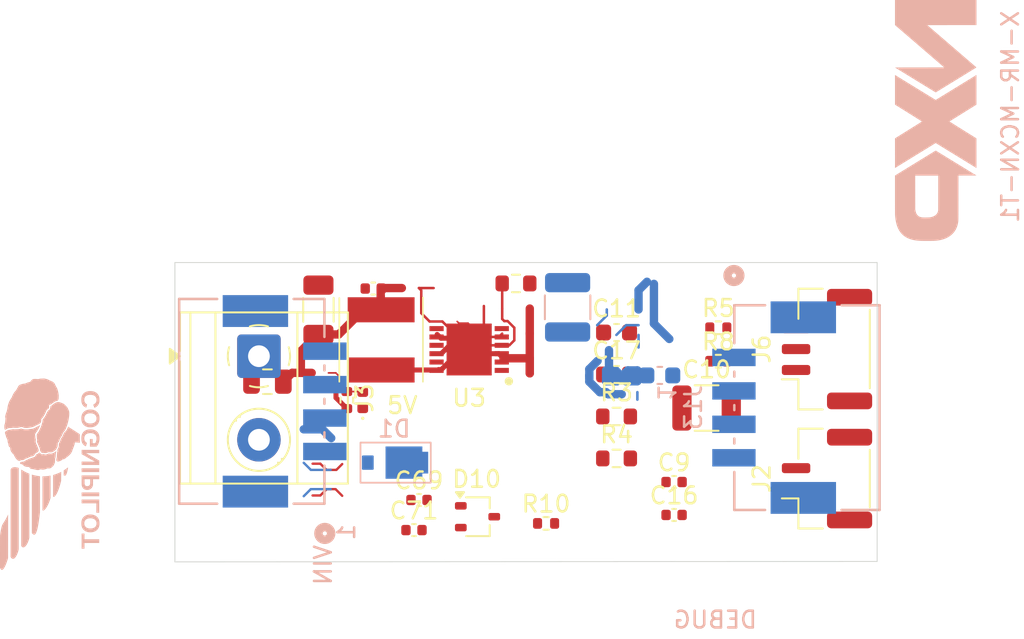
<source format=kicad_pcb>
(kicad_pcb (version 20241229) (generator "pcbnew") (generator_version "9.0")
  (layers (0 "F.Cu" signal) (4 "In1.Cu" power) (6 "In2.Cu" signal) (2 "B.Cu" signal) (13 "F.Paste" user) (15 "B.Paste" user) (5 "F.SilkS" user "F.Silkscreen") (7 "B.SilkS" user "B.Silkscreen") (1 "F.Mask" user) (3 "B.Mask" user) (25 "Edge.Cuts" user))
  (net 0 "")
  (net 1 "Net-(U3-VCC)")
  (net 2 "Net-(U3-SS)")
  (net 3 "+BATT")
  (net 4 "Net-(U3-BST)")
  (net 5 "GND")
  (net 6 "Net-(C13-Pad1)")
  (net 7 "Net-(U3-FB)")
  (net 8 "Net-(C9-Pad2)")
  (net 9 "Net-(D10-A2)")
  (net 10 "ENET0_TRX_P")
  (net 11 "Net-(D3-A)")
  (net 12 "Net-(U3-RON)")
  (net 13 "Net-(U3-EN{slash}UVLO)")
  (net 14 "ENET0_TRX_N")
  (net 16 "+5V")
  (footprint "Resistor_SMD:R_0603_1608Metric" (layer "F.Cu") (at 109.715 84.905)
    (property "Reference" "R3")
    (property "Value" "162k 1% 75V")
  )
  (footprint "Resistor_SMD:R_0603_1608Metric" (layer "F.Cu") (at 109.715 87.415)
    (property "Reference" "R4")
    (property "Value" "68k 1% 75V")
  )
  (footprint "Package_TO_SOT_SMD:SOT-323_SC-70" (layer "F.Cu") (at 101.4 90.9)
    (property "Reference" "D10")
    (property "Value" "PESD2IVN24-UX")
  )
  (footprint "Connector_JST:JST_GH_SM03B-GHS-TB_1x03-1MP_P1.25mm_Horizontal" (layer "F.Cu") (at 122.3 80.875 90)
    (property "Reference" "J6")
    (property "Value" "Conn_01x03")
  )
  (footprint "Capacitor_SMD:C_0402_1005Metric" (layer "F.Cu") (at 97.9 89.9)
    (property "Reference" "C69")
    (property "Value" "56pF 10V")
  )
  (footprint "Capacitor_SMD:C_0402_1005Metric" (layer "F.Cu") (at 113.155 88.825)
    (property "Reference" "C9")
    (property "Value" "10nF 25V")
  )
  (footprint "Connector_JST:JST_GH_SM02B-GHS-TB_1x02-1MP_P1.25mm_Horizontal" (layer "F.Cu") (at 122.3 88.62 90)
    (property "Reference" "J2")
    (property "Value" "Conn_01x02_MountingPin")
  )
  (footprint "Capacitor_SMD:C_0805_2012Metric" (layer "F.Cu") (at 88.835 82.825)
    (property "Reference" "C14" (hide yes))
    (property "Value" "10uF 10V")
  )
  (footprint "Resistor_SMD:R_0402_1005Metric" (layer "F.Cu") (at 115.8 79.6)
    (property "Reference" "R5")
    (property "Value" "3k3 1%")
  )
  (footprint "TerminalBlock_Phoenix:TerminalBlock_Phoenix_MKDS-1,5-2_1x02_P5.00mm_Horizontal" (layer "F.Cu") (at 88.3275 81.3 -90)
    (property "Reference" "J3")
    (property "Value" "Screw_Terminal_01x02")
  )
  (footprint "Capacitor_SMD:C_0402_1005Metric" (layer "F.Cu") (at 95.165 77.255 180)
    (property "Reference" "C12" (hide yes))
    (property "Value" "100nF 16V")
  )
  (footprint "Capacitor_SMD:C_1210_3225Metric" (layer "F.Cu") (at 115.1 84.4)
    (property "Reference" "C10")
    (property "Value" "10uF 100V")
  )
  (footprint "Capacitor_SMD:C_0603_1608Metric" (layer "F.Cu") (at 109.715 82.395)
    (property "Reference" "C17")
    (property "Value" "1uF 25V")
  )
  (footprint "Capacitor_SMD:C_0402_1005Metric" (layer "F.Cu") (at 113.155 90.795)
    (property "Reference" "C16")
    (property "Value" "22nF 16V")
  )
  (footprint "Power:SON50P400X400X100-13N" (layer "F.Cu") (at 100.9 80.9 180)
    (property "Reference" "U3")
    (property "Value" "LM5160DNTJ" (hide yes))
  )
  (footprint "Resistor_SMD:R_0603_1608Metric" (layer "F.Cu") (at 103.7 76.95)
    (property "Reference" "R7" (hide yes))
    (property "Value" "12k 1% 75V")
  )
  (footprint "Resistor_SMD:R_0402_1005Metric" (layer "F.Cu") (at 115.8 81.6)
    (property "Reference" "R8")
    (property "Value" "2k2 1%")
  )
  (footprint "Resistor_SMD:R_0402_1005Metric" (layer "F.Cu") (at 105.5 91.3)
    (property "Reference" "R10")
    (property "Value" "510mOhm 1%")
  )
  (footprint "LED_SMD:LED_0402_1005Metric" (layer "F.Cu") (at 94.535 83.925 90)
    (property "Reference" "D3" (hide yes))
    (property "Value" "5V-IND")
  )
  (footprint "Inductors:VLS5045EX330M" (layer "F.Cu") (at 95.635 80.325 90)
    (property "Reference" "L2" (hide yes))
    (property "Value" "22uH 1.8A" (hide yes))
  )
  (footprint "Capacitor_SMD:C_0603_1608Metric" (layer "F.Cu") (at 109.715 79.885)
    (property "Reference" "C11")
    (property "Value" "100nF 100V")
  )
  (footprint "Capacitor_SMD:C_0402_1005Metric" (layer "F.Cu") (at 97.6 91.7)
    (property "Reference" "C71")
    (property "Value" "56pF 10V")
  )
  (footprint "Resistor_SMD:R_0402_1005Metric" (layer "F.Cu") (at 93.585 83.925 90)
    (property "Reference" "R6" (hide yes))
    (property "Value" "2k2 1%")
  )
  (footprint "Capacitor_SMD:C_1206_3216Metric" (layer "F.Cu") (at 91.885 78.525 -90)
    (property "Reference" "C13" (hide yes))
    (property "Value" "22uF 10V")
  )
  (footprint "Diodes:DFN3820A" (layer "B.Cu") (at 95.9 87.665 180)
    (property "Reference" "D1")
    (property "Value" "6DFN56CA-M3/I" (hide yes))
  )
  (footprint "Connectors:CONN_5055780421_MOL" (layer "B.Cu") (at 87.9 84 90)
    (property "Reference" "J1" (hide yes))
    (property "Value" "5055780421")
  )
  (footprint "Capacitor_SMD:C_1210_3225Metric" (layer "B.Cu") (at 106.7875 78.3775 -90)
    (property "Reference" "C4" (hide yes))
    (property "Value" "10uF 100V")
  )
  (footprint "Capacitor_SMD:C_0603_1608Metric" (layer "B.Cu") (at 112.3 82.45)
    (property "Reference" "C3" (hide yes))
    (property "Value" "1uF 100V")
  )
  (footprint "Connectors:CONN_5055780421_MOL" (layer "B.Cu") (at 121.1 84.375 -90)
    (property "Reference" "J13")
    (property "Value" "5055780421")
  )
  (footprint "LOGO" (layer "B.Cu") (at 128.8 67.2 -90)
    (property "Reference" "G***" (hide yes))
    (property "Value" "LOGO" (hide yes))
  )
  (gr_poly (pts (xy 77.723615 88.700253) (xy 77.723938 88.811289) (xy 77.724781 88.902746) (xy 77.726047 88.967618) (xy 77.72681 88.987896) (xy 77.727643 88.998901) (xy 77.731508 89.022273) (xy 77.736336 89.04486) (xy 77.742112 89.066637) (xy 77.748821 89.087579) (xy 77.756445 89.107661) (xy 77.764971 89.126859) (xy 77.774382 89.145148) (xy 77.779414 89.153943) (xy 77.784662 89.162503) (xy 77.790123 89.170822) (xy 77.795795 89.178899) (xy 77.801677 89.186729) (xy 77.807767 89.194311) (xy 77.814062 89.201641) (xy 77.820561 89.208716) (xy 77.827261 89.215532) (xy 77.834161 89.222087) (xy 77.841259 89.228378) (xy 77.848553 89.234401) (xy 77.85604 89.240153) (xy 77.863719 89.245632) (xy 77.871588 89.250834) (xy 77.879645 89.255756) (xy 77.887888 89.260395) (xy 77.896315 89.264748) (xy 77.905671 89.269258) (xy 77.91465 89.273337) (xy 77.923353 89.277002) (xy 77.931879 89.280276) (xy 77.940328 89.283175) (xy 77.948802 89.285721) (xy 77.9574 89.287933) (xy 77.966223 89.289829) (xy 77.97537 89.291431) (xy 77.984942 89.292756) (xy 77.995039 89.293826) (xy 78.005762 89.294658) (xy 78.01721 89.295273) (xy 78.029484 89.295691) (xy 78.05691 89.29601) (xy 78.078579 89.295968) (xy 78.095875 89.295751) (xy 78.103185 89.295545) (xy 78.109763 89.295258) (xy 78.115732 89.294878) (xy 78.12121 89.294391) (xy 78.126319 89.293785) (xy 78.13118 89.293048) (xy 78.135913 89.292167) (xy 78.140639 89.291131) (xy 78.145479 89.289926) (xy 78.150554 89.28854) (xy 78.161888 89.285175) (xy 78.183894 89.277764) (xy 78.204899 89.269309) (xy 78.224902 89.25981) (xy 78.243902 89.24927) (xy 78.261897 89.23769) (xy 78.278886 89.225071) (xy 78.294869 89.211415) (xy 78.309842 89.196722) (xy 78.323806 89.180995) (xy 78.336759 89.164234) (xy 78.3487 89.146442) (xy 78.359627 89.127619) (xy 78.369538 89.107767) (xy 78.378434 89.086887) (xy 78.386312 89.064981) (xy 78.393171 89.04205) (xy 78.403783 89.00287) (xy 78.405231 88.829237) (xy 78.406684 88.655605) (xy 78.590969 88.655605) (xy 78.775254 88.655605) (xy 78.775254 88.542495) (xy 78.775254 88.429386) (xy 78.249394 88.429386) (xy 78.066832 88.429386) (xy 78.066832 88.655605) (xy 78.235504 88.655605) (xy 78.235472 88.779628) (xy 78.235142 88.829753) (xy 78.234263 88.874549) (xy 78.23297 88.909128) (xy 78.23221 88.921059) (xy 78.231396 88.928603) (xy 78.228827 88.94214) (xy 78.225617 88.955044) (xy 78.22177 88.96731) (xy 78.217291 88.978932) (xy 78.212182 88.989908) (xy 78.206448 89.000232) (xy 78.200092 89.0099) (xy 78.193118 89.018908) (xy 78.18553 89.027251) (xy 78.177332 89.034924) (xy 78.168526 89.041924) (xy 78.159118 89.048245) (xy 78.14911 89.053884) (xy 78.138507 89.058836) (xy 78.127312 89.063096) (xy 78.115529 89.06666) (xy 78.113221 89.067228) (xy 78.110633 89.06778) (xy 78.104724 89.068827) (xy 78.098027 89.069777) (xy 78.090767 89.070608) (xy 78.083171 89.071296) (xy 78.075462 89.071819) (xy 78.067866 89.072153) (xy 78.060609 89.072276) (xy 78.044868 89.071835) (xy 78.029939 89.070468) (xy 78.015819 89.068171) (xy 78.002504 89.064941) (xy 77.996147 89.062976) (xy 77.98999 89.060776) (xy 77.984033 89.058341) (xy 77.978274 89.055672) (xy 77.972714 89.052767) (xy 77.967351 89.049627) (xy 77.962187 89.046251) (xy 77.957219 89.042638) (xy 77.952448 89.038788) (xy 77.947873 89.034702) (xy 77.943494 89.030377) (xy 77.93931 89.025816) (xy 77.93532 89.021015) (xy 77.931525 89.015977) (xy 77.927924 89.010699) (xy 77.924516 89.005182) (xy 77.921301 88.999426) (xy 77.918278 88.993429) (xy 77.912808 88.980715) (xy 77.908102 88.967037) (xy 77.904157 88.952391) (xy 77.903335 88.948546) (xy 77.902586 88.944246) (xy 77.901909 88.939412) (xy 77.9013 88.933964) (xy 77.900756 88.927821) (xy 77.900274 88.920905) (xy 77.899484 88.904428) (xy 77.898908 88.883893) (xy 77.898521 88.85866) (xy 77.898299 88.828087) (xy 77.89822 88.791534) (xy 77.89816 88.655605) (xy 78.066832 88.655605) (xy 78.066832 88.429386) (xy 77.723535 88.429386)) (fill yes) (layer "B.SilkS"))
  (gr_poly (pts (xy 74.747028 90.129193) (xy 74.747084 91.876245) (xy 74.767864 91.900597) (xy 74.772352 91.90577) (xy 74.776843 91.910775) (xy 74.781342 91.915615) (xy 74.78585 91.920293) (xy 74.790372 91.924811) (xy 74.794909 91.929172) (xy 74.799465 91.933379) (xy 74.804044 91.937433) (xy 74.808647 91.941338) (xy 74.813278 91.945096) (xy 74.81794 91.94871) (xy 74.822636 91.952183) (xy 74.827369 91.955516) (xy 74.832141 91.958713) (xy 74.836957 91.961776) (xy 74.841818 91.964708) (xy 74.844535 91.966267) (xy 74.847127 91.967676) (xy 74.849622 91.96894) (xy 74.852049 91.970067) (xy 74.854438 91.971065) (xy 74.856817 91.971939) (xy 74.859216 91.972697) (xy 74.861663 91.973346) (xy 74.864187 91.973893) (xy 74.866818 91.974345) (xy 74.869585 91.974708) (xy 74.872516 91.974991) (xy 74.875641 91.975199) (xy 74.878988 91.97534) (xy 74.886467 91.975448) (xy 74.890617 91.975431) (xy 74.894387 91.975367) (xy 74.897817 91.975245) (xy 74.900948 91.975053) (xy 74.903821 91.97478) (xy 74.906477 91.974414) (xy 74.908957 91.973942) (xy 74.911302 91.973355) (xy 74.913554 91.97264) (xy 74.915752 91.971785) (xy 74.917938 91.970778) (xy 74.920153 91.96961) (xy 74.922438 91.968266) (xy 74.924834 91.966737) (xy 74.927382 91.965009) (xy 74.930123 91.963073) (xy 74.942041 91.953097) (xy 74.953933 91.94031) (xy 74.965781 91.92476) (xy 74.977567 91.906492) (xy 74.989274 91.885553) (xy 75.000884 91.861987) (xy 75.012381 91.835842) (xy 75.023746 91.807164) (xy 75.034963 91.775997) (xy 75.046015 91.74239) (xy 75.067549 91.668034) (xy 75.088212 91.584465) (xy 75.107863 91.492051) (xy 75.13208 91.361876) (xy 75.155172 91.219363) (xy 75.180005 91.045594) (xy 75.209443 90.821648) (xy 75.23116 90.652084) (xy 75.23116 89.564622) (xy 75.23116 88.477161) (xy 75.222231 88.475304) (xy 75.21987 88.474882) (xy 75.216572 88.474393) (xy 75.207764 88.473282) (xy 75.197012 88.472113) (xy 75.18552 88.471026) (xy 75.139004 88.466029) (xy 75.087442 88.458831) (xy 75.032506 88.449762) (xy 74.975872 88.439154) (xy 74.919212 88.427337) (xy 74.864202 88.414644) (xy 74.812514 88.401405) (xy 74.765824 88.387952) (xy 74.746973 88.382142)) (fill yes) (layer "B.SilkS"))
  (gr_poly (pts (xy 77.708474 86.248708) (xy 77.709531 86.281237) (xy 77.711303 86.310245) (xy 77.713792 86.333926) (xy 77.715854 86.34762) (xy 77.718195 86.361137) (xy 77.720813 86.374473) (xy 77.723707 86.387622) (xy 77.726877 86.400582) (xy 77.730319 86.413348) (xy 77.734034 86.425917) (xy 77.738019 86.438283) (xy 77.742273 86.450444) (xy 77.746796 86.462395) (xy 77.751585 86.474132) (xy 77.75664 86.485651) (xy 77.761958 86.496949) (xy 77.767539 86.50802) (xy 77.773381 86.518862) (xy 77.779483 86.52947) (xy 77.78376 86.536294) (xy 77.788676 86.543477) (xy 77.794164 86.550948) (xy 77.800156 86.558634) (xy 77.806582 86.566464) (xy 77.813374 86.574366) (xy 77.820465 86.582268) (xy 77.827784 86.590098) (xy 77.835265 86.597785) (xy 77.842837 86.605257) (xy 77.850434 86.612442) (xy 77.857986 86.619268) (xy 77.865426 86.625663) (xy 77.872684 86.631556) (xy 77.879691 86.636875) (xy 77.886381 86.641547) (xy 77.892684 86.645628) (xy 77.89937 86.649755) (xy 77.906341 86.653882) (xy 77.9135 86.657962) (xy 77.920749 86.661946) (xy 77.927991 86.665789) (xy 77.935127 86.669443) (xy 77.94206 86.672861) (xy 77.948693 86.675995) (xy 77.954928 86.678799) (xy 77.960667 86.681225) (xy 77.965812 86.683227) (xy 77.970267 86.684756) (xy 77.973933 86.685766) (xy 77.976712 86.68621) (xy 77.977739 86.686205) (xy 77.978508 86.686041) (xy 77.979923 86.683653) (xy 77.982439 86.677466) (xy 77.990111 86.655795) (xy 78.011418 86.58998) (xy 78.031905 86.522227) (xy 78.038554 86.498132) (xy 78.040403 86.490369) (xy 78.041051 86.486163) (xy 78.041021 86.485918) (xy 78.040932 86.485646) (xy 78.040584 86.485029) (xy 78.040019 86.484318) (xy 78.03925 86.483522) (xy 78.038287 86.482648) (xy 78.037143 86.481706) (xy 78.035829 86.480704) (xy 78.034356 86.479648) (xy 78.030983 86.477412) (xy 78.027118 86.475063) (xy 78.022853 86.472667) (xy 78.018282 86.470288) (xy 78.012711 86.467268) (xy 78.00681 86.46364) (xy 78.000644 86.459466) (xy 77.994279 86.454806) (xy 77.987781 86.449722) (xy 77.981215 86.444278) (xy 77.974647 86.438533) (xy 77.968142 86.43255) (xy 77.961766 86.426392) (xy 77.955585 86.420119) (xy 77.949663 86.413793) (xy 77.944067 86.407476) (xy 77.938861 86.40123) (xy 77.934113 86.395117) (xy 77.929886 86.389198) (xy 77.926247 86.383535) (xy 77.920096 86.372713) (xy 77.914388 86.36141) (xy 77.909131 86.349665) (xy 77.904333 86.337514) (xy 77.900001 86.324997) (xy 77.896142 86.312151) (xy 77.892764 86.299015) (xy 77.889874 86.285627) (xy 77.887481 86.272026) (xy 77.88559 86.258248) (xy 77.884211 86.244334) (xy 77.88335 86.23032) (xy 77.883014 86.216245) (xy 77.883212 86.202147) (xy 77.883951 86.188065) (xy 77.885238 86.174037) (xy 77.889548 86.144646) (xy 77.895723 86.116968) (xy 77.899513 86.103769) (xy 77.903772 86.090995) (xy 77.908502 86.078646) (xy 77.913704 86.066719) (xy 77.919378 86.055215) (xy 77.925527 86.044132) (xy 77.93215 86.03347) (xy 77.93925 86.023227) (xy 77.946827 86.013402) (xy 77.954881 86.003995) (xy 77.963416 85.995004) (xy 77.97243 85.986429) (xy 77.981927 85.978268) (xy 77.991905 85.97052) (xy 78.002368 85.963185) (xy 78.013315 85.956262) (xy 78.024748 85.949749) (xy 78.036667 85.943646) (xy 78.049075 85.937951) (xy 78.061972 85.932664) (xy 78.089237 85.923308) (xy 78.118472 85.915572) (xy 78.149684 85.909446) (xy 78.182882 85.904923) (xy 78.202315 85.903141) (xy 78.221762 85.902019) (xy 78.241178 85.901549) (xy 78.260518 85.901723) (xy 78.27974 85.902536) (xy 78.298797 85.903979) (xy 78.317645 85.906046) (xy 78.33624 85.908728) (xy 78.354538 85.91202) (xy 78.372493 85.915914) (xy 78.390061 85.920402) (xy 78.407199 85.925477) (xy 78.42386 85.931133) (xy 78.440001 85.937362) (xy 78.455578 85.944156) (xy 78.470545 85.951509) (xy 78.478764 85.956075) (xy 78.487058 85.961235) (xy 78.495379 85.96694) (xy 78.503678 85.97314) (xy 78.511908 85.979785) (xy 78.52002 85.986826) (xy 78.527967 85.994214) (xy 78.535699 86.001898) (xy 78.543169 86.00983) (xy 78.550328 86.017961) (xy 78.557129 86.026239) (xy 78.563523 86.034617) (xy 78.569462 86.043044) (xy 78.574898 86.051471) (xy 78.579782 86.059848) (xy 78.584067 86.068126) (xy 78.587861 86.076166) (xy 78.591343 86.083965) (xy 78.594528 86.091581) (xy 78.59743 86.099075) (xy 78.600062 86.106504) (xy 78.602438 86.113929) (xy 78.604573 86.121408) (xy 78.60648 86.129001) (xy 78.608173 86.136766) (xy 78.609665 86.144764) (xy 78.610971 86.153052) (xy 78.612105 86.161691) (xy 78.613081 86.170739) (xy 78.613911 86.180256) (xy 78.615194 86.200933) (xy 78.615682 86.219981) (xy 78.615347 86.239441) (xy 78.61422 86.259194) (xy 78.612332 86.279118) (xy 78.609714 86.299093) (xy 78.606398 86.318998) (xy 78.602413 86.338713) (xy 78.597792 86.358117) (xy 78.592564 86.377089) (xy 78.586761 86.395508) (xy 78.580414 86.413255) (xy 78.573554 86.430209) (xy 78.566212 86.446248) (xy 78.558419 86.461252) (xy 78.550205 86.475101) (xy 78.541601 86.487675) (xy 78.52914 86.504542) (xy 78.455746 86.504542) (xy 78.382348 86.504542) (xy 78.382348 86.377542) (xy 78.382348 86.250542) (xy 78.300989 86.250542) (xy 78.219629 86.250542) (xy 78.219629 86.48073) (xy 78.219629 86.710917) (xy 78.415832 86.710917) (xy 78.612039 86.710917) (xy 78.634268 86.684711) (xy 78.64877 86.666894) (xy 78.662618 86.648404) (xy 78.675807 86.629253) (xy 78.688332 86.609453) (xy 78.700188 86.589013) (xy 78.711372 86.567945) (xy 78.721878 86.54626) (xy 78.731702 86.52397) (xy 78.740839 86.501085) (xy 78.749284 86.477616) (xy 78.757033 86.453575) (xy 78.764081 86.428973) (xy 78.770424 86.40382) (xy 78.776056 86.378128) (xy 78.780974 86.351908) (xy 78.785172 86.32517) (xy 78.787713 86.301865) (xy 78.789524 86.273901) (xy 78.790607 86.242877) (xy 78.790962 86.21039) (xy 78.79059 86.178039) (xy 78.789489 86.147422) (xy 78.787662 86.120138) (xy 78.785108 86.097785) (xy 78.777209 86.055039) (xy 78.766733 86.014397) (xy 78.760539 85.994876) (xy 78.753714 85.975893) (xy 78.746263 85.957452) (xy 78.738188 85.939559) (xy 78.729495 85.922218) (xy 78.720188 85.905432) (xy 78.710271 85.889206) (xy 78.699749 85.873544) (xy 78.688626 85.85845) (xy 78.676905 85.843929) (xy 78.664592 85.829985) (xy 78.65169 85.816622) (xy 78.638205 85.803845) (xy 78.624139 85.791657) (xy 78.609499 85.780063) (xy 78.594287 85.769067) (xy 78.578508 85.758674) (xy 78.562166 85.748887) (xy 78.545266 85.739711) (xy 78.527812 85.73115) (xy 78.509809 85.723209) (xy 78.491259 85.715891) (xy 78.472169 85.709202) (xy 78.452542 85.703144) (xy 78.411694 85.692942) (xy 78.368751 85.68532) (xy 78.351152 85.68299) (xy 78.333352 85.681022) (xy 78.297329 85.678174) (xy 78.261036 85.676768) (xy 78.224828 85.676797) (xy 78.189057 85.678255) (xy 78.154078 85.681132) (xy 78.136997 85.683101) (xy 78.120246 85.685423) (xy 78.10387 85.688096) (xy 78.087914 85.691119) (xy 78.049387 85.700305) (xy 78.01274 85.711796) (xy 77.978003 85.72556) (xy 77.945205 85.741565) (xy 77.914378 85.759778) (xy 77.899712 85.769702) (xy 77.88555 85.780166) (xy 77.871896 85.791166) (xy 77.858753 85.802697) (xy 77.846125 85.814756) (xy 77.834016 85.827338) (xy 77.822429 85.840439) (xy 77.811369 85.854056) (xy 77.800839 85.868184) (xy 77.790843 85.882819) (xy 77.772467 85.913594) (xy 77.756272 85.946349) (xy 77.742287 85.981051) (xy 77.730544 86.017667) (xy 77.721071 86.056164) (xy 77.713899 86.096511) (xy 77.711389 86.119534) (xy 77.70959 86.148073) (xy 77.708504 86.180319) (xy 77.708132 86.214467)) (fill yes) (layer "B.SilkS"))
  (gr_poly (pts (xy 78.249394 89.675573) (xy 78.775254 89.675573) (xy 78.775254 89.562464) (xy 78.775254 89.449354) (xy 78.249394 89.449354) (xy 77.723535 89.449354) (xy 77.723535 89.562464) (xy 77.723535 89.675573)) (fill yes) (layer "B.SilkS"))
  (gr_poly (pts (xy 77.808863 92.814854) (xy 77.894191 92.814854) (xy 77.894191 92.644198) (xy 77.894191 92.473542) (xy 78.334723 92.473542) (xy 78.775254 92.473542) (xy 78.775254 92.360432) (xy 78.775254 92.247323) (xy 78.334723 92.247323) (xy 77.894191 92.247323) (xy 77.894191 92.078651) (xy 77.894191 91.90998) (xy 77.808863 91.90998) (xy 77.723535 91.90998) (xy 77.723535 92.362417) (xy 77.723535 92.814854)) (fill yes) (layer "B.SilkS"))
  (gr_poly (pts (xy 75.034954 86.025365) (xy 75.035108 86.026308) (xy 75.03554 86.028915) (xy 75.036007 86.033304) (xy 75.036988 86.046486) (xy 75.037932 86.063966) (xy 75.03872 86.083855) (xy 75.039999 86.117566) (xy 75.041531 86.147136) (xy 75.043408 86.173391) (xy 75.045723 86.197158) (xy 75.048569 86.219261) (xy 75.052038 86.240527) (xy 75.056223 86.26178) (xy 75.061219 86.283848) (xy 75.069644 86.319134) (xy 75.060568 86.356305) (xy 75.057806 86.367875) (xy 75.056695 86.372838) (xy 75.055758 86.377352) (xy 75.054991 86.381493) (xy 75.054388 86.385337) (xy 75.053945 86.388958) (xy 75.053658 86.392431) (xy 75.053521 86.395832) (xy 75.053531 86.399236) (xy 75.053682 86.402718) (xy 75.05397 86.406353) (xy 75.054391 86.410217) (xy 75.054939 86.414384) (xy 75.0564 86.423929) (xy 75.056995 86.42741) (xy 75.05765 86.430862) (xy 75.058361 86.434275) (xy 75.059125 86.437637) (xy 75.059939 86.440937) (xy 75.060799 86.444164) (xy 75.0617 86.447306) (xy 75.062641 86.450352) (xy 75.063616 86.453292) (xy 75.064624 86.456114) (xy 75.065659 86.458806) (xy 75.066718 86.461358) (xy 75.067798 86.463759) (xy 75.068896 86.465996) (xy 75.070007 86.46806) (xy 75.071128 86.469939) (xy 75.074244 86.475375) (xy 75.078256 86.483163) (xy 75.088402 86.504464) (xy 75.100437 86.531193) (xy 75.11323 86.560697) (xy 75.125651 86.590328) (xy 75.136571 86.617433) (xy 75.144858 86.639363) (xy 75.147662 86.647558) (xy 75.149384 86.653466) (xy 75.15032 86.65671) (xy 75.151696 86.660622) (xy 75.155586 86.670104) (xy 75.1607 86.681218) (xy 75.166683 86.693271) (xy 75.173179 86.70557) (xy 75.179832 86.71742) (xy 75.186288 86.728129) (xy 75.189331 86.732839) (xy 75.192191 86.737003) (xy 75.194318 86.740324) (xy 75.196523 86.744402) (xy 75.198785 86.749176) (xy 75.201087 86.754583) (xy 75.205734 86.767041) (xy 75.210311 86.781273) (xy 75.214666 86.796774) (xy 75.21865 86.813041) (xy 75.222109 86.829569) (xy 75.224894 86.845855) (xy 75.22694 86.85766) (xy 75.230044 86.873322) (xy 75.238106 86.910397) (xy 75.242401 86.928899) (xy 75.246432 86.945437) (xy 75.249868 86.958555) (xy 75.252377 86.966798) (xy 75.252901 86.968107) (xy 75.253579 86.969586) (xy 75.254401 86.97122) (xy 75.255357 86.972993) (xy 75.257624 86.976886) (xy 75.260296 86.981133) (xy 75.263286 86.985602) (xy 75.266507 86.990162) (xy 75.269876 86.99468) (xy 75.273305 86.999025) (xy 75.277027 87.003699) (xy 75.281236 87.009165) (xy 75.285784 87.015226) (xy 75.290529 87.021681) (xy 75.300029 87.034981) (xy 75.304495 87.041428) (xy 75.308579 87.047475) (xy 75.313082 87.054122) (xy 75.317289 87.060003) (xy 75.321295 87.065156) (xy 75.325199 87.069619) (xy 75.329094 87.07343) (xy 75.331069 87.075103) (xy 75.333077 87.076627) (xy 75.335132 87.078008) (xy 75.337245 87.079249) (xy 75.339428 87.080355) (xy 75.341694 87.081332) (xy 75.344053 87.082184) (xy 75.346518 87.082916) (xy 75.349102 87.083532) (xy 75.351816 87.084038) (xy 75.357682 87.084736) (xy 75.364212 87.085048) (xy 75.371504 87.085012) (xy 75.379652 87.084666) (xy 75.388753 87.084049) (xy 75.398903 87.083198) (xy 75.411909 87.08211) (xy 75.422767 87.081427) (xy 75.427586 87.081247) (xy 75.432103 87.081183) (xy 75.436394 87.081238) (xy 75.440538 87.081417) (xy 75.444613 87.081724) (xy 75.448697 87.082164) (xy 75.452868 87.082742) (xy 75.457203 87.083462) (xy 75.46178 87.084329) (xy 75.466678 87.085348) (xy 75.477747 87.087857) (xy 75.485666 87.089607) (xy 75.494337 87.091331) (xy 75.503479 87.092983) (xy 75.512811 87.09452) (xy 75.52205 87.095898) (xy 75.530915 87.097072) (xy 75.539125 87.097998) (xy 75.546398 87.098632) (xy 75.556436 87.099244) (xy 75.560882 87.099413) (xy 75.565046 87.099476) (xy 75.569004 87.099422) (xy 75.572829 87.099241) (xy 75.576598 87.098922) (xy 75.580385 87.098455) (xy 75.584266 87.097828) (xy 75.588315 87.097031) (xy 75.592607 87.096053) (xy 75.597219 87.094884) (xy 75.607698 87.091928) (xy 75.620352 87.088079) (xy 75.639722 87.081836) (xy 75.661845 87.07434) (xy 75.683993 87.066533) (xy 75.703442 87.059357) (xy 75.716978 87.054251) (xy 75.722657 87.052183) (xy 75.727747 87.050412) (xy 75.732353 87.048923) (xy 75.736579 87.047696) (xy 75.74053 87.046713) (xy 75.744308 87.045957) (xy 75.748019 87.045408) (xy 75.751766 87.04505) (xy 75.755653 87.044863) (xy 75.759784 87.044831) (xy 75.764264 87.044934) (xy 75.769195 87.045154) (xy 75.780832 87.045876) (xy 75.821214 87.048272) (xy 75.868145 87.050678) (xy 75.919739 87.053091) (xy 75.971332 87.032553) (xy 75.982641 87.027971) (xy 75.993388 87.023451) (xy 76.003608 87.018974) (xy 76.013335 87.014518) (xy 76.022604 87.010065) (xy 76.031449 87.005593) (xy 76.039906 87.001083) (xy 76.048009 86.996514) (xy 76.055793 86.991866) (xy 76.063293 86.987119) (xy 76.070543 86.982254) (xy 76.077578 86.977249) (xy 76.084432 86.972085) (xy 76.091141 86.966742) (xy 76.097739 86.961198) (xy 76.104261 86.955435) (xy 76.109844 86.950474) (xy 76.115816 86.94533) (xy 76.121994 86.940153) (xy 76.128192 86.935092) (xy 76.134223 86.930296) (xy 76.139904 86.925916) (xy 76.145048 86.922101) (xy 76.14947 86.918999) (xy 76.154299 86.915598) (xy 76.159026 86.911972) (xy 76.163656 86.908116) (xy 76.168195 86.904023) (xy 76.172648 86.899686) (xy 76.177019 86.895098) (xy 76.181315 86.890252) (xy 76.185541 86.885143) (xy 76.189701 86.879762) (xy 76.193802 86.874105) (xy 76.197848 86.868163) (xy 76.201846 86.861931) (xy 76.205799 86.855401) (xy 76.209714 86.848567) (xy 76.213596 86.841423) (xy 76.21745 86.833961) (xy 76.225808 86.817899) (xy 76.235992 86.799112) (xy 76.246713 86.779937) (xy 76.256685 86.762713) (xy 76.26115 86.754975) (xy 76.265316 86.747356) (xy 76.269091 86.740051) (xy 76.272385 86.733257) (xy 76.273822 86.730112) (xy 76.275106 86.727168) (xy 76.276223 86.72445) (xy 76.277163 86.72198) (xy 76.277914 86.719785) (xy 76.278466 86.717889) (xy 76.278805 86.716315) (xy 76.278922 86.715088) (xy 76.279125 86.711772) (xy 76.279702 86.7062) (xy 76.281821 86.689485) (xy 76.284954 86.667336) (xy 76.288777 86.642147) (xy 76.29166 86.623364) (xy 76.293827 86.608097) (xy 76.294655 86.60157) (xy 76.295318 86.595668) (xy 76.295821 86.590305) (xy 76.29617 86.585398) (xy 76.29637 86.58086) (xy 76.296425 86.576608) (xy 76.29634 86.572556) (xy 76.29612 86.56862) (xy 76.295771 86.564714) (xy 76.295296 86.560755) (xy 76.294701 86.556656) (xy 76.293991 86.552334) (xy 76.292617 86.543937) (xy 76.292102 86.540342) (xy 76.291709 86.537077) (xy 76.291441 86.534091) (xy 76.291303 86.531329) (xy 76.291301 86.528738) (xy 76.291437 86.526265) (xy 76.291718 86.523856) (xy 76.292147 86.521458) (xy 76.292729 86.519019) (xy 76.293469 86.516484) (xy 76.29437 86.5138) (xy 76.295439 86.510914) (xy 76.296679 86.507773) (xy 76.298095 86.504324) (xy 76.299924 86.500126) (xy 76.301963 86.495812) (xy 76.304195 86.491411) (xy 76.306597 86.486954) (xy 76.30915 86.48247) (xy 76.311833 86.477989) (xy 76.314628 86.473542) (xy 76.317512 86.469158) (xy 76.320467 86.464868) (xy 76.323472 86.4607) (xy 76.326506 86.456687) (xy 76.32955 86.452856) (xy 76.332583 86.449239) (xy 76.335586 86.445865) (xy 76.338538 86.442764) (xy 76.341418 86.439967) (xy 76.342327 86.439095) (xy 76.343211 86.438195) (xy 76.344065 86.437273) (xy 76.344884 86.436336) (xy 76.345665 86.435392) (xy 76.346401 86.434446) (xy 76.347089 86.433507) (xy 76.347724 86.432581) (xy 76.348301 86.431674) (xy 76.348817 86.430795) (xy 76.349266 86.429949) (xy 76.349643 86.429144) (xy 76.349944 86.428386) (xy 76.350166 86.427683) (xy 76.350244 86.427355) (xy 76.350302 86.427042) (xy 76.350336 86.426746) (xy 76.350348 86.426469) (xy 76.350358 86.426196) (xy 76.350389 86.425913) (xy 76.35044 86.425622) (xy 76.35051 86.425323) (xy 76.350706 86.424702) (xy 76.350974 86.424058) (xy 76.35131 86.423394) (xy 76.351708 86.422716) (xy 76.352166 86.422029) (xy 76.35268 86.421338) (xy 76.353244 86.420649) (xy 76.353855 86.419967) (xy 76.35451 86.419297) (xy 76.355203 86.418644) (xy 76.355932 86.418014) (xy 76.356691 86.417411) (xy 76.357477 86.416841) (xy 76.358285 86.416309) (xy 76.359094 86.41578) (xy 76.35988 86.415218) (xy 76.360639 86.414628) (xy 76.361367 86.414016) (xy 76.362061 86.413386) (xy 76.362715 86.412743) (xy 76.363327 86.412092) (xy 76.363891 86.411437) (xy 76.364404 86.410785) (xy 76.364862 86.410139) (xy 76.365261 86.409506) (xy 76.365597 86.408888) (xy 76.365864 86.408293) (xy 76.365972 86.408005) (xy 76.366061 86.407724) (xy 76.366131 86.407451) (xy 76.366182 86.407186) (xy 76.366213 86.406931) (xy 76.366223 86.406685) (xy 76.366227 86.406444) (xy 76.366238 86.406202) (xy 76.366257 86.405961) (xy 76.366284 86.40572) (xy 76.366317 86.40548) (xy 76.366357 86.405241) (xy 76.366457 86.404768) (xy 76.366583 86.404304) (xy 76.366732 86.403853) (xy 76.366904 86.403417) (xy 76.367096 86.402999) (xy 76.367308 86.402603) (xy 76.367421 86.402414) (xy 76.367537 86.402232) (xy 76.367658 86.402056) (xy 76.367783 86.401888) (xy 76.367911 86.401728) (xy 76.368043 86.401575) (xy 76.368178 86.401431) (xy 76.368316 86.401296) (xy 76.368457 86.40117) (xy 76.368601 86.401054) (xy 76.368747 86.400947) (xy 76.368896 86.400851) (xy 76.369047 86.400766) (xy 76.369199 86.400692) (xy 76.369484 86.400505) (xy 76.369833 86.400173) (xy 76.370709 86.399107) (xy 76.37179 86.397561) (xy 76.373042 86.395604) (xy 76.375913 86.390724) (xy 76.379034 86.385009) (xy 76.382119 86.379002) (xy 76.38488 86.373244) (xy 76.387031 86.368277) (xy 76.387788 86.36626) (xy 76.388285 86.364643) (xy 76.388367 86.364335) (xy 76.388454 86.364025) (xy 76.388547 86.363716) (xy 76.388645 86.363409) (xy 76.388746 86.363107) (xy 76.38885 86.362812) (xy 76.388956 86.362526) (xy 76.389063 86.36225) (xy 76.389171 86.361987) (xy 76.389279 86.361739) (xy 76.389385 86.361508) (xy 76.389489 86.361296) (xy 76.38959 86.361104) (xy 76.389688 86.360936) (xy 76.389781 86.360792) (xy 76.389869 86.360675) (xy 76.38996 86.360532) (xy 76.390064 86.360313) (xy 76.390301 86.359662) (xy 76.390572 86.35876) (xy 76.390866 86.357642) (xy 76.391175 86.356345) (xy 76.39149 86.354905) (xy 76.391801 86.35336) (xy 76.392099 86.351745) (xy 76.394168 86.34043) (xy 76.39613 86.330491) (xy 76.397082 86.325983) (xy 76.398021 86.321754) (xy 76.398951 86.31778) (xy 76.399878 86.314042) (xy 76.402088 86.305286) (xy 76.403855 86.298167) (xy 76.404005 86.297561) (xy 76.404158 86.296971) (xy 76.404312 86.296402) (xy 76.404465 86.295856) (xy 76.404618 86.295335) (xy 76.404768 86.294845) (xy 76.404914 86.294386) (xy 76.405057 86.293963) (xy 76.405193 86.293578) (xy 76.405324 86.293234) (xy 76.405447 86.292935) (xy 76.405561 86.292684) (xy 76.405665 86.292483) (xy 76.405759 86.292335) (xy 76.405802 86.292283) (xy 76.405841 86.292245) (xy 76.405877 86.292222) (xy 76.40591 86.292214) (xy 76.405943 86.292204) (xy 76.405979 86.292176) (xy 76.40606 86.292066) (xy 76.406152 86.291886) (xy 76.406254 86.291641) (xy 76.406485 86.29097) (xy 76.406743 86.290082) (xy 76.407021 86.289007) (xy 76.40731 86.287775) (xy 76.407603 86.286416) (xy 76.407891 86.284959) (xy 76.408228 86.283366) (xy 76.408658 86.281617) (xy 76.409163 86.279771) (xy 76.409727 86.277884) (xy 76.410331 86.276014) (xy 76.410958 86.274216) (xy 76.411589 86.272549) (xy 76.412209 86.271068) (xy 76.412809 86.269695) (xy 76.413387 86.268335) (xy 76.413931 86.267024) (xy 76.414425 86.265798) (xy 76.414856 86.264693) (xy 76.41521 86.263742) (xy 76.415473 86.262982) (xy 76.41563 86.262448) (xy 76.415822 86.261878) (xy 76.416187 86.261014) (xy 76.416702 86.2599) (xy 76.417347 86.258577) (xy 76.418099 86.257089) (xy 76.418939 86.255477) (xy 76.419844 86.253785) (xy 76.420793 86.252054) (xy 76.421257 86.251185) (xy 76.421683 86.250314) (xy 76.422068 86.249448) (xy 76.422413 86.248592) (xy 76.422716 86.247752) (xy 76.422976 86.246933) (xy 76.423192 86.246141) (xy 76.423363 86.245381) (xy 76.423487 86.244659) (xy 76.423564 86.243981) (xy 76.423593 86.243352) (xy 76.423588 86.243058) (xy 76.423571 86.242778) (xy 76.423542 86.242513) (xy 76.423499 86.242264) (xy 76.423444 86.242031) (xy 76.423376 86.241816) (xy 76.423294 86.241618) (xy 76.423199 86.241439) (xy 76.42309 86.24128) (xy 76.422968 86.24114) (xy 76.422846 86.241012) (xy 76.422738 86.240885) (xy 76.422644 86.24076) (xy 76.422564 86.240637) (xy 76.422498 86.240516) (xy 76.422445 86.240398) (xy 76.422405 86.240281) (xy 76.422379 86.240168) (xy 76.422366 86.240057) (xy 76.422366 86.239949) (xy 76.422378 86.239844) (xy 76.422403 86.239742) (xy 76.422441 86.239644) (xy 76.422491 86.23955) (xy 76.422553 86.239459) (xy 76.422627 86.239371) (xy 76.422713 86.239288) (xy 76.422811 86.23921) (xy 76.42292 86.239135) (xy 76.423041 86.239065) (xy 76.423173 86.239) (xy 76.423316 86.238939) (xy 76.42347 86.238884) (xy 76.423635 86.238833) (xy 76.423811 86.238788) (xy 76.423997 86.238749) (xy 76.4244 86.238687) (xy 76.424843 86.238649) (xy 76.425325 86.238636) (xy 76.425572 86.238631) (xy 76.425808 86.238615) (xy 76.426035 86.23859) (xy 76.426252 86.238555) (xy 76.42646 86.23851) (xy 76.426657 86.238456) (xy 76.426844 86.238394) (xy 76.427021 86.238323) (xy 76.427187 86.238243) (xy 76.427342 86.238155) (xy 76.427487 86.238059) (xy 76.42762 86.237956) (xy 76.427742 86.237845) (xy 76.427854 86.237726) (xy 76.427953 86.237602) (xy 76.428041 86.23747) (xy 76.428117 86.237332) (xy 76.428181 86.237188) (xy 76.428233 86.237038) (xy 76.428273 86.236882) (xy 76.428301 86.236721) (xy 76.428315 86.236555) (xy 76.428318 86.236384) (xy 76.428307 86.236208) (xy 76.428283 86.236028) (xy 76.428246 86.235844) (xy 76.428196 86.235656) (xy 76.428132 86.235464) (xy 76.428054 86.235269) (xy 76.427963 86.235071) (xy 76.427858 86.234871) (xy 76.427738 86.234667) (xy 76.427618 86.234464) (xy 76.427511 86.234263) (xy 76.427417 86.234065) (xy 76.427336 86.23387) (xy 76.427267 86.233678) (xy 76.427211 86.23349) (xy 76.427167 86.233306) (xy 76.427136 86.233126) (xy 76.427116 86.23295) (xy 76.427109 86.232779) (xy 76.427113 86.232613) (xy 76.42713 86.232452) (xy 76.427157 86.232296) (xy 76.427197 86.232146) (xy 76.427247 86.232002) (xy 76.427309 86.231864) (xy 76.427382 86.231733) (xy 76.427466 86.231608) (xy 76.427561 86.231489) (xy 76.427666 86.231379) (xy 76.427783 86.231275) (xy 76.427909 86.231179) (xy 76.428046 86.231091) (xy 76.428193 86.231011) (xy 76.42835 86.23094) (xy 76.428518 86.230878) (xy 76.428695 86.230824) (xy 76.428881 86.230779) (xy 76.429078 86.230744) (xy 76.429283 86.230719) (xy 76.429498 86.230703) (xy 76.429723 86.230698) (xy 76.429947 86.230693) (xy 76.430162 86.230678) (xy 76.430368 86.230652) (xy 76.430564 86.230617) (xy 76.430751 86.230573) (xy 76.430928 86.230519) (xy 76.431095 86.230456) (xy 76.431252 86.230385) (xy 76.431399 86.230305) (xy 76.431536 86.230217) (xy 76.431663 86.230122) (xy 76.431779 86.230018) (xy 76.431885 86.229907) (xy 76.431979 86.229789) (xy 76.432063 86.229664) (xy 76.432136 86.229532) (xy 76.432198 86.229394) (xy 76.432249 86.22925) (xy 76.432288 86.2291) (xy 76.432316 86.228945) (xy 76.432332 86.228783) (xy 76.432336 86.228617) (xy 76.432329 86.228446) (xy 76.43231 86.22827) (xy 76.432278 86.22809) (xy 76.432234 86.227906) (xy 76.432178 86.227718) (xy 76.432109 86.227527) (xy 76.432028 86.227332) (xy 76.431934 86.227134) (xy 76.431827 86.226933) (xy 76.431707 86.226729) (xy 76.431587 86.226526) (xy 76.431479 86.226325) (xy 76.431383 86.226127) (xy 76.431299 86.225932) (xy 76.431226 86.225741) (xy 76.431166 86.225553) (xy 76.431117 86.225369) (xy 76.43108 86.225189) (xy 76.431055 86.225013) (xy 76.43104 86.224842) (xy 76.431037 86.224676) (xy 76.431045 86.224515) (xy 76.431065 86.224359) (xy 76.431095 86.224209) (xy 76.431136 86.224065) (xy 76.431187 86.223927) (xy 76.431249 86.223795) (xy 76.431322 86.22367) (xy 76.431405 86.223552) (xy 76.431499 86.223441) (xy 76.431602 86.223338) (xy 76.431716 86.223242) (xy 76.431839 86.223154) (xy 76.431973 86.223074) (xy 76.432116 86.223003) (xy 76.432269 86.22294) (xy 76.432431 86.222886) (xy 76.432603 86.222842) (xy 76.432784 86.222807) (xy 76.432974 86.222782) (xy 76.433174 86.222766) (xy 76.433382 86.222761) (xy 76.433597 86.222748) (xy 76.433815 86.222709) (xy 76.434037 86.222646) (xy 76.434262 86.222558) (xy 76.434718 86.222313) (xy 76.435181 86.221978) (xy 76.435647 86.221559) (xy 76.436112 86.22106) (xy 76.436573 86.220488) (xy 76.437028 86.219846) (xy 76.437472 86.219141) (xy 76.437901 86.218376) (xy 76.438314 86.217558) (xy 76.438706 86.216691) (xy 76.439073 86.215781) (xy 76.439414 86.214832) (xy 76.439723 86.21385) (xy 76.439998 86.212839) (xy 76.440271 86.211828) (xy 76.440575 86.210846) (xy 76.440907 86.209897) (xy 76.441263 86.208986) (xy 76.44164 86.20812) (xy 76.442035 86.207301) (xy 76.442445 86.206537) (xy 76.442654 86.206177) (xy 76.442866 86.205832) (xy 76.44308 86.205503) (xy 76.443295 86.20519) (xy 76.443512 86.204895) (xy 76.44373 86.204618) (xy 76.443948 86.204359) (xy 76.444166 86.204119) (xy 76.444384 86.203899) (xy 76.444601 86.2037) (xy 76.444816 86.203522) (xy 76.445031 86.203365) (xy 76.445243 86.203231) (xy 76.445453 86.20312) (xy 76.44566 86.203032) (xy 76.445864 86.202969) (xy 76.446064 86.20293) (xy 76.446261 86.202917) (xy 76.446451 86.202912) (xy 76.446634 86.202899) (xy 76.446808 86.202876) (xy 76.446974 86.202845) (xy 76.447131 86.202805) (xy 76.447281 86.202757) (xy 76.447421 86.202701) (xy 76.447553 86.202637) (xy 76.447676 86.202565) (xy 76.44779 86.202487) (xy 76.447895 86.202401) (xy 76.447991 86.202308) (xy 76.448077 86.202209) (xy 76.448155 86.202103) (xy 76.448223 86.201991) (xy 76.448281 86.201873) (xy 76.44833 86.20175) (xy 76.448369 86.201621) (xy 76.448399 86.201486) (xy 76.448418 86.201347) (xy 76.448427 86.201203) (xy 76.448427 86.201054) (xy 76.448416 86.200901) (xy 76.448394 86.200744) (xy 76.448363 86.200583) (xy 76.44832 86.200418) (xy 76.448267 86.20025) (xy 76.448204 86.200078) (xy 76.448129 86.199904) (xy 76.448044 86.199727) (xy 76.447948 86.199547) (xy 76.44784 86.199365) (xy 76.447735 86.199179) (xy 76.447648 86.19899) (xy 76.447578 86.198798) (xy 76.447524 86.198602) (xy 76.447487 86.198404) (xy 76.447467 86.198203) (xy 76.447462 86.198001) (xy 76.447474 86.197797) (xy 76.447501 86.197592) (xy 76.447543 86.197387) (xy 76.4476 86.197181) (xy 76.447672 86.196975) (xy 76.447759 86.196769) (xy 76.44786 86.196564) (xy 76.447974 86.19636) (xy 76.448103 86.196158) (xy 76.448245 86.195958) (xy 76.448401 86.19576) (xy 76.448569 86.195565) (xy 76.44875 86.195372) (xy 76.448944 86.195183) (xy 76.44915 86.194998) (xy 76.449367 86.194818) (xy 76.449597 86.194641) (xy 76.449838 86.19447) (xy 76.45009 86.194304) (xy 76.450353 86.194143) (xy 76.450627 86.193989) (xy 76.450912 86.193841) (xy 76.451206 86.1937) (xy 76.451511 86.193566) (xy 76.451825 86.19344) (xy 76.452138 86.193313) (xy 76.452442 86.193177) (xy 76.452735 86.193033) (xy 76.453017 86.192881) (xy 76.453287 86.192722) (xy 76.453547 86.192555) (xy 76.453795 86.192382) (xy 76.454031 86.192203) (xy 76.454255 86.192017) (xy 76.454467 86.191827) (xy 76.454666 86.191631) (xy 76.454853 86.19143) (xy 76.455026 86.191225) (xy 76.455186 86.191017) (xy 76.455333 86.190805) (xy 76.455466 86.19059) (xy 76.455585 86.190372) (xy 76.45569 86.190152) (xy 76.455781 86.18993) (xy 76.455856 86.189707) (xy 76.455917 86.189483) (xy 76.455963 86.189259) (xy 76.455994 86.189034) (xy 76.456008 86.188809) (xy 76.456007 86.188585) (xy 76.45599 86.188362) (xy 76.455957 86.188141) (xy 76.455906 86.187921) (xy 76.45584 86.187704) (xy 76.455756 86.187489) (xy 76.455654 86.187278) (xy 76.455536 86.18707) (xy 76.455415 86.186865) (xy 76.455306 86.186663) (xy 76.45521 86.186463) (xy 76.455126 86.186267) (xy 76.455054 86.186074) (xy 76.454994 86.185885) (xy 76.454945 86.185699) (xy 76.454909 86.185518) (xy 76.454884 86.185341) (xy 76.454871 86.185169) (xy 76.454869 86.185001) (xy 76.454879 86.184839) (xy 76.454899 86.184682) (xy 76.454931 86.184531) (xy 76.454974 86.184386) (xy 76.455028 86.184247) (xy 76.455092 86.184114) (xy 76.455167 86.183989) (xy 76.455252 86.18387) (xy 76.455348 86.183758) (xy 76.455454 86.183654) (xy 76.455571 86.183557) (xy 76.455697 86.183469) (xy 76.455834 86.183389) (xy 76.45598 86.183317) (xy 76.456136 86.183254) (xy 76.456301 86.1832) (xy 76.456476 86.183155) (xy 76.456661 86.18312) (xy 76.456855 86.183094) (xy 76.457058 86.183078) (xy 76.45727 86.183073) (xy 76.457485 86.183066) (xy 76.457698 86.183045) (xy 76.457907 86.183009) (xy 76.458114 86.18296) (xy 76.458316 86.182898) (xy 76.458515 86.182824) (xy 76.45871 86.182736) (xy 76.458901 86.182637) (xy 76.459087 86.182526) (xy 76.459268 86.182403) (xy 76.459444 86.18227) (xy 76.459615 86.182126) (xy 76.45978 86.181971) (xy 76.459939 86.181807) (xy 76.460237 86.181449) (xy 76.460509 86.181056) (xy 76.460752 86.18063) (xy 76.460963 86.180174) (xy 76.461141 86.179691) (xy 76.461283 86.179184) (xy 76.461387 86.178655) (xy 76.461451 86.178108) (xy 76.461473 86.177545) (xy 76.461481 86.177258) (xy 76.461505 86.176969) (xy 76.461545 86.176678) (xy 76.461599 86.176386) (xy 76.461669 86.176092) (xy 76.461753 86.175798) (xy 76.461851 86.175504) (xy 76.461963 86.175211) (xy 76.462225 86.174627) (xy 76.462537 86.174051) (xy 76.462895 86.173488) (xy 76.463296 86.172941) (xy 76.463737 86.172414) (xy 76.464215 86.171912) (xy 76.464727 86.171438) (xy 76.465268 86.170996) (xy 76.465838 86.170591) (xy 76.466431 86.170226) (xy 76.466735 86.17006) (xy 76.467044 86.169906) (xy 76.467358 86.169764) (xy 76.467676 86.169635) (xy 76.467991 86.169508) (xy 76.468295 86.169372) (xy 76.468589 86.169227) (xy 76.468872 86.169075) (xy 76.469144 86.168915) (xy 76.469404 86.168747) (xy 76.469653 86.168573) (xy 76.469889 86.168393) (xy 76.470114 86.168207) (xy 76.470327 86.168015) (xy 76.470526 86.167818) (xy 76.470713 86.167617) (xy 76.470887 86.167411) (xy 76.471048 86.167201) (xy 76.471195 86.166988) (xy 76.471329 86.166772) (xy 76.471448 86.166553) (xy 76.471553 86.166332) (xy 76.471644 86.166109) (xy 76.47172 86.165884) (xy 76.471781 86.165659) (xy 76.471826 86.165433) (xy 76.471857 86.165207) (xy 76.471871 86.164981) (xy 76.47187 86.164755) (xy 76.471852 86.164531) (xy 76.471818 86.164308) (xy 76.471768 86.164087) (xy 76.4717 86.163868) (xy 76.471616 86.163652) (xy 76.471514 86.163439) (xy 76.471395 86.16323) (xy 76.471275 86.16302) (xy 76.471173 86.162807) (xy 76.471088 86.162591) (xy 76.471021 86.162372) (xy 76.47097 86.162152) (xy 76.470936 86.161929) (xy 76.470918 86.161705) (xy 76.470916 86.161479) (xy 76.47093 86.161253) (xy 76.47096 86.161027) (xy 76.471005 86.160802) (xy 76.471065 86.160576) (xy 76.47114 86.160352) (xy 76.47123 86.160129) (xy 76.471335 86.159909) (xy 76.471453 86.15969) (xy 76.471586 86.159474) (xy 76.471732 86.159261) (xy 76.471892 86.159052) (xy 76.472065 86.158846) (xy 76.472251 86.158645) (xy 76.47245 86.158448) (xy 76.472661 86.158257) (xy 76.472885 86.158071) (xy 76.473121 86.157891) (xy 76.473368 86.157717) (xy 76.473628 86.157551) (xy 76.473898 86.157391) (xy 76.47418 86.157239) (xy 76.474473 86.157095) (xy 76.474776 86.156959) (xy 76.47509 86.156832) (xy 76.475404 86.156706) (xy 76.475708 86.156572) (xy 76.476002 86.15643) (xy 76.476287 86.156282) (xy 76.47656 86.156127) (xy 76.476823 86.155966) (xy 76.477075 86.1558) (xy 76.477316 86.155628) (xy 76.477545 86.155451) (xy 76.477763 86.155269) (xy 76.477968 86.155083) (xy 76.478161 86.154894) (xy 76.478342 86.1547) (xy 76.47851 86.154504) (xy 76.478665 86.154305) (xy 76.478806 86.154104) (xy 76.478934 86.153901) (xy 76.479049 86.153696) (xy 76.479149 86.15349) (xy 76.479235 86.153283) (xy 76.479306 86.153076) (xy 76.479363 86.152869) (xy 76.479404 86.152662) (xy 76.479431 86.152456) (xy 76.479441 86.152251) (xy 76.479436 86.152047) (xy 76.479415 86.151846) (xy 76.479377 86.151646) (xy 76.479323 86.151449) (xy 76.479252 86.151256) (xy 76.479164 86.151065) (xy 76.479058 86.150879) (xy 76.478953 86.150692) (xy 76.478865 86.150502) (xy 76.478794 86.150308) (xy 76.47874 86.150111) (xy 76.478702 86.149912) (xy 76.478681 86.14971) (xy 76.478676 86.149507) (xy 76.478686 86.149302) (xy 76.478712 86.149096) (xy 76.478754 86.148889) (xy 76.478811 86.148682) (xy 76.478882 86.148474) (xy 76.478968 86.148268) (xy 76.479068 86.148062) (xy 76.479182 86.147857) (xy 76.47931 86.147654) (xy 76.479452 86.147452) (xy 76.479607 86.147253) (xy 76.479775 86.147057) (xy 76.479955 86.146864) (xy 76.480149 86.146674) (xy 76.480354 86.146488) (xy 76.480572 86.146307) (xy 76.480801 86.14613) (xy 76.481042 86.145958) (xy 76.481294 86.145791) (xy 76.481556 86.14563) (xy 76.48183 86.145476) (xy 76.482114 86.145327) (xy 76.482409 86.145186) (xy 76.482713 86.145052) (xy 76.483027 86.144926) (xy 76.483342 86.1448) (xy 76.483647 86.144668) (xy 76.483943 86.144529) (xy 76.48423 86.144385) (xy 76.484507 86.144235) (xy 76.484773 86.14408) (xy 76.485029 86.143921) (xy 76.485275 86.143757) (xy 76.48551 86.143589) (xy 76.485733 86.143417) (xy 76.485945 86.143242) (xy 76.486146 86.143064) (xy 76.486334 86.142883) (xy 76.48651 86.142701) (xy 76.486674 86.142516) (xy 76.486824 86.142329) (xy 76.486962 86.142141) (xy 76.487086 86.141953) (xy 76.487197 86.141764) (xy 76.487293 86.141574) (xy 76.487376 86.141385) (xy 76.487444 86.141197) (xy 76.487497 86.141009) (xy 76.487535 86.140822) (xy 76.487558 86.140638) (xy 76.487566 86.140455) (xy 76.487558 86.140274) (xy 76.487533 86.140096) (xy 76.487493 86.139921) (xy 76.487435 86.139749) (xy 76.487361 86.139581) (xy 76.48727 86.139417) (xy 76.487178 86.139253) (xy 76.487104 86.139085) (xy 76.487047 86.138913) (xy 76.487006 86.138738) (xy 76.486982 86.13856) (xy 76.486973 86.138379) (xy 76.486981 86.138196) (xy 76.487004 86.138012) (xy 76.487042 86.137825) (xy 76.487096 86.137637) (xy 76.487164 86.137449) (xy 76.487246 86.13726) (xy 76.487343 86.13707) (xy 76.487453 86.136881) (xy 76.487578 86.136693) (xy 76.487715 86.136505) (xy 76.487866 86.136318) (xy 76.488029 86.136134) (xy 76.488394 86.13577) (xy 76.488806 86.135417) (xy 76.489264 86.135077) (xy 76.489766 86.134754) (xy 76.49031 86.134449) (xy 76.490892 86.134167) (xy 76.491512 86.133909) (xy 76.491826 86.133782) (xy 76.492129 86.133646) (xy 76.492422 86.133502) (xy 76.492704 86.13335) (xy 76.492975 86.133191) (xy 76.493234 86.133024) (xy 76.493482 86.132851) (xy 76.493718 86.132672) (xy 76.493943 86.132486) (xy 76.494154 86.132295) (xy 76.494354 86.132099) (xy 76.49454 86.131899) (xy 76.494714 86.131694) (xy 76.494874 86.131486) (xy 76.495021 86.131273) (xy 76.495154 86.131058) (xy 76.495273 86.130841) (xy 76.495378 86.130621) (xy 76.495468 86.130399) (xy 76.495544 86.130176) (xy 76.495605 86.129952) (xy 76.495651 86.129727) (xy 76.495681 86.129502) (xy 76.495696 86.129278) (xy 76.495695 86.129054) (xy 76.495678 86.128831) (xy 76.495644 86.12861) (xy 76.495594 86.12839) (xy 76.495527 86.128173) (xy 76.495443 86.127958) (xy 76.495342 86.127747) (xy 76.495223 86.127539) (xy 76.495102 86.127334) (xy 76.494993 86.127131) (xy 76.494897 86.126932) (xy 76.494813 86.126736) (xy 76.494741 86.126543) (xy 76.494681 86.126353) (xy 76.494633 86.126168) (xy 76.494597 86.125987) (xy 76.494572 86.12581) (xy 76.494559 86.125637) (xy 76.494557 86.12547) (xy 76.494566 86.125308) (xy 76.494587 86.125151) (xy 76.494619 86.125) (xy 76.494661 86.124855) (xy 76.494715 86.124716) (xy 76.494779 86.124583) (xy 76.494854 86.124457) (xy 76.49494 86.124339) (xy 76.495036 86.124227) (xy 76.495142 86.124123) (xy 76.495258 86.124026) (xy 76.495385 86.123938) (xy 76.495521 86.123857) (xy 76.495667 86.123785) (xy 76.495823 86.123722) (xy 76.495989 86.123668) (xy 76.496164 86.123624) (xy 76.496349 86.123588) (xy 76.496542 86.123563) (xy 76.496745 86.123547) (xy 76.496957 86.123542) (xy 76.497173 86.123534) (xy 76.497385 86.123511) (xy 76.497595 86.123473) (xy 76.497801 86.123421) (xy 76.498004 86.123354) (xy 76.498203 86.123273) (xy 76.498398 86.123179) (xy 76.498589 86.123072) (xy 76.498775 86.122953) (xy 76.498956 86.122821) (xy 76.499132 86.122677) (xy 76.499302 86.122522) (xy 76.499626 86.122178) (xy 76.499925 86.121793) (xy 76.500197 86.12137) (xy 76.500439 86.120911) (xy 76.500651 86.120421) (xy 76.500828 86.1199) (xy 76.50097 86.119354) (xy 76.501074 86.118785) (xy 76.501138 86.118195) (xy 76.50116 86.117589) (xy 76.501166 86.117284) (xy 76.501182 86.116983) (xy 76.501209 86.116686) (xy 76.501246 86.116393) (xy 76.501293 86.116106) (xy 76.50135 86.115824) (xy 76.501417 86.115548) (xy 76.501492 86.115277) (xy 76.501577 86.115014) (xy 76.50167 86.114757) (xy 76.501771 86.114508) (xy 76.501881 86.114266) (xy 76.501999 86.114033) (xy 76.502124 86.113808) (xy 76.502256 86.113592) (xy 76.502396 86.113385) (xy 76.502542 86.113187) (xy 76.502695 86.113) (xy 76.502853 86.112822) (xy 76.503018 86.112656) (xy 76.503189 86.112501) (xy 76.503365 86.112357) (xy 76.503546 86.112225) (xy 76.503732 86.112106) (xy 76.503923 86.111999) (xy 76.504118 86.111905) (xy 76.504317 86.111824) (xy 76.50452 86.111757) (xy 76.504726 86.111705) (xy 76.504936 86.111667) (xy 76.505148 86.111644) (xy 76.505363 86.111636) (xy 76.505575 86.111631) (xy 76.505778 86.111615) (xy 76.505972 86.11159) (xy 76.506157 86.111555) (xy 76.506332 86.11151) (xy 76.506498 86.111457) (xy 76.506654 86.111394) (xy 76.506801 86.111323) (xy 76.506938 86.111243) (xy 76.507064 86.111155) (xy 76.507181 86.111059) (xy 76.507288 86.110956) (xy 76.507384 86.110845) (xy 76.50747 86.110727) (xy 76.507546 86.110602) (xy 76.50761 86.11047) (xy 76.507665 86.110332) (xy 76.507708 86.110188) (xy 76.50774 86.110038) (xy 76.507762 86.109882) (xy 76.507772 86.109721) (xy 76.507771 86.109555) (xy 76.507758 86.109384) (xy 76.507734 86.109208) (xy 76.507698 86.109028) (xy 76.507651 86.108844) (xy 76.507592 86.108656) (xy 76.50752 86.108464) (xy 76.507437 86.108269) (xy 76.507342 86.108071) (xy 76.507234 86.10787) (xy 76.507113 86.107667) (xy 76.506993 86.107464) (xy 76.506885 86.107263) (xy 76.50679 86.107065) (xy 76.506706 86.10687) (xy 76.506635 86.106678) (xy 76.506576 86.10649) (xy 76.506528 86.106306) (xy 76.506493 86.106126) (xy 76.506469 86.10595) (xy 76.506456 86.105779) (xy 76.506455 86.105613) (xy 76.506465 86.105452) (xy 76.506486 86.105296) (xy 76.506519 86.105146) (xy 76.506562 86.105002) (xy 76.506616 86.104864) (xy 76.506681 86.104733) (xy 76.506757 86.104608) (xy 76.506843 86.10449) (xy 76.506939 86.104379) (xy 76.507046 86.104275) (xy 76.507162 86.104179) (xy 76.507289 86.104091) (xy 76.507426 86.104012) (xy 76.507572 86.10394) (xy 76.507729 86.103878) (xy 76.507895 86.103824) (xy 76.50807 86.103779) (xy 76.508254 86.103744) (xy 76.508448 86.103719) (xy 76.508651 86.103704) (xy 76.508863 86.103698) (xy 76.509079 86.103691) (xy 76.509291 86.103668) (xy 76.509501 86.103629) (xy 76.509707 86.103577) (xy 76.50991 86.10351) (xy 76.510109 86.10343) (xy 76.510304 86.103336) (xy 76.510495 86.103229) (xy 76.510681 86.103109) (xy 76.510862 86.102977) (xy 76.511038 86.102833) (xy 76.511208 86.102678) (xy 76.511532 86.102335) (xy 76.511831 86.10195) (xy 76.512103 86.101526) (xy 76.512346 86.101068) (xy 76.512557 86.100577) (xy 76.512735 86.100057) (xy 76.512877 86.09951) (xy 76.512981 86.098941) (xy 76.513045 86.098352) (xy 76.513067 86.097745) (xy 76.513072 86.09744) (xy 76.513087 86.097139) (xy 76.513113 86.096842) (xy 76.513148 86.096549) (xy 76.513192 86.096262) (xy 76.513246 86.09598) (xy 76.513308 86.095704) (xy 76.51338 86.095434) (xy 76.51346 86.09517) (xy 76.513547 86.094914) (xy 76.513643 86.094664) (xy 76.513747 86.094423) (xy 76.513858 86.094189) (xy 76.513976 86.093964) (xy 76.514101 86.093748) (xy 76.514232 86.093541) (xy 76.51437 86.093343) (xy 76.514515 86.093156) (xy 76.514665 86.092979) (xy 76.51482 86.092812) (xy 76.514981 86.092657) (xy 76.515148 86.092513) (xy 76.515319 86.092381) (xy 76.515494 86.092262) (xy 76.515674 86.092155) (xy 76.515859 86.092061) (xy 76.516047 86.09198) (xy 76.516238 86.091913) (xy 76.516433 86.091861) (xy 76.516631 86.091823) (xy 76.516832 86.0918) (xy 76.517035 86.091792) (xy 76.517239 86.091784) (xy 76.51744 86.091761) (xy 76.517638 86.091723) (xy 76.517833 86.09167) (xy 76.518024 86.091604) (xy 76.518212 86.091523) (xy 76.518396 86.091429) (xy 76.518576 86.091322) (xy 76.518752 86.091203) (xy 76.518923 86.091071) (xy 76.519089 86.090927) (xy 76.51925 86.090772) (xy 76.519556 86.090428) (xy 76.519838 86.090043) (xy 76.520095 86.08962) (xy 76.520324 86.089161) (xy 76.520523 86.088671) (xy 76.520691 86.08815) (xy 76.520825 86.087604) (xy 76.520923 86.087035) (xy 76.520984 86.086445) (xy 76.521004 86.085839) (xy 76.521009 86.085534) (xy 76.521025 86.085233) (xy 76.52105 86.084935) (xy 76.521085 86.084643) (xy 76.52113 86.084356) (xy 76.521183 86.084074) (xy 76.521246 86.083797) (xy 76.521317 86.083527) (xy 76.521397 86.083264) (xy 76.521485 86.083007) (xy 76.521581 86.082758) (xy 76.521684 86.082516) (xy 76.521795 86.082283) (xy 76.521913 86.082058) (xy 76.522038 86.081842) (xy 76.52217 86.081634) (xy 76.522308 86.081437) (xy 76.522452 86.08125) (xy 76.522602 86.081072) (xy 76.522758 86.080906) (xy 76.522919 86.080751) (xy 76.523085 86.080607) (xy 76.523256 86.080475) (xy 76.523432 86.080356) (xy 76.523612 86.080249) (xy 76.523796 86.080155) (xy 76.523984 86.080074) (xy 76.524175 86.080007) (xy 76.52437 86.079955) (xy 76.524568 86.079917) (xy 76.524769 86.079894) (xy 76.524973 86.079886) (xy 76.525176 86.079878) (xy 76.525377 86.079855) (xy 76.525575 86.079817) (xy 76.52577 86.079764) (xy 76.525962 86.079698) (xy 76.52615 86.079617) (xy 76.526334 86.079523) (xy 76.526514 86.079416) (xy 76.526689 86.079296) (xy 76.52686 86.079165) (xy 76.527027 86.079021) (xy 76.527188 86.078866) (xy 76.527493 86.078522) (xy 76.527776 86.078137) (xy 76.528032 86.077714) (xy 76.528261 86.077255) (xy 76.528461 86.076764) (xy 76.528628 86.076244) (xy 76.528762 86.075698) (xy 76.52886 86.075129) (xy 76.528921 86.074539) (xy 76.528941 86.073933) (xy 76.528947 86.073628) (xy 76.528962 86.073326) (xy 76.528987 86.073029) (xy 76.529022 86.072737) (xy 76.529067 86.072449) (xy 76.529121 86.072167) (xy 76.529183 86.071891) (xy 76.529255 86.071621) (xy 76.529334 86.071358) (xy 76.529422 86.071101) (xy 76.529518 86.070852) (xy 76.529622 86.07061) (xy 76.529733 86.070377) (xy 76.529851 86.070152) (xy 76.529976 86.069935) (xy 76.530107 86.069728) (xy 76.530245 86.069531) (xy 76.53039 86.069343) (xy 76.53054 86.069166) (xy 76.530695 86.069) (xy 76.530856 86.068845) (xy 76.531023 86.068701) (xy 76.531194 86.068569) (xy 76.531369 86.068449) (xy 76.531549 86.068342) (xy 76.531733 86.068248) (xy 76.531921 86.068168) (xy 76.532113 86.068101) (xy 76.532308 86.068048) (xy 76.532506 86.06801) (xy 76.532707 86.067987) (xy 76.53291 86.06798) (xy 76.533114 86.067972) (xy 76.533314 86.067949) (xy 76.533512 86.067911) (xy 76.533707 86.067858) (xy 76.533899 86.067791) (xy 76.534087 86.067711) (xy 76.534271 86.067617) (xy 76.534451 86.06751) (xy 76.534627 86.06739) (xy 76.534798 86.067258) (xy 76.534964 86.067115) (xy 76.535125 86.066959) (xy 76.535431 86.066616) (xy 76.535713 86.066231) (xy 76.53597 86.065808) (xy 76.536199 86.065349) (xy 76.536398 86.064858) (xy 76.536566 86.064338) (xy 76.5367 86.063792) (xy 76.536798 86.063222) (xy 76.536858 86.062633) (xy 76.536879 86.062026) (xy 76.536885 86.061721) (xy 76.536901 86.06142) (xy 76.536928 86.061123) (xy 76.536965 86.060831) (xy 76.537012 86.060543) (xy 76.537069 86.060261) (xy 76.537135 86.059985) (xy 76.537211 86.059715) (xy 76.537295 86.059451) (xy 76.537389 86.059195) (xy 76.53749 86.058946) (xy 76.5376 86.058704) (xy 76.537717 86.05847) (xy 76.537842 86.058245) (xy 76.537975 86.058029) (xy 76.538114 86.057822) (xy 76.53826 86.057625) (xy 76.538413 86.057437) (xy 76.538572 86.05726) (xy 76.538737 86.057094) (xy 76.538908 86.056938) (xy 76.539084 86.056795) (xy 76.539265 86.056663) (xy 76.539451 86.056543) (xy 76.539641 86.056436) (xy 76.539836 86.056342) (xy 76.540035 86.056262) (xy 76.540238 86.056195) (xy 76.540445 86.056142) (xy 76.540654 86.056104) (xy 76.540867 86.056081) (xy 76.541082 86.056073) (xy 76.541294 86.056068) (xy 76.541497 86.056053) (xy 76.541691 86.056027) (xy 76.541876 86.055992) (xy 76.542051 86.055948) (xy 76.542217 86.055894) (xy 76.542373 86.055832) (xy 76.54252 86.05576) (xy 76.542656 86.05568) (xy 76.542783 86.055593) (xy 76.5429 86.055497) (xy 76.543007 86.055393) (xy 76.543103 86.055282) (xy 76.543189 86.055164) (xy 76.543264 86.055039) (xy 76.543329 86.054908) (xy 76.543383 86.054769) (xy 76.543427 86.054625) (xy 76.543459 86.054475) (xy 76.54348 86.05432) (xy 76.543491 86.054159) (xy 76.543489 86.053992) (xy 76.543477 86.053821) (xy 76.543453 86.053646) (xy 76.543417 86.053466) (xy 76.54337 86.053281) (xy 76.54331 86.053093) (xy 76.543239 86.052902) (xy 76.543156 86.052707) (xy 76.54306 86.052509) (xy 76.542953 86.052308) (xy 76.542832 86.052105) (xy 76.542712 86.051901) (xy 76.542603 86.0517) (xy 76.542505 86.051502) (xy 76.54242 86.051307) (xy 76.542345 86.051116) (xy 76.542282 86.050928) (xy 76.542231 86.050744) (xy 76.54219 86.050564) (xy 76.542161 86.050388) (xy 76.542142 86.050217) (xy 76.542134 86.050051) (xy 76.542138 86.04989) (xy 76.542151 86.049734) (xy 76.542176 86.049584) (xy 76.542211 86.04944) (xy 76.542256 86.049302) (xy 76.542311 86.04917) (xy 76.542377 86.049045) (xy 76.542453 86.048927) (xy 76.542539 86.048816) (xy 76.542635 86.048712) (xy 76.54274 86.048617) (xy 76.542856 86.048529) (xy 76.542981 86.048449) (xy 76.543115 86.048378) (xy 76.543259 86.048315) (xy 76.543413 86.048261) (xy 76.543575 86.048217) (xy 76.543747 86.048182) (xy 76.543928 86.048156) (xy 76.544118 86.048141) (xy 76.544317 86.048136) (xy 76.544694 86.048092) (xy 76.545087 86.047963) (xy 76.545491 86.047754) (xy 76.545906 86.047469) (xy 76.546329 86.047114) (xy 76.546759 86.046691) (xy 76.54763 86.045665) (xy 76.548501 86.044428) (xy 76.549358 86.043015) (xy 76.550183 86.041465) (xy 76.550961 86.039812) (xy 76.551676 86.038094) (xy 76.55231 86.036346) (xy 76.552849 86.034607) (xy 76.553276 86.032911) (xy 76.553575 86.031296) (xy 76.553729 86.029798) (xy 76.553747 86.029105) (xy 76.553723 86.028454) (xy 76.553654 86.027851) (xy 76.55354 86.0273) (xy 76.553505 86.027147) (xy 76.55348 86.026996) (xy 76.553466 86.026848) (xy 76.553463 86.026701) (xy 76.553469 86.026558) (xy 76.553486 86.026417) (xy 76.553512 86.026278) (xy 76.553548 86.026143) (xy 76.553593 86.026011) (xy 76.553647 86.025883) (xy 76.55371 86.025759) (xy 76.553781 86.025638) (xy 76.553861 86.025521) (xy 76.55395 86.025408) (xy 76.554046 86.0253) (xy 76.554151 86.025197) (xy 76.554262 86.025098) (xy 76.554382 86.025005) (xy 76.554509 86.024916) (xy 76.554642 86.024833) (xy 76.554783 86.024755) (xy 76.55493 86.024684) (xy 76.555084 86.024618) (xy 76.555244 86.024558) (xy 76.55541 86.024504) (xy 76.555581 86.024458) (xy 76.555759 86.024417) (xy 76.555941 86.024384) (xy 76.556129 86.024358) (xy 76.556322 86.024339) (xy 76.55652 86.024327) (xy 76.556723 86.024323) (xy 76.556925 86.024319) (xy 76.557125 86.024308) (xy 76.55732 86.024289) (xy 76.55751 86.024263) (xy 76.557697 86.024229) (xy 76.557878 86.024189) (xy 76.558055 86.024142) (xy 76.558227 86.024089) (xy 76.558393 86.024029) (xy 76.558554 86.023963) (xy 76.558709 86.023891) (xy 76.558858 86.023814) (xy 76.559 86.023731) (xy 76.559136 86.023642) (xy 76.559266 86.023548) (xy 76.559388 86.02345) (xy 76.559504 86.023346) (xy 76.559612 86.023238) (xy 76.559712 86.023126) (xy 76.559805 86.023009) (xy 76.559889 86.022888) (xy 76.559965 86.022763) (xy 76.560033 86.022635) (xy 76.560092 86.022503) (xy 76.560142 86.022368) (xy 76.560183 86.02223) (xy 76.560215 86.022089) (xy 76.560236 86.021945) (xy 76.560248 86.021799) (xy 76.56025 86.02165) (xy 76.560242 86.021499) (xy 76.560223 86.021347) (xy 76.560179 86.021033) (xy 76.560144 86.020708) (xy 76.560118 86.020374) (xy 76.560102 86.020033) (xy 76.560094 86.01969) (xy 76.560095 86.019344) (xy 76.560105 86.019001) (xy 76.560123 86.018661) (xy 76.560149 86.018327) (xy 76.560183 86.018003) (xy 76.560225 86.01769) (xy 76.560275 86.017391) (xy 76.560333 86.017108) (xy 76.560397 86.016845) (xy 76.56047 86.016603) (xy 76.560549 86.016386) (xy 76.560747 86.015746) (xy 76.561008 86.014683) (xy 76.561672 86.011516) (xy 76.562452 86.007335) (xy 76.563259 86.002594) (xy 76.563476 86.001366) (xy 76.563729 86.00012) (xy 76.564016 85.998865) (xy 76.564333 85.997611) (xy 76.564678 85.996366) (xy 76.565046 85.995138) (xy 76.565436 85.993936) (xy 76.565843 85.992769) (xy 76.566266 85.991646) (xy 76.566699 85.990575) (xy 76.567142 85.989564) (xy 76.56759 85.988623) (xy 76.568039 85.98776) (xy 76.568488 85.986984) (xy 76.568933 85.986304) (xy 76.569371 85.985727) (xy 76.569583 85.985468) (xy 76.569784 85.985212) (xy 76.569974 85.984959) (xy 76.570154 85.984711) (xy 76.570324 85.984467) (xy 76.570483 85.984227) (xy 76.570631 85.983992) (xy 76.570768 85.983763) (xy 76.570895 85.983539) (xy 76.57101 85.983321) (xy 76.571115 85.983109) (xy 76.571208 85.982903) (xy 76.57129 85.982705) (xy 76.571361 85.982514) (xy 76.571421 85.98233) (xy 76.571469 85.982154) (xy 76.571505 85.981986) (xy 76.57153 85.981827) (xy 76.571543 85.981676) (xy 76.571544 85.981535) (xy 76.571534 85.981403) (xy 76.571511 85.98128) (xy 76.571477 85.981168) (xy 76.571431 85.981066) (xy 76.571372 85.980976) (xy 76.571301 85.980896) (xy 76.571218 85.980827) (xy 76.571122 85.98077) (xy 76.571014 85.980726) (xy 76.570893 85.980693) (xy 76.57076 85.980674) (xy 76.570613 85.980667) (xy 76.570468 85.980659) (xy 76.570338 85.980636) (xy 76.570222 85.980598) (xy 76.57012 85.980546) (xy 76.570033 85.980479) (xy 76.569959 85.980398) (xy 76.5699 85.980304) (xy 76.569855 85.980197) (xy 76.569823 85.980078) (xy 76.569805 85.979946) (xy 76.569801 85.979802) (xy 76.569809 85.979647) (xy 76.569867 85.979303) (xy 76.569976 85.978918) (xy 76.570136 85.978495) (xy 76.570346 85.978036) (xy 76.570605 85.977546) (xy 76.570912 85.977025) (xy 76.571266 85.976479) (xy 76.571665 85.97591) (xy 76.57211 85.97532) (xy 76.572598 85.974714) (xy 76.572847 85.974409) (xy 76.573086 85.974107) (xy 76.573314 85.97381) (xy 76.57353 85.973518) (xy 76.573736 85.973231) (xy 76.57393 85.972949) (xy 76.574113 85.972672) (xy 76.574284 85.972402) (xy 76.574443 85.972139) (xy 76.57459 85.971882) (xy 76.574726 85.971633) (xy 76.574849 85.971391) (xy 76.574961 85.971158) (xy 76.57506 85.970933) (xy 76.575146 85.970717) (xy 76.57522 85.97051) (xy 76.575281 85.970312) (xy 76.575329 85.970125) (xy 76.575364 85.969948) (xy 76.575386 85.969781) (xy 76.575395 85.969626) (xy 76.575391 85.969482) (xy 76.575373 85.96935) (xy 76.575341 85.969231) (xy 76.575295 85.969124) (xy 76.575236 85.96903) (xy 76.575163 85.968949) (xy 76.575076 85.968882) (xy 76.574974 85.96883) (xy 76.574858 85.968792) (xy 76.574727 85.968769) (xy 76.574582 85.968761) (xy 76.574437 85.968753) (xy 76.574307 85.96873) (xy 76.57419 85.968692) (xy 76.574089 85.968639) (xy 76.574001 85.968573) (xy 76.573928 85.968492) (xy 76.573869 85.968398) (xy 76.573823 85.968291) (xy 76.573792 85.968172) (xy 76.573774 85.96804) (xy 76.573769 85.967896) (xy 76.573778 85.967741) (xy 76.573835 85.967397) (xy 76.573945 85.967012) (xy 76.574105 85.966589) (xy 76.574315 85.96613) (xy 76.574574 85.965639) (xy 76.574881 85.965119) (xy 76.575235 85.964573) (xy 76.575634 85.964004) (xy 76.576079 85.963414) (xy 76.576567 85.962808) (xy 76.576816 85.962503) (xy 76.577055 85.962201) (xy 76.577283 85.961904) (xy 76.577499 85.961612) (xy 76.577705 85.961324) (xy 76.577899 85.961042) (xy 76.578081 85.960766) (xy 76.578252 85.960496) (xy 76.578412 85.960233) (xy 76.578559 85.959976) (xy 76.578695 85.959727) (xy 76.578818 85.959485) (xy 76.578929 85.959252) (xy 76.579028 85.959027) (xy 76.579115 85.95881) (xy 76.579188 85.958603) (xy 76.57925 85.958406) (xy 76.579298 85.958218) (xy 76.579333 85.958041) (xy 76.579355 85.957875) (xy 76.579364 85.95772) (xy 76.579359 85.957576) (xy 76.579341 85.957444) (xy 76.57931 85.957324) (xy 76.579264 85.957217) (xy 76.579205 85.957123) (xy 76.579132 85.957043) (xy 76.579044 85.956976) (xy 76.578943 85.956923) (xy 76.578827 85.956885) (xy 76.578696 85.956862) (xy 76.578551 85.956854) (xy 76.578405 85.956847) (xy 76.578273 85.956827) (xy 76.578153 85.956793) (xy 76.578047 85.956746) (xy 76.577954 85.956686) (xy 76.577873 85.956614) (xy 76.577806 85.95653) (xy 76.577751 85.956434) (xy 76.577709 85.956327) (xy 76.57768 85.956209) (xy 76.577663 85.95608) (xy 76.577658 85.955942) (xy 76.577665 85.955793) (xy 76.577685 85.955634) (xy 76.577761 85.95529) (xy 76.577884 85.954911) (xy 76.578054 85.954501) (xy 76.57827 85.954062) (xy 76.578531 85.953596) (xy 76.578837 85.953108) (xy 76.579187 85.952598) (xy 76.57958 85.952071) (xy 76.580015 85.951529) (xy 76.580452 85.950973) (xy 76.58085 85.950406) (xy 76.581208 85.949832) (xy 76.581525 85.949255) (xy 76.581801 85.948679) (xy 76.582034 85.948109) (xy 76.582224 85.947548) (xy 76.58237 85.947) (xy 76.582426 85.946733) (xy 76.58247 85.94647) (xy 76.582503 85.946213) (xy 76.582524 85.945962) (xy 76.582534 85.945717) (xy 76.582531 85.945479) (xy 76.582517 85.945248) (xy 76.58249 85.945025) (xy 76.582451 85.944811) (xy 76.5824 85.944606) (xy 76.582336 85.94441) (xy 76.582259 85.944224) (xy 76.58217 85.944049) (xy 76.582068 85.943885) (xy 76.581953 85.943732) (xy 76.581825 85.943591) (xy 76.581698 85.943457) (xy 76.581586 85.943325) (xy 76.58149 85.943195) (xy 76.581408 85.943066) (xy 76.581342 85.94294) (xy 76.58129 85.942817) (xy 76.581252 85.942695) (xy 76.581229 85.942577) (xy 76.581219 85.942461) (xy 76.581224 85.942349) (xy 76.581242 85.942239) (xy 76.581274 85.942133) (xy 76.58132 85.942031) (xy 76.581379 85.941932) (xy 76.58145 85.941837) (xy 76.581535 85.941747) (xy 76.581632 85.94166) (xy 76.581742 85.941578) (xy 76.581865 85.9415) (xy 76.581999 85.941427) (xy 76.582146 85.941359) (xy 76.582304 85.941296) (xy 76.582475 85.941238) (xy 76.582656 85.941186) (xy 76.583053 85.941098) (xy 76.583495 85.941033) (xy 76.583979 85.940993) (xy 76.584504 85.94098) (xy 76.584772 85.940976) (xy 76.58503 85.940967) (xy 76.585278 85.940951) (xy 76.585516 85.940929) (xy 76.585743 85.940901) (xy 76.58596 85.940868) (xy 76.586167 85.940829) (xy 76.586362 85.940784) (xy 76.586547 85.940734) (xy 76.58672 85.940679) (xy 76.586881 85.940619) (xy 76.587032 85.940555) (xy 76.58717 85.940485) (xy 76.587296 85.940412) (xy 76.58741 85.940334) (xy 76.587512 85.940251) (xy 76.587602 85.940165) (xy 76.587678 85.940075) (xy 76.587742 85.939981) (xy 76.587793 85.939884) (xy 76.58783 85.939783) (xy 76.587854 85.939679) (xy 76.587865 85.939572) (xy 76.587861 85.939463) (xy 76.587844 85.93935) (xy 76.587813 85.939235) (xy 76.587767 85.939117) (xy 76.587707 85.938998) (xy 76.587632 85.938876) (xy 76.587542 85.938752) (xy 76.587438 85.938626) (xy 76.587318 85.938499) (xy 76.587203 85.938348) (xy 76.587116 85.938152) (xy 76.587018 85.937628) (xy 76.587022 85.936937) (xy 76.587124 85.936092) (xy 76.587319 85.935101) (xy 76.587605 85.933976) (xy 76.587977 85.932728) (xy 76.588431 85.931367) (xy 76.589573 85.928348) (xy 76.591 85.925007) (xy 76.592683 85.921427) (xy 76.594593 85.917695) (xy 76.596552 85.913913) (xy 76.598381 85.910187) (xy 76.600037 85.906613) (xy 76.601482 85.903288) (xy 76.602113 85.901748) (xy 76.602676 85.900306) (xy 76.603166 85.898974) (xy 76.603578 85.897763) (xy 76.603907 85.896687) (xy 76.604149 85.895756) (xy 76.604297 85.894982) (xy 76.604348 85.894378) (xy 76.604353 85.894122) (xy 76.60437 85.89387) (xy 76.604397 85.893621) (xy 76.604434 85.893375) (xy 76.604481 85.893134) (xy 76.604538 85.892898) (xy 76.604604 85.892666) (xy 76.60468 85.89244) (xy 76.604764 85.892219) (xy 76.604857 85.892004) (xy 76.604959 85.891794) (xy 76.605069 85.891592) (xy 76.605186 85.891396) (xy 76.605311 85.891207) (xy 76.605444 85.891026) (xy 76.605583 85.890852) (xy 76.605729 85.890687) (xy 76.605882 85.890529) (xy 76.606041 85.890381) (xy 76.606206 85.890241) (xy 76.606376 85.890111) (xy 76.606552 85.889991) (xy 76.606733 85.88988) (xy 76.606919 85.88978) (xy 76.60711 85.88969) (xy 76.607305 85.889611) (xy 76.607504 85.889544) (xy 76.607707 85.889488) (xy 76.607913 85.889444) (xy 76.608123 85.889412) (xy 76.608335 85.889392) (xy 76.608551 85.889386) (xy 76.608763 85.889381) (xy 76.608966 85.889365) (xy 76.60916 85.88934) (xy 76.609344 85.889305) (xy 76.60952 85.88926) (xy 76.609686 85.889207) (xy 76.609842 85.889144) (xy 76.609988 85.889073) (xy 76.610125 85.888993) (xy 76.610252 85.888905) (xy 76.610369 85.888809) (xy 76.610475 85.888706) (xy 76.610572 85.888595) (xy 76.610658 85.888477) (xy 76.610733 85.888352) (xy 76.610798 85.88822) (xy 76.610852 85.888082) (xy 76.610896 85.887938) (xy 76.610928 85.887788) (xy 76.610949 85.887632) (xy 76.610959 85.887471) (xy 76.610958 85.887305) (xy 76.610946 85.887134) (xy 76.610922 85.886958) (xy 76.610886 85.886778) (xy 76.610839 85.886594) (xy 76.610779 85.886406) (xy 76.610708 85.886214) (xy 76.610625 85.886019) (xy 76.610529 85.885821) (xy 76.610421 85.88562) (xy 76.610301 85.885417) (xy 76.610181 85.885214) (xy 76.610074 85.885013) (xy 76.60998 85.884815) (xy 76.609899 85.88462) (xy 76.60983 85.884428) (xy 76.609774 85.88424) (xy 76.60973 85.884056) (xy 76.609699 85.883876) (xy 76.609679 85.8837) (xy 76.609672 85.883529) (xy 76.609676 85.883363) (xy 76.609692 85.883202) (xy 76.60972 85.883046) (xy 76.609759 85.882896) (xy 76.60981 85.882752) (xy 76.609872 85.882614) (xy 76.609945 85.882483) (xy 76.610029 85.882358) (xy 76.610124 85.88224) (xy 76.610229 85.882129) (xy 76.610345 85.882025) (xy 76.610472 85.881929) (xy 76.610609 85.881841) (xy 76.610756 85.881762) (xy 76.610913 85.88169) (xy 76.61108 85.881628) (xy 76.611257 85.881574) (xy 76.611444 85.881529) (xy 76.61164 85.881494) (xy 76.611846 85.881469) (xy 76.612061 85.881454) (xy 76.612285 85.881448) (xy 76.612509 85.881443) (xy 76.612724 85.881428) (xy 76.61293 85.881402) (xy 76.613126 85.881367) (xy 76.613313 85.881323) (xy 76.61349 85.881269) (xy 76.613657 85.881207) (xy 76.613815 85.881135) (xy 76.613962 85.881055) (xy 76.614099 85.880968) (xy 76.614225 85.880872) (xy 76.614341 85.880768) (xy 76.614447 85.880657) (xy 76.614542 85.880539) (xy 76.614626 85.880414) (xy 76.614699 85.880283) (xy 76.614761 85.880144) (xy 76.614811 85.88) (xy 76.61485 85.87985) (xy 76.614878 85.879695) (xy 76.614894 85.879533) (xy 76.614899 85.879367) (xy 76.614891 85.879196) (xy 76.614872 85.879021) (xy 76.61484 85.878841) (xy 76.614797 85.878656) (xy 76.61474 85.878468) (xy 76.614672 85.878277) (xy 76.61459 85.878082) (xy 76.614496 85.877884) (xy 76.614389 85.877683) (xy 76.614269 85.87748) (xy 76.614149 85.877276) (xy 76.614041 85.877075) (xy 76.613946 85.876877) (xy 76.613863 85.876682) (xy 76.613791 85.876491) (xy 76.613732 85.876303) (xy 76.613685 85.876119) (xy 76.613649 85.875939) (xy 76.613625 85.875763) (xy 76.613612 85.875592) (xy 76.613611 85.875426) (xy 76.613621 85.875265) (xy 76.613643 85.875109) (xy 76.613675 85.874959) (xy 76.613718 85.874815) (xy 76.613772 85.874677) (xy 76.613837 85.874545) (xy 76.613913 85.87442) (xy 76.613999 85.874302) (xy 76.614095 85.874191) (xy 76.614202 85.874087) (xy 76.614319 85.873992) (xy 76.614445 85.873904) (xy 76.614582 85.873824) (xy 76.614729 85.873753) (xy 76.614885 85.87369) (xy 76.615051 85.873636) (xy 76.615226 85.873592) (xy 76.615411 85.873557) (xy 76.615605 85.873531) (xy 76.615808 85.873516) (xy 76.61602 85.873511) (xy 76.616235 85.873503) (xy 76.616448 85.87348) (xy 76.616657 85.873442) (xy 76.616864 85.873389) (xy 76.617067 85.873323) (xy 76.617266 85.873242) (xy 76.617461 85.873148) (xy 76.617651 85.873041) (xy 76.617837 85.872921) (xy 76.618018 85.87279) (xy 76.618194 85.872646) (xy 76.618365 85.872491) (xy 76.618689 85.872147) (xy 76.618988 85.871762) (xy 76.619259 85.871339) (xy 76.619502 85.87088) (xy 76.619713 85.870389) (xy 76.619891 85.869869) (xy 76.620033 85.869323) (xy 76.620137 85.868753) (xy 76.620201 85.868164) (xy 76.620223 85.867558) (xy 76.620228 85.867252) (xy 76.620243 85.866951) (xy 76.620269 85.866654) (xy 76.620304 85.866362) (xy 76.620348 85.866074) (xy 76.620402 85.865792) (xy 76.620465 85.865516) (xy 76.620536 85.865246) (xy 76.620616 85.864983) (xy 76.620704 85.864726) (xy 76.620799 85.864477) (xy 76.620903 85.864235) (xy 76.621014 85.864002) (xy 76.621132 85.863777) (xy 76.621257 85.86356) (xy 76.621389 85.863353) (xy 76.621527 85.863156) (xy 76.621671 85.862968) (xy 76.621821 85.862791) (xy 76.621977 85.862625) (xy 76.622138 85.86247) (xy 76.622304 85.862326) (xy 76.622475 85.862194) (xy 76.622651 85.862074) (xy 76.622831 85.861967) (xy 76.623015 85.861873) (xy 76.623203 85.861793) (xy 76.623394 85.861726) (xy 76.623589 85.861674) (xy 76.623787 85.861635) (xy 76.623988 85.861612) (xy 76.624192 85.861605) (xy 76.624395 85.861597) (xy 76.624596 85.861574) (xy 76.624794 85.861536) (xy 76.624989 85.861483) (xy 76.62518 85.861416) (xy 76.625368 85.861336) (xy 76.625552 85.861242) (xy 76.625732 85.861135) (xy 76.625908 85.861015) (xy 76.626079 85.860883) (xy 76.626245 85.86074) (xy 76.626406 85.860584) (xy 76.626712 85.860241) (xy 76.626994 85.859856) (xy 76.627251 85.859433) (xy 76.62748 85.858974) (xy 76.627679 85.858483) (xy 76.627847 85.857963) (xy 76.627981 85.857417) (xy 76.628079 85.856847) (xy 76.62814 85.856258) (xy 76.62816 85.855651) (xy 76.628166 85.855346) (xy 76.628181 85.855045) (xy 76.628206 85.854748) (xy 76.628241 85.854456) (xy 76.628286 85.854168) (xy 76.62834 85.853886) (xy 76.628402 85.85361) (xy 76.628473 85.85334) (xy 76.628553 85.853076) (xy 76.628641 85.85282) (xy 76.628737 85.852571) (xy 76.62884 85.852329) (xy 76.628951 85.852095) (xy 76.629069 85.85187) (xy 76.629194 85.851654) (xy 76.629326 85.851447) (xy 76.629464 85.85125) (xy 76.629608 85.851062) (xy 76.629758 85.850885) (xy 76.629914 85.850719) (xy 76.630075 85.850563) (xy 76.630241 85.85042) (xy 76.630412 85.850288) (xy 76.630588 85.850168) (xy 76.630768 85.850061) (xy 76.630952 85.849967) (xy 76.63114 85.849887) (xy 76.631332 85.84982) (xy 76.631527 85.849767) (xy 76.631725 85.849729) (xy 76.631926 85.849706) (xy 76.632129 85.849698) (xy 76.632333 85.849691) (xy 76.632533 85.849668) (xy 76.632731 85.849631) (xy 76.632926 85.84958) (xy 76.633118 85.849515) (xy 76.633306 85.849436) (xy 76.63349 85.849344) (xy 76.63367 85.84924) (xy 76.633846 85.849123) (xy 76.634017 85.848994) (xy 76.634183 85.848854) (xy 76.634344 85.848702) (xy 76.63465 85.848367) (xy 76.634932 85.847991) (xy 76.635189 85.847577) (xy 76.635418 85.84713) (xy 76.635617 85.84665) (xy 76.635785 85.846142) (xy 76.635919 85.845609) (xy 76.636017 85.845052) (xy 76.636077 85.844477) (xy 76.636098 85.843884) (xy 76.636108 85.843581) (xy 76.636139 85.84327) (xy 76.63619 85.842953) (xy 76.63626 85.84263) (xy 76.636349 85.842302) (xy 76.636456 85.84197) (xy 76.636724 85.841293) (xy 76.63706 85.840606) (xy 76.637458 85.839913) (xy 76.637916 85.83922) (xy 76.63843 85.838532) (xy 76.638994 85.837854) (xy 76.639605 85.837191) (xy 76.64026 85.836549) (xy 76.640953 85.835932) (xy 76.641682 85.835346) (xy 76.642441 85.834796) (xy 76.643227 85.834286) (xy 76.644035 85.833823) (xy 76.644844 85.833363) (xy 76.64563 85.83286) (xy 76.646389 85.832321) (xy 76.647117 85.831751) (xy 76.647811 85.831153) (xy 76.648465 85.830534) (xy 76.649077 85.829897) (xy 76.649641 85.829249) (xy 76.650154 85.828593) (xy 76.650612 85.827936) (xy 76.651011 85.827281) (xy 76.651346 85.826633) (xy 76.651489 85.826314) (xy 76.651614 85.825999) (xy 76.651722 85.825687) (xy 76.651811 85.825381) (xy 76.651881 85.825081) (xy 76.651932 85.824787) (xy 76.651962 85.824499) (xy 76.651973 85.824219) (xy 76.651986 85.823936) (xy 76.652024 85.823639) (xy 76.652088 85.82333) (xy 76.652175 85.823009) (xy 76.652421 85.822336) (xy 76.652756 85.821625) (xy 76.653175 85.820882) (xy 76.653673 85.820114) (xy 76.654246 85.819326) (xy 76.654887 85.818525) (xy 76.655593 85.817716) (xy 76.656357 85.816906) (xy 76.657175 85.816101) (xy 76.658042 85.815307) (xy 76.658953 85.81453) (xy 76.659902 85.813775) (xy 76.660884 85.81305) (xy 76.661895 85.81236) (xy 76.662905 85.811676) (xy 76.663888 85.810967) (xy 76.664837 85.810239) (xy 76.665747 85.809498) (xy 76.666614 85.808749) (xy 76.667432 85.807997) (xy 76.668196 85.807249) (xy 76.668902 85.806509) (xy 76.669543 85.805784) (xy 76.670116 85.805079) (xy 76.670614 85.804398) (xy 76.671033 85.803749) (xy 76.671368 85.803136) (xy 76.671503 85.802844) (xy 76.671614 85.802564) (xy 76.671701 85.802296) (xy 76.671765 85.80204) (xy 76.671803 85.801798) (xy 76.671816 85.801569) (xy 76.671968 85.800965) (xy 76.672413 85.800048) (xy 76.673136 85.798838) (xy 76.674123 85.797354) (xy 76.676827 85.793636) (xy 76.680404 85.789044) (xy 76.684735 85.78373) (xy 76.6897 85.777843) (xy 76.695178 85.771532) (xy 76.70105 85.76495) (xy 76.714781 85.748732) (xy 76.72131 85.740145) (xy 76.727694 85.731082) (xy 76.733996 85.721424) (xy 76.740274 85.711054) (xy 76.746591 85.699852) (xy 76.753006 85.687701) (xy 76.766374 85.660078) (xy 76.780862 85.627238) (xy 76.796954 85.588234) (xy 76.815136 85.54212) (xy 76.83538 85.487671) (xy 76.854701 85.431226) (xy 76.873018 85.37321) (xy 76.890248 85.314047) (xy 76.906311 85.254158) (xy 76.921126 85.193967) (xy 76.934611 85.133899) (xy 76.946686 85.074376) (xy 76.957268 85.015821) (xy 76.966277 84.958658) (xy 76.973632 84.903311) (xy 76.979251 84.850202) (xy 76.983053 84.799755) (xy 76.984956 84.752393) (xy 76.98488 84.70854) (xy 76.982744 84.668618) (xy 76.980169 84.642974) (xy 76.9786 84.63116) (xy 76.976774 84.619798) (xy 76.974637 84.608723) (xy 76.972137 84.59777) (xy 76.96922 84.586774) (xy 76.965834 84.575568) (xy 76.961926 84.563988) (xy 76.957442 84.551869) (xy 76.952331 84.539045) (xy 76.946539 84.52535) (xy 76.932701 84.494691) (xy 76.915505 84.458568) (xy 76.901017 84.428321) (xy 76.889153 84.40296) (xy 76.884587 84.392943) (xy 76.881136 84.385145) (xy 76.878953 84.379898) (xy 76.878385 84.378335) (xy 76.878192 84.377534) (xy 76.877908 84.37684) (xy 76.877077 84.375587) (xy 76.873883 84.371534) (xy 76.868834 84.365623) (xy 76.862153 84.358103) (xy 76.854064 84.349223) (xy 76.844792 84.339231) (xy 76.823594 84.316908) (xy 76.812186 84.30497) (xy 76.80069 84.292771) (xy 76.789421 84.280655) (xy 76.778689 84.268963) (xy 76.768809 84.25804) (xy 76.760092 84.248227) (xy 76.75285 84.239868) (xy 76.747397 84.233306) (xy 76.739314 84.223539) (xy 76.731381 84.214763) (xy 76.727254 84.210565) (xy 76.722904 84.206397) (xy 76.718244 84.202186) (xy 76.713186 84.197861) (xy 76.701533 84.188575) (xy 76.687249 84.177959) (xy 76.669637 84.165432) (xy 76.648004 84.150415) (xy 76.640568 84.145451) (xy 76.632699 84.140502) (xy 76.624456 84.135594) (xy 76.615896 84.130754) (xy 76.598058 84.121382) (xy 76.579649 84.112596) (xy 76.561131 84.104608) (xy 76.551977 84.100978) (xy 76.54297 84.097627) (xy 76.534168 84.09458) (xy 76.525629 84.091864) (xy 76.51741 84.089505) (xy 76.50957 84.08753) (xy 76.504622 84.086267) (xy 76.49873 84.084574) (xy 76.492117 84.082526) (xy 76.485001 84.080197) (xy 76.477603 84.07766) (xy 76.470143 84.074988) (xy 76.46284 84.072257) (xy 76.455916 84.069539) (xy 76.436655 84.062003) (xy 76.428052 84.058868) (xy 76.419962 84.056127) (xy 76.412255 84.053756) (xy 76.404804 84.051736) (xy 76.397479 84.050043) (xy 76.39015 84.048657) (xy 76.38269 84.047555) (xy 76.374968 84.046716) (xy 76.366857 84.046118) (xy 76.358226 84.04574) (xy 76.348947 84.045559) (xy 76.338891 84.045554) (xy 76.315931 84.045985) (xy 76.294984 84.046579) (xy 76.278538 84.047325) (xy 76.271455 84.047873) (xy 76.264841 84.048601) (xy 76.258477 84.049557) (xy 76.252144 84.050787) (xy 76.245624 84.052339) (xy 76.238697 84.05426) (xy 76.231146 84.056598) (xy 76.22275 84.0594) (xy 76.202552 84.066586) (xy 76.176354 84.076195) (xy 76.173715 84.077201) (xy 76.171002 84.078304) (xy 76.168235 84.079493) (xy 76.165436 84.080756) (xy 76.159819 84.083464) (xy 76.154313 84.086338) (xy 76.149083 84.08929) (xy 76.146621 84.090768) (xy 76.14429 84.092232) (xy 76.142108 84.093672) (xy 76.140097 84.095076) (xy 76.138276 84.096434) (xy 76.136666 84.097733) (xy 76.133082 84.100573) (xy 76.128449 84.103944) (xy 76.122961 84.107719) (xy 76.116811 84.111773) (xy 76.110194 84.115982) (xy 76.103302 84.12022) (xy 76.09633 84.124361) (xy 76.08947 84.128281) (xy 76.081478 84.132885) (xy 76.073274 84.137872) (xy 76.064902 84.143209) (xy 76.056403 84.148862) (xy 76.047821 84.1548) (xy 76.039198 84.160987) (xy 76.022001 84.173979) (xy 76.005153 84.18757) (xy 75.996967 84.194508) (xy 75.988995 84.201496) (xy 75.981282 84.208501) (xy 75.973869 84.215489) (xy 75.9668 84.222427) (xy 75.960116 84.229282) (xy 75.954729 84.234818) (xy 75.949466 84.239977) (xy 75.944323 84.24476) (xy 75.939294 84.249171) (xy 75.934376 84.253212) (xy 75.929564 84.256886) (xy 75.924852 84.260197) (xy 75.920236 84.263147) (xy 75.915711 84.265739) (xy 75.911272 84.267976) (xy 75.906914 84.269861) (xy 75.902634 84.271396) (xy 75.898425 84.272586) (xy 75.894284 84.273431) (xy 75.890204 84.273937) (xy 75.886183 84.274105) (xy 75.883193 84.27421) (xy 75.881779 84.274343) (xy 75.880419 84.27453) (xy 75.879112 84.274771) (xy 75.877858 84.275067) (xy 75.876656 84.275419) (xy 75.875505 84.275828) (xy 75.874406 84.276293) (xy 75.873358 84.276815) (xy 75.872361 84.277395) (xy 75.871413 84.278033) (xy 75.870515 84.27873) (xy 75.869666 84.279487) (xy 75.868866 84.280303) (xy 75.868115 84.28118) (xy 75.867411 84.282118) (xy 75.866755 84.283117) (xy 75.866146 84.284179) (xy 75.865583 84.285303) (xy 75.865067 84.28649) (xy 75.864596 84.287741) (xy 75.864171 84.289056) (xy 75.86379 84.290436) (xy 75.863162 84.293392) (xy 75.862709 84.296614) (xy 75.862426 84.300105) (xy 75.862311 84.30387) (xy 75.862158 84.308748) (xy 75.861782 84.314237) (xy 75.860414 84.326781) (xy 75.858309 84.340967) (xy 75.855573 84.356256) (xy 75.852307 84.37211) (xy 75.848617 84.387992) (xy 75.844605 84.403365) (xy 75.840375 84.41769) (xy 75.836773 84.428704) (xy 75.833177 84.438863) (xy 75.829536 84.448232) (xy 75.825798 84.456876) (xy 75.821913 84.464863) (xy 75.81783 84.472257) (xy 75.813498 84.479124) (xy 75.808865 84.485531) (xy 75.803881 84.491543) (xy 75.798495 84.497227) (xy 75.792655 84.502647) (xy 75.786311 84.507869) (xy 75.779412 84.512961) (xy 75.771907 84.517986) (xy 75.763744 84.523012) (xy 75.754873 84.528105) (xy 75.750075 84.530899) (xy 75.745454 84.533841) (xy 75.741004 84.536938) (xy 75.736716 84.5402) (xy 75.732584 84.543635) (xy 75.728601 84.54725) (xy 75.724758 84.551053) (xy 75.72105 84.555053) (xy 75.717468 84.559258) (xy 75.714005 84.563676) (xy 75.710655 84.568315) (xy 75.707409 84.573183) (xy 75.704261 84.578289) (xy 75.701203 84.583641) (xy 75.698228 84.589246) (xy 75.69533 84.595113) (xy 75.693274 84.599184) (xy 75.690607 84.604097) (xy 75.687441 84.609663) (xy 75.683888 84.615696) (xy 75.68006 84.622009) (xy 75.676069 84.628415) (xy 75.672026 84.634725) (xy 75.668044 84.640753) (xy 75.660797 84.652088) (xy 75.653302 84.664963) (xy 75.645393 84.679718) (xy 75.636904 84.696695) (xy 75.627671 84.716235) (xy 75.617527 84.738679) (xy 75.606308 84.764367) (xy 75.593849 84.793642) (xy 75.589738 84.80319) (xy 75.585364 84.812974) (xy 75.580861 84.822716) (xy 75.576362 84.832139) (xy 75.572003 84.840966) (xy 75.567917 84.848922) (xy 75.564239 84.855729) (xy 75.561102 84.86111) (xy 75.554016 84.87276) (xy 75.544836 84.888069) (xy 75.524935 84.921713) (xy 75.517071 84.934854) (xy 75.509106 84.947443) (xy 75.500395 84.960363) (xy 75.490292 84.974493) (xy 75.478152 84.990716) (xy 75.463328 85.009912) (xy 75.423049 85.060751) (xy 75.394673 85.096263) (xy 75.392065 85.13266) (xy 75.389832 85.160284) (xy 75.387239 85.185535) (xy 75.384244 85.208642) (xy 75.382584 85.219464) (xy 75.380808 85.229835) (xy 75.37891 85.239784) (xy 75.376887 85.249341) (xy 75.374732 85.258533) (xy 75.372441 85.267389) (xy 75.370008 85.275938) (xy 75.367428 85.284208) (xy 75.364697 85.292228) (xy 75.361808 85.300027) (xy 75.358678 85.308485) (xy 75.355653 85.317315) (xy 75.352807 85.326257) (xy 75.350213 85.335051) (xy 75.347946 85.343435) (xy 75.346079 85.351149) (xy 75.344684 85.357933) (xy 75.344188 85.360895) (xy 75.343837 85.363526) (xy 75.343002 85.369079) (xy 75.34164 85.375747) (xy 75.339822 85.383278) (xy 75.33762 85.391419) (xy 75.335106 85.399919) (xy 75.33235 85.408524) (xy 75.329425 85.416982) (xy 75.326402 85.425042) (xy 75.319636 85.442813) (xy 75.312135 85.463328) (xy 75.304814 85.484048) (xy 75.298586 85.502433) (xy 75.295262 85.511823) (xy 75.290796 85.523323) (xy 75.285384 85.536486) (xy 75.279221 85.550864) (xy 75.272503 85.566009) (xy 75.265424 85.581474) (xy 75.258181 85.596812) (xy 75.250968 85.611573) (xy 75.243728 85.626295) (xy 75.236404 85.641516) (xy 75.22231 85.6717) (xy 75.215942 85.685784) (xy 75.210294 85.69861) (xy 75.205567 85.709738) (xy 75.201962 85.71873) (xy 75.198897 85.726546) (xy 75.195717 85.734308) (xy 75.192513 85.741812) (xy 75.189379 85.748855) (xy 75.186407 85.755232) (xy 75.183689 85.760741) (xy 75.181319 85.765178) (xy 75.180293 85.76693) (xy 75.179388 85.768339) (xy 75.177524 85.771217) (xy 75.175346 85.774841) (xy 75.172932 85.779065) (xy 75.170362 85.783743) (xy 75.167714 85.788727) (xy 75.165069 85.793872) (xy 75.162504 85.799031) (xy 75.1601 85.804058) (xy 75.158883 85.806576) (xy 75.15754 85.809206) (xy 75.154529 85.814713) (xy 75.151178 85.820409) (xy 75.147598 85.826122) (xy 75.143898 85.831681) (xy 75.14019 85.836916) (xy 75.136583 85.841656) (xy 75.134852 85.843787) (xy 75.133188 85.84573) (xy 75.126858 85.853145) (xy 75.120326 85.861262) (xy 75.113653 85.869982) (xy 75.106901 85.879204) (xy 75.09341 85.898753) (xy 75.080347 85.919108) (xy 75.06821 85.939469) (xy 75.062642 85.949401) (xy 75.057492 85.959035) (xy 75.052822 85.968268) (xy 75.048692 85.977003) (xy 75.045165 85.985138) (xy 75.042304 85.992573) (xy 75.041379 85.995242) (xy 75.0405 85.997917) (xy 75.039672 86.000581) (xy 75.038897 86.003216) (xy 75.038179 86.005805) (xy 75.037522 86.008331) (xy 75.036929 86.010777) (xy 75.036405 86.013124) (xy 75.035953 86.015357) (xy 75.035576 86.017457) (xy 75.035278 86.019407) (xy 75.035064 86.02119) (xy 75.034936 86.022789) (xy 75.034898 86.024187)) (fill yes) (layer "B.SilkS"))
  (gr_poly (pts (xy 77.708406 83.940201) (xy 77.70948 83.971886) (xy 77.711282 84.00003) (xy 77.713812 84.022815) (xy 77.719317 84.054171) (xy 77.72633 84.084307) (xy 77.734837 84.113206) (xy 77.744822 84.140846) (xy 77.756271 84.167207) (xy 77.769168 84.192271) (xy 77.776155 84.204309) (xy 77.783498 84.216016) (xy 77.791195 84.227388) (xy 77.799246 84.238423) (xy 77.807647 84.249119) (xy 77.816397 84.259472) (xy 77.825494 84.269481) (xy 77.834936 84.279143) (xy 77.844721 84.288455) (xy 77.854847 84.297416) (xy 77.865313 84.306022) (xy 77.876116 84.314271) (xy 77.887255 84.32216) (xy 77.898728 84.329688) (xy 77.910533 84.336851) (xy 77.922667 84.343647) (xy 77.93513 84.350074) (xy 77.947919 84.356129) (xy 77.961032 84.361809) (xy 77.974468 84.367112) (xy 78.001165 84.377157) (xy 78.007095 84.356389) (xy 78.02233 84.301697) (xy 78.037193 84.246285) (xy 78.048469 84.202371) (xy 78.051756 84.188544) (xy 78.052942 84.182173) (xy 78.052929 84.181788) (xy 78.05289 84.181408) (xy 78.052827 84.181031) (xy 78.052739 84.180659) (xy 78.052626 84.180292) (xy 78.052489 84.179929) (xy 78.052328 84.179572) (xy 78.052143 84.179219) (xy 78.051704 84.178532) (xy 78.051175 84.177868) (xy 78.050556 84.177231) (xy 78.049852 84.176621) (xy 78.049064 84.176042) (xy 78.048194 84.175494) (xy 78.047246 84.174979) (xy 78.046221 84.174501) (xy 78.045122 84.17406) (xy 78.043951 84.173658) (xy 78.042711 84.173298) (xy 78.041404 84.172981) (xy 78.040109 84.172651) (xy 78.038615 84.172188) (xy 78.035097 84.170901) (xy 78.030993 84.169185) (xy 78.026446 84.16711) (xy 78.021599 84.164741) (xy 78.016593 84.162146) (xy 78.011572 84.159394) (xy 78.006678 84.15655) (xy 77.991575 84.146633) (xy 77.977331 84.13553) (xy 77.963973 84.123302) (xy 77.951529 84.110009) (xy 77.940027 84.095713) (xy 77.929496 84.080474) (xy 77.919964 84.064355) (xy 77.911458 84.047416) (xy 77.904007 84.029717) (xy 77.897639 84.011321) (xy 77.892383 83.992287) (xy 77.888265 83.972678) (xy 77.885315 83.952554) (xy 77.88356 83.931976) (xy 77.883029 83.911006) (xy 77.88375 83.889703) (xy 77.885568 83.868953) (xy 77.88835 83.849033) (xy 77.892097 83.82994) (xy 77.894333 83.820703) (xy 77.896811 83.811671) (xy 77.899531 83.802844) (xy 77.902494 83.794222) (xy 77.9057 83.785804) (xy 77.909149 83.777589) (xy 77.912841 83.769578) (xy 77.916778 83.76177) (xy 77.920958 83.754164) (xy 77.925382 83.74676) (xy 77.930051 83.739558) (xy 77.934965 83.732557) (xy 77.940124 83.725757) (xy 77.945528 83.719157) (xy 77.951177 83.712756) (xy 77.957073 83.706555) (xy 77.963214 83.700553) (xy 77.969602 83.69475) (xy 77.976237 83.689145) (xy 77.983119 83.683737) (xy 77.990248 83.678526) (xy 77.997624 83.673512) (xy 78.005248 83.668695) (xy 78.01312 83.664073) (xy 78.02124 83.659647) (xy 78.029609 83.655416) (xy 78.047965 83.646954) (xy 78.056991 83.64317) (xy 78.065987 83.639665) (xy 78.075007 83.636426) (xy 78.084105 83.633439) (xy 78.093334 83.63069) (xy 78.102748 83.628167) (xy 78.112401 83.625855) (xy 78.122347 83.62374) (xy 78.132638 83.62181) (xy 78.14333 83.62005) (xy 78.166128 83.616987) (xy 78.191169 83.614443) (xy 78.209348 83.613123) (xy 78.227676 83.612345) (xy 78.246082 83.6121) (xy 78.264492 83.612377) (xy 78.282834 83.613164) (xy 78.301034 83.614453) (xy 78.31902 83.616232) (xy 78.336718 83.618492) (xy 78.354056 83.621221) (xy 78.370961 83.62441) (xy 78.387359 83.628048) (xy 78.403178 83.632125) (xy 78.418345 83.63663) (xy 78.432787 83.641553) (xy 78.44643 83.646883) (xy 78.459203 83.65261) (xy 78.473043 83.659677) (xy 78.48625 83.66726) (xy 78.498827 83.67536) (xy 78.510773 83.683978) (xy 78.522089 83.693116) (xy 78.532777 83.702775) (xy 78.542837 83.712955) (xy 78.55227 83.723659) (xy 78.561078 83.734886) (xy 78.569261 83.746639) (xy 78.576819 83.758918) (xy 78.583755 83.771725) (xy 78.590069 83.78506) (xy 78.595762 83.798924) (xy 78.600834 83.81332) (xy 78.605288 83.828247) (xy 78.607582 83.837237) (xy 78.609455 83.845996) (xy 78.610945 83.854905) (xy 78.61209 83.864341) (xy 78.612928 83.874683) (xy 78.613497 83.88631) (xy 78.613835 83.8996) (xy 78.61398 83.914933) (xy 78.613928 83.926448) (xy 78.613677 83.937391) (xy 78.613218 83.947809) (xy 78.61254 83.957752) (xy 78.611632 83.967268) (xy 78.610484 83.976404) (xy 78.609086 83.985211) (xy 78.607427 83.993736) (xy 78.605498 84.002027) (xy 78.603287 84.010134) (xy 78.600785 84.018104) (xy 78.597981 84.025986) (xy 78.594865 84.033829) (xy 78.591426 84.041681) (xy 78.587654 84.04959) (xy 78.58354 84.057605) (xy 78.578366 84.066625) (xy 78.572384 84.075752) (xy 78.565658 84.084931) (xy 78.558253 84.094105) (xy 78.550234 84.103216) (xy 78.541667 84.112209) (xy 78.532615 84.121025) (xy 78.523145 84.129609) (xy 78.513321 84.137904) (xy 78.503207 84.145853) (xy 78.49287 84.153399) (xy 78.482373 84.160484) (xy 78.471782 84.167054) (xy 78.461162 84.173049) (xy 78.450577 84.178415) (xy 78.440093 84.183093) (xy 78.437849 84.184047) (xy 78.435668 84.185021) (xy 78.433561 84.186009) (xy 78.43154 84.187002) (xy 78.429615 84.187995) (xy 78.427799 84.18898) (xy 78.426102 84.18995) (xy 78.424536 84.190898) (xy 78.423112 84.191817) (xy 78.421841 84.1927) (xy 78.420735 84.193539) (xy 78.419804 84.194329) (xy 78.419409 84.194703) (xy 78.419061 84.195061) (xy 78.418763 84.195404) (xy 78.418516 84.19573) (xy 78.418322 84.196037) (xy 78.418181 84.196326) (xy 78.418095 84.196596) (xy 78.418067 84.196845) (xy 78.420968 84.206673) (xy 78.428649 84.228623) (xy 78.452226 84.29258) (xy 78.476543 84.356096) (xy 78.48515 84.377497) (xy 78.489345 84.386555) (xy 78.489553 84.386704) (xy 78.489844 84.38681) (xy 78.490666 84.386895) (xy 78.491794 84.386819) (xy 78.493209 84.386587) (xy 78.494892 84.386206) (xy 78.496824 84.385682) (xy 78.501362 84.384231) (xy 78.506673 84.382285) (xy 78.512608 84.379896) (xy 78.519019 84.377115) (xy 78.525755 84.373994) (xy 78.550717 84.361285) (xy 78.574458 84.347599) (xy 78.596981 84.332932) (xy 78.618288 84.317282) (xy 78.63838 84.300647) (xy 78.65726 84.283024) (xy 78.67493 84.26441) (xy 78.691392 84.244802) (xy 78.706648 84.224198) (xy 78.720701 84.202595) (xy 78.733551 84.179991) (xy 78.745203 84.156383) (xy 78.755656 84.131768) (xy 78.764915 84.106143) (xy 78.77298 84.079506) (xy 78.779854 84.051855) (xy 78.782659 84.038688) (xy 78.784838 84.026625) (xy 78.786467 84.014514) (xy 78.787622 84.001203) (xy 78.788378 83.985542) (xy 78.788811 83.96638) (xy 78.789014 83.912948) (xy 78.788709 83.875766) (xy 78.788336 83.859366) (xy 78.787784 83.844208) (xy 78.787032 83.83013) (xy 78.786056 83.816969) (xy 78.784833 83.804561) (xy 78.78334 83.792743) (xy 78.781553 83.781352) (xy 78.77945 83.770226) (xy 78.777008 83.7592) (xy 78.774203 83.748112) (xy 78.771013 83.736799) (xy 78.767414 83.725097) (xy 78.758899 83.699874) (xy 78.749326 83.674896) (xy 78.738562 83.650833) (xy 78.726628 83.627703) (xy 78.713542 83.605525) (xy 78.699325 83.58432) (xy 78.683995 83.564105) (xy 78.667573 83.544901) (xy 78.650078 83.526726) (xy 78.63153 83.509599) (xy 78.611947 83.49354) (xy 78.59135 83.478568) (xy 78.569759 83.464702) (xy 78.547192 83.451961) (xy 78.523669 83.440364) (xy 78.499211 83.429931) (xy 78.473836 83.420681) (xy 78.452845 83.414137) (xy 78.431027 83.408277) (xy 78.408472 83.403105) (xy 78.385269 83.398626) (xy 78.361511 83.394844) (xy 78.337289 83.391764) (xy 78.312692 83.389392) (xy 78.287812 83.387731) (xy 78.262739 83.386786) (xy 78.237565 83.386563) (xy 78.21238 83.387065) (xy 78.187276 83.388299) (xy 78.162342 83.390268) (xy 78.13767 83.392977) (xy 78.11335 83.396431) (xy 78.089474 83.400634) (xy 78.05066 83.409448) (xy 78.013793 83.420453) (xy 77.978895 83.433626) (xy 77.945987 83.448947) (xy 77.930285 83.457406) (xy 77.915089 83.466393) (xy 77.900401 83.475906) (xy 77.886223 83.485942) (xy 77.872559 83.496499) (xy 77.85941 83.507573) (xy 77.846779 83.519162) (xy 77.83467 83.531263) (xy 77.823084 83.543873) (xy 77.812025 83.55699) (xy 77.801494 83.570612) (xy 77.791495 83.584734) (xy 77.78203 83.599354) (xy 77.773102 83.614471) (xy 77.764713 83.63008) (xy 77.756866 83.64618) (xy 77.742809 83.679838) (xy 77.730952 83.715425) (xy 77.721315 83.752918) (xy 77.713919 83.792294) (xy 77.712553 83.802548) (xy 77.711368 83.814415) (xy 77.70954 83.842083) (xy 77.708437 83.873483) (xy 77.708058 83.906794)) (fill yes) (layer "B.SilkS"))
  (gr_poly (pts (xy 72.861591 93.987084) (xy 72.867834 93.999568) (xy 72.873899 94.011029) (xy 72.879816 94.021499) (xy 72.885614 94.031006) (xy 72.891325 94.03958) (xy 72.894157 94.043527) (xy 72.896978 94.047251) (xy 72.899793 94.050758) (xy 72.902604 94.05405) (xy 72.905416 94.05713) (xy 72.908233 94.060004) (xy 72.911058 94.062675) (xy 72.913895 94.065145) (xy 72.916748 94.06742) (xy 72.91962 94.069502) (xy 72.922517 94.071396) (xy 72.92544 94.073105) (xy 72.928394 94.074633) (xy 72.931383 94.075984) (xy 72.934411 94.077161) (xy 72.937481 94.078168) (xy 72.940597 94.079009) (xy 72.943764 94.079687) (xy 72.946983 94.080207) (xy 72.950261 94.080571) (xy 72.953599 94.080784) (xy 72.957003 94.08085) (xy 72.965767 94.080164) (xy 72.974723 94.078152) (xy 72.993184 94.070204) (xy 73.012324 94.057117) (xy 73.032082 94.039003) (xy 73.052397 94.01597) (xy 73.073208 93.988131) (xy 73.094453 93.955596) (xy 73.116072 93.918475) (xy 73.138002 93.876879) (xy 73.160184 93.830918) (xy 73.182555 93.780704) (xy 73.205054 93.726346) (xy 73.227621 93.667956) (xy 73.250194 93.605644) (xy 73.272712 93.539521) (xy 73.295113 93.469698) (xy 73.324176 93.376432) (xy 73.325192 92.069034) (xy 73.325443 91.14618) (xy 73.324617 90.763316) (xy 73.324084 90.764164) (xy 73.323173 90.765942) (xy 73.320416 90.77185) (xy 73.316742 90.780164) (xy 73.312548 90.79001) (xy 73.288563 90.844674) (xy 73.261202 90.902302) (xy 73.230743 90.962389) (xy 73.197462 91.024433) (xy 73.161637 91.087931) (xy 73.123544 91.152381) (xy 73.083459 91.217279) (xy 73.041661 91.282123) (xy 73.024296 91.30883) (xy 73.009881 91.331883) (xy 73.003616 91.342364) (xy 72.997891 91.352321) (xy 72.992641 91.361884) (xy 72.9878 91.371181) (xy 72.983303 91.380343) (xy 72.979085 91.3895) (xy 72.975079 91.398781) (xy 72.971219 91.408316) (xy 72.967441 91.418235) (xy 72.963679 91.428667) (xy 72.95594 91.451589) (xy 72.9404 91.502015) (xy 72.926158 91.554682) (xy 72.912833 91.611612) (xy 72.900042 91.674829) (xy 72.887404 91.746355) (xy 72.874537 91.828215) (xy 72.861059 91.922431) (xy 72.846589 92.031026) (xy 72.843873 92.320886) (xy 72.842481 93.002834) (xy 72.841973 93.94686)) (fill yes) (layer "B.SilkS"))
  (gr_poly (pts (xy 76.204339 87.540374) (xy 76.204422 87.540847) (xy 76.204573 87.541307) (xy 76.204792 87.541757) (xy 76.205082 87.5422) (xy 76.205443 87.542639) (xy 76.205877 87.543078) (xy 76.206384 87.54352) (xy 76.206967 87.543967) (xy 76.207626 87.544423) (xy 76.208363 87.54489) (xy 76.210074 87.545872) (xy 76.212111 87.546937) (xy 76.214483 87.54811) (xy 76.2172 87.549415) (xy 76.218629 87.550132) (xy 76.220086 87.550931) (xy 76.221558 87.551804) (xy 76.223037 87.552742) (xy 76.224511 87.553736) (xy 76.22597 87.554779) (xy 76.227405 87.555861) (xy 76.228803 87.556974) (xy 76.230156 87.558109) (xy 76.231453 87.559259) (xy 76.232683 87.560414) (xy 76.233836 87.561566) (xy 76.234901 87.562707) (xy 76.235869 87.563828) (xy 76.236728 87.564921) (xy 76.237469 87.565976) (xy 76.238247 87.56706) (xy 76.239215 87.568235) (xy 76.240361 87.56949) (xy 76.241669 87.570814) (xy 76.243126 87.572196) (xy 76.244718 87.573623) (xy 76.24643 87.575086) (xy 76.248248 87.576572) (xy 76.252148 87.579571) (xy 76.256304 87.582529) (xy 76.258443 87.583965) (xy 76.260604 87.585357) (xy 76.262773 87.586693) (xy 76.264936 87.587963) (xy 76.269212 87.590258) (xy 76.273603 87.592321) (xy 76.278092 87.594151) (xy 76.282659 87.595746) (xy 76.287286 87.597104) (xy 76.291954 87.598222) (xy 76.296646 87.599099) (xy 76.301342 87.599732) (xy 76.306024 87.60012) (xy 76.310674 87.600261) (xy 76.315273 87.600153) (xy 76.319803 87.599793) (xy 76.324245 87.599179) (xy 76.32858 87.59831) (xy 76.332791 87.597183) (xy 76.336858 87.595797) (xy 76.340005 87.594764) (xy 76.344817 87.593404) (xy 76.358474 87.589937) (xy 76.375914 87.585861) (xy 76.395222 87.581641) (xy 76.419499 87.576323) (xy 76.429873 87.573838) (xy 76.439257 87.571381) (xy 76.44779 87.568887) (xy 76.455612 87.566288) (xy 76.462863 87.56352) (xy 76.469682 87.560516) (xy 76.476208 87.557209) (xy 76.482582 87.553535) (xy 76.488943 87.549427) (xy 76.49543 87.54482) (xy 76.502183 87.539646) (xy 76.509341 87.53384) (xy 76.517045 87.527337) (xy 76.525433 87.52007) (xy 76.534686 87.512061) (xy 76.543248 87.504828) (xy 76.551186 87.498335) (xy 76.558564 87.492548) (xy 76.565446 87.487431) (xy 76.571897 87.482949) (xy 76.577982 87.479069) (xy 76.583766 87.475755) (xy 76.589313 87.472972) (xy 76.594687 87.470686) (xy 76.599954 87.468862) (xy 76.605179 87.467464) (xy 76.610425 87.466459) (xy 76.615758 87.465811) (xy 76.621242 87.465486) (xy 76.626942 87.465448) (xy 76.635813 87.465277) (xy 76.644775 87.464479) (xy 76.653825 87.463055) (xy 76.662962 87.461006) (xy 76.672186 87.458331) (xy 76.681494 87.455032) (xy 76.690886 87.451109) (xy 76.70036 87.446563) (xy 76.709916 87.441394) (xy 76.719551 87.435604) (xy 76.729265 87.429192) (xy 76.739057 87.42216) (xy 76.748925 87.414508) (xy 76.758867 87.406237) (xy 76.768884 87.397347) (xy 76.778973 87.387839) (xy 76.789752 87.377524) (xy 76.794541 87.373067) (xy 76.798987 87.369034) (xy 76.803135 87.365393) (xy 76.807028 87.362114) (xy 76.810709 87.359163) (xy 76.814223 87.356509) (xy 76.817611 87.354121) (xy 76.820919 87.351966) (xy 76.824189 87.350012) (xy 76.827466 87.348228) (xy 76.830792 87.346583) (xy 76.834211 87.345043) (xy 76.837768 87.343578) (xy 76.841504 87.342155) (xy 76.845216 87.340759) (xy 76.848628 87.339406) (xy 76.85177 87.338074) (xy 76.854669 87.336742) (xy 76.857354 87.335389) (xy 76.859854 87.333994) (xy 76.862198 87.332536) (xy 76.864414 87.330993) (xy 76.86653 87.329346) (xy 76.868575 87.327572) (xy 76.870578 87.32565) (xy 76.872568 87.32356) (xy 76.874573 87.321281) (xy 76.876621 87.318791) (xy 76.878741 87.31607) (xy 76.880962 87.313095) (xy 76.882567 87.31099) (xy 76.884353 87.308799) (xy 76.886299 87.306538) (xy 76.888389 87.304226) (xy 76.890602 87.301881) (xy 76.892919 87.299519) (xy 76.895323 87.297158) (xy 76.897794 87.294816) (xy 76.900313 87.29251) (xy 76.902862 87.290259) (xy 76.905421 87.288078) (xy 76.907972 87.285987) (xy 76.910496 87.284002) (xy 76.912973 87.282141) (xy 76.915387 87.280421) (xy 76.917716 87.278861) (xy 76.920124 87.277241) (xy 76.922767 87.275348) (xy 76.92865 87.270833) (xy 76.935153 87.265503) (xy 76.942064 87.259546) (xy 76.94917 87.25315) (xy 76.956259 87.2465) (xy 76.963119 87.239786) (xy 76.969536 87.233193) (xy 76.972768 87.229828) (xy 76.976038 87.226519) (xy 76.979328 87.223279) (xy 76.982619 87.220125) (xy 76.985894 87.217072) (xy 76.989133 87.214135) (xy 76.992319 87.21133) (xy 76.995432 87.208672) (xy 76.998455 87.206177) (xy 77.00137 87.20386) (xy 77.004157 87.201736) (xy 77.006799 87.199822) (xy 77.009277 87.198132) (xy 77.011572 87.196681) (xy 77.013667 87.195486) (xy 77.015542 87.194561) (xy 77.017923 87.193465) (xy 77.020111 87.192377) (xy 77.022121 87.191282) (xy 77.023968 87.190163) (xy 77.025668 87.189005) (xy 77.027234 87.18779) (xy 77.028682 87.186502) (xy 77.030027 87.185126) (xy 77.031284 87.183643) (xy 77.032467 87.182039) (xy 77.033592 87.180297) (xy 77.034672 87.178401) (xy 77.035724 87.176333) (xy 77.036762 87.174079) (xy 77.037801 87.171621) (xy 77.038855 87.168942) (xy 77.039816 87.166612) (xy 77.040953 87.164193) (xy 77.042266 87.161686) (xy 77.043753 87.159093) (xy 77.045415 87.156412) (xy 77.047251 87.153646) (xy 77.049262 87.150793) (xy 77.051446 87.147855) (xy 77.053803 87.144832) (xy 77.056334 87.141723) (xy 77.059038 87.138531) (xy 77.061914 87.135255) (xy 77.068182 87.128451) (xy 77.075137 87.121317) (xy 77.079565 87.116864) (xy 77.083537 87.112809) (xy 77.087076 87.109118) (xy 77.090205 87.105756) (xy 77.092949 87.102689) (xy 77.095331 87.099883) (xy 77.097374 87.097302) (xy 77.098276 87.096086) (xy 77.099102 87.094914) (xy 77.099855 87.093781) (xy 77.100538 87.092683) (xy 77.101155 87.091616) (xy 77.101707 87.090575) (xy 77.102198 87.089556) (xy 77.102631 87.088555) (xy 77.103009 87.087568) (xy 77.103334 87.08659) (xy 77.103611 87.085618) (xy 77.10384 87.084645) (xy 77.104027 87.08367) (xy 77.104173 87.082686) (xy 77.104281 87.08169) (xy 77.104355 87.080677) (xy 77.10441 87.078586) (xy 77.104476 87.0767) (xy 77.104677 87.074775) (xy 77.105021 87.072798) (xy 77.105515 87.070753) (xy 77.106165 87.068626) (xy 77.10698 87.066405) (xy 77.107964 87.064074) (xy 77.109127 87.06162) (xy 77.110475 87.059028) (xy 77.112014 87.056285) (xy 77.113751 87.053377) (xy 77.115695 87.050288) (xy 77.117851 87.047007) (xy 77.120227 87.043517) (xy 77.125667 87.035859) (xy 77.129982 87.029777) (xy 77.134093 87.023711) (xy 77.137905 87.017823) (xy 77.141321 87.012273) (xy 77.144246 87.007221) (xy 77.145494 87.004933) (xy 77.146582 87.002829) (xy 77.1475 87.000931) (xy 77.148235 86.999258) (xy 77.148774 86.99783) (xy 77.149106 86.996667) (xy 77.149754 86.994188) (xy 77.15076 86.990936) (xy 77.152074 86.987049) (xy 77.153645 86.982665) (xy 77.155423 86.977923) (xy 77.157357 86.972962) (xy 77.159396 86.967919) (xy 77.161489 86.962933) (xy 77.162661 86.96011) (xy 77.16377 86.957263) (xy 77.164816 86.954398) (xy 77.165795 86.951524) (xy 77.166707 86.948646) (xy 77.167549 86.945773) (xy 77.168321 86.942911) (xy 77.169019 86.940069) (xy 77.169643 86.937254) (xy 77.170191 86.934472) (xy 77.170662 86.931731) (xy 77.171052 86.929038) (xy 77.171361 86.926402) (xy 77.171587 86.923828) (xy 77.171729 86.921325) (xy 77.171784 86.9189) (xy 77.171831 86.915867) (xy 77.171952 86.913014) (xy 77.172158 86.91031) (xy 77.172458 86.907722) (xy 77.172865 86.905222) (xy 77.173389 86.902776) (xy 77.174042 86.900354) (xy 77.174834 86.897924) (xy 77.175776 86.895457) (xy 77.17688 86.892919) (xy 77.178157 86.890281) (xy 77.179617 86.88751) (xy 77.181272 86.884577) (xy 77.183133 86.881449) (xy 77.18521 86.878095) (xy 77.187515 86.874485) (xy 77.190833 86.869033) (xy 77.194268 86.862802) (xy 77.197721 86.856011) (xy 77.201094 86.848877) (xy 77.204285 86.841619) (xy 77.207196 86.834456) (xy 77.209728 86.827605) (xy 77.211781 86.821284) (xy 77.213714 86.815059) (xy 77.215906 86.808485) (xy 77.218282 86.801758) (xy 77.220765 86.79508) (xy 77.223279 86.788647) (xy 77.225748 86.782659) (xy 77.228098 86.777315) (xy 77.230251 86.772813) (xy 77.232346 86.768451) (xy 77.234525 86.763504) (xy 77.236724 86.758145) (xy 77.238879 86.752545) (xy 77.240928 86.746873) (xy 77.242805 86.741301) (xy 77.244448 86.736) (xy 77.245793 86.731141) (xy 77.246413 86.728825) (xy 77.247092 86.726468) (xy 77.247824 86.724087) (xy 77.248601 86.721698) (xy 77.250267 86.716966) (xy 77.252034 86.712405) (xy 77.252939 86.71023) (xy 77.25385 86.708149) (xy 77.254758 86.706177) (xy 77.255659 86.704331) (xy 77.256544 86.702629) (xy 77.257407 86.701086) (xy 77.258242 86.69972) (xy 77.259041 86.698547) (xy 77.259833 86.697357) (xy 77.260649 86.695942) (xy 77.261482 86.694322) (xy 77.262326 86.692513) (xy 77.264023 86.688406) (xy 77.265691 86.683768) (xy 77.267279 86.678744) (xy 77.26874 86.673482) (xy 77.270022 86.668128) (xy 77.271078 86.662828) (xy 77.272403 86.655603) (xy 77.273755 86.648734) (xy 77.275135 86.642219) (xy 77.276543 86.636057) (xy 77.27798 86.630245) (xy 77.279447 86.624781) (xy 77.280945 86.619662) (xy 77.282473 86.614888) (xy 77.284034 86.610455) (xy 77.285627 86.606361) (xy 77.287253 86.602605) (xy 77.288914 86.599184) (xy 77.290609 86.596097) (xy 77.29234 86.59334) (xy 77.294107 86.590912) (xy 77.29591 86.588811) (xy 77.297325 86.587239) (xy 77.298592 86.585663) (xy 77.299722 86.584025) (xy 77.300724 86.582268) (xy 77.301611 86.580334) (xy 77.302393 86.578166) (xy 77.303081 86.575707) (xy 77.303686 86.572899) (xy 77.304218 86.569686) (xy 77.304688 86.566009) (xy 77.305487 86.557038) (xy 77.306169 86.545527) (xy 77.306821 86.531018) (xy 77.308061 86.504376) (xy 77.308962 86.493669) (xy 77.310303 86.484556) (xy 77.311199 86.480563) (xy 77.312275 86.476926) (xy 77.313557 86.473633) (xy 77.315067 86.470669) (xy 77.31683 86.468021) (xy 77.31887 86.465674) (xy 77.32121 86.463614) (xy 77.323873 86.461829) (xy 77.326884 86.460303) (xy 77.330267 86.459024) (xy 77.334045 86.457977) (xy 77.338242 86.457148) (xy 77.347988 86.45609) (xy 77.359694 86.455739) (xy 77.373552 86.455984) (xy 77.38975 86.456714) (xy 77.429931 86.459187) (xy 77.458108 86.461125) (xy 77.483174 86.463167) (xy 77.505829 86.465406) (xy 77.526774 86.467935) (xy 77.546709 86.470847) (xy 77.566333 86.474236) (xy 77.586346 86.478195) (xy 77.607449 86.482817) (xy 77.616379 86.484849) (xy 77.616379 86.227682) (xy 77.616379 85.970519) (xy 77.571731 85.939611) (xy 77.551828 85.925985) (xy 77.530641 85.911736) (xy 77.510701 85.898554) (xy 77.494543 85.888128) (xy 77.47837 85.87776) (xy 77.458388 85.864736) (xy 77.437135 85.85072) (xy 77.417152 85.837379) (xy 77.348037 85.791563) (xy 77.276934 85.745574) (xy 77.213458 85.705556) (xy 77.187585 85.689706) (xy 77.167224 85.677653) (xy 77.157446 85.671931) (xy 77.147411 85.665883) (xy 77.137405 85.659692) (xy 77.127712 85.653541) (xy 77.118617 85.647613) (xy 77.110406 85.642092) (xy 77.103362 85.63716) (xy 77.09777 85.633001) (xy 77.091972 85.628688) (xy 77.084335 85.623315) (xy 77.075185 85.617097) (xy 77.064849 85.610248) (xy 77.041925 85.59551) (xy 77.018173 85.580816) (xy 77.006403 85.573599) (xy 76.994598 85.56619) (xy 76.983076 85.5588) (xy 76.972154 85.551638) (xy 76.96215 85.544916) (xy 76.953379 85.538844) (xy 76.94616 85.533632) (xy 76.94081 85.529492) (xy 76.936573 85.526051) (xy 76.93254 85.522844) (xy 76.928807 85.51994) (xy 76.925465 85.517411) (xy 76.922611 85.515326) (xy 76.921396 85.514471) (xy 76.920337 85.513754) (xy 76.919447 85.513182) (xy 76.918738 85.512765) (xy 76.91822 85.512512) (xy 76.918037 85.512449) (xy 76.917907 85.51243) (xy 76.917626 85.512638) (xy 76.917205 85.513234) (xy 76.915976 85.515508) (xy 76.914288 85.519092) (xy 76.912208 85.523829) (xy 76.909805 85.529559) (xy 76.907146 85.536124) (xy 76.901334 85.551125) (xy 76.890979 85.577965) (xy 76.880668 85.603456) (xy 76.870413 85.627578) (xy 76.860225 85.650314) (xy 76.850115 85.671643) (xy 76.840095 85.691546) (xy 76.830175 85.710005) (xy 76.820369 85.727) (xy 76.810686 85.742513) (xy 76.80114 85.756523) (xy 76.79174 85.769012) (xy 76.782498 85.779961) (xy 76.777941 85.784852) (xy 76.773427 85.78935) (xy 76.768958 85.793454) (xy 76.764537 85.797161) (xy 76.760163 85.800469) (xy 76.755839 85.803374) (xy 76.751566 85.805876) (xy 76.747346 85.807971) (xy 76.745723 85.808734) (xy 76.744123 85.809548) (xy 76.742555 85.810404) (xy 76.741028 85.811296) (xy 76.739552 85.812216) (xy 76.738135 85.813157) (xy 76.736788 85.814112) (xy 76.735518 85.815073) (xy 76.734337 85.816033) (xy 76.733252 85.816986) (xy 76.732273 85.817923) (xy 76.73141 85.818838) (xy 76.730672 85.819723) (xy 76.730352 85.820152) (xy 76.730067 85.820571) (xy 76.729817 85.820979) (xy 76.729605 85.821375) (xy 76.729431 85.821758) (xy 76.729296 85.822127) (xy 76.728997 85.822897) (xy 76.728568 85.823752) (xy 76.728015 85.824682) (xy 76.727346 85.82568) (xy 76.726572 85.826736) (xy 76.725698 85.827841) (xy 76.724734 85.828987) (xy 76.723687 85.830164) (xy 76.722566 85.831363) (xy 76.72138 85.832575) (xy 76.720136 85.833791) (xy 76.718842 85.835003) (xy 76.717506 85.836202) (xy 76.716138 85.837378) (xy 76.714744 85.838522) (xy 76.713334 85.839626) (xy 76.711934 85.840718) (xy 76.710574 85.841828) (xy 76.70926 85.842949) (xy 76.708 85.844072) (xy 76.7068 85.84519) (xy 76.705667 85.846295) (xy 76.704609 85.847379) (xy 76.703632 85.848434) (xy 76.702744 85.849453) (xy 76.701952 85.850427) (xy 76.701262 85.851348) (xy 76.700682 85.85221) (xy 76.700218 85.853003) (xy 76.700032 85.853372) (xy 76.699878 85.853721) (xy 76.699757 85.854049) (xy 76.699669 85.854355) (xy 76.699616 85.854638) (xy 76.699598 85.854897) (xy 76.699588 85.85515) (xy 76.699557 85.855412) (xy 76.699506 85.855683) (xy 76.699436 85.855962) (xy 76.69924 85.856544) (xy 76.698972 85.857152) (xy 76.698636 85.85778) (xy 76.698237 85.858425) (xy 76.697779 85.85908) (xy 76.697266 85.859742) (xy 76.696702 85.860405) (xy 76.69609 85.861064) (xy 76.695436 85.861713) (xy 76.694742 85.862349) (xy 76.694014 85.862966) (xy 76.693255 85.863559) (xy 76.692469 85.864123) (xy 76.69166 85.864653) (xy 76.690852 85.865188) (xy 76.690066 85.865769) (xy 76.689307 85.86639) (xy 76.688578 85.867044) (xy 76.687885 85.867727) (xy 76.68723 85.868433) (xy 76.686619 85.869157) (xy 76.686054 85.869892) (xy 76.685541 85.870633) (xy 76.685083 85.871375) (xy 76.684684 85.872112) (xy 76.684349 85.872838) (xy 76.684081 85.873549) (xy 76.683885 85.874237) (xy 76.683815 85.874572) (xy 76.683764 85.874899) (xy 76.683733 85.875217) (xy 76.683723 85.875527) (xy 76.683718 85.875831) (xy 76.683702 85.87613) (xy 76.683677 85.876426) (xy 76.683642 85.876717) (xy 76.683597 85.877003) (xy 76.683544 85.877283) (xy 76.683481 85.877558) (xy 76.68341 85.877827) (xy 76.68333 85.878089) (xy 76.683242 85.878344) (xy 76.683146 85.878592) (xy 76.683043 85.878832) (xy 76.682932 85.879065) (xy 76.682814 85.879289) (xy 76.682689 85.879504) (xy 76.682557 85.87971) (xy 76.682419 85.879906) (xy 76.682275 85.880092) (xy 76.682125 85.880268) (xy 76.681969 85.880434) (xy 76.681808 85.880588) (xy 76.681642 85.880731) (xy 76.681471 85.880862) (xy 76.681295 85.880981) (xy 76.681115 85.881088) (xy 76.680931 85.881181) (xy 76.680743 85.881261) (xy 76.680551 85.881328) (xy 76.680356 85.88138) (xy 76.680158 85.881418) (xy 76.679957 85.881441) (xy 76.679754 85.881448) (xy 76.679551 85.881456) (xy 76.67935 85.881479) (xy 76.679152 85.881517) (xy 76.678957 85.88157) (xy 76.678765 85.881637) (xy 76.678577 85.881717) (xy 76.678393 85.881811) (xy 76.678213 85.881918) (xy 76.678037 85.882038) (xy 76.677866 85.88217) (xy 76.6777 85.882313) (xy 76.677539 85.882469) (xy 76.677233 85.882812) (xy 76.676951 85.883197) (xy 76.676694 85.88362) (xy 76.676465 85.884079) (xy 76.676266 85.88457) (xy 76.676098 85.88509) (xy 76.675964 85.885636) (xy 76.675866 85.886206) (xy 76.675806 85.886795) (xy 76.675785 85.887401) (xy 76.67578 85.887707) (xy 76.675765 85.888008) (xy 76.675739 85.888305) (xy 76.675704 85.888597) (xy 76.67566 85.888885) (xy 76.675606 85.889167) (xy 76.675543 85.889443) (xy 76.675472 85.889713) (xy 76.675392 85.889976) (xy 76.675304 85.890233) (xy 76.675209 85.890482) (xy 76.675105 85.890724) (xy 76.674994 85.890958) (xy 76.674876 85.891183) (xy 76.674751 85.891399) (xy 76.674619 85.891606) (xy 76.674481 85.891803) (xy 76.674337 85.891991) (xy 76.674187 85.892168) (xy 76.674031 85.892334) (xy 76.67387 85.89249) (xy 76.673704 85.892633) (xy 76.673533 85.892765) (xy 76.673357 85.892885) (xy 76.673177 85.892992) (xy 76.672993 85.893086) (xy 76.672805 85.893166) (xy 76.672614 85.893233) (xy 76.672419 85.893286) (xy 76.672221 85.893324) (xy 76.67202 85.893347) (xy 76.671816 85.893355) (xy 76.671613 85.893362) (xy 76.671412 85.893386) (xy 76.671214 85.893424) (xy 76.671019 85.893476) (xy 76.670828 85.893543) (xy 76.67064 85.893623) (xy 76.670455 85.893717) (xy 76.670275 85.893824) (xy 76.6701 85.893944) (xy 76.669929 85.894076) (xy 76.669763 85.89422) (xy 76.669602 85.894375) (xy 76.669296 85.894718) (xy 76.669014 85.895103) (xy 76.668757 85.895527) (xy 76.668528 85.895985) (xy 76.668329 85.896476) (xy 76.668161 85.896996) (xy 76.668027 85.897542) (xy 76.667929 85.898112) (xy 76.667869 85.898701) (xy 76.667848 85.899308) (xy 76.667842 85.899613) (xy 76.667825 85.899914) (xy 76.667797 85.900211) (xy 76.667758 85.900504) (xy 76.667709 85.900791) (xy 76.66765 85.901073) (xy 76.66758 85.901349) (xy 76.667501 85.901619) (xy 76.667413 85.901883) (xy 76.667316 85.902139) (xy 76.66721 85.902389) (xy 76.667095 85.90263) (xy 76.666972 85.902864) (xy 76.666842 85.903089) (xy 76.666703 85.903305) (xy 76.666558 85.903512) (xy 76.666405 85.90371) (xy 76.666245 85.903897) (xy 76.666079 85.904074) (xy 76.665907 85.904241) (xy 76.665728 85.904396) (xy 76.665544 85.90454) (xy 76.665355 85.904671) (xy 76.665161 85.904791) (xy 76.664961 85.904898) (xy 76.664757 85.904992) (xy 76.664549 85.905073) (xy 76.664337 85.905139) (xy 76.664121 85.905192) (xy 76.663902 85.90523) (xy 76.66368 85.905253) (xy 76.663454 85.905261) (xy 76.663232 85.905269) (xy 76.663019 85.905292) (xy 76.662814 85.90533) (xy 76.662618 85.905382) (xy 76.662432 85.905449) (xy 76.662255 85.90553) (xy 76.662087 85.905624) (xy 76.661928 85.905731) (xy 76.66178 85.90585) (xy 76.661641 85.905982) (xy 76.661512 85.906126) (xy 76.661394 85.906281) (xy 76.661285 85.906447) (xy 76.661187 85.906625) (xy 76.661099 85.906812) (xy 76.661022 85.90701) (xy 76.660956 85.907217) (xy 76.660901 85.907433) (xy 76.660857 85.907658) (xy 76.660824 85.907891) (xy 76.660802 85.908133) (xy 76.660791 85.908382) (xy 76.660806 85.908902) (xy 76.660867 85.909449) (xy 76.660977 85.910018) (xy 76.661137 85.910608) (xy 76.661347 85.911214) (xy 76.661458 85.911519) (xy 76.661558 85.91182) (xy 76.661646 85.912117) (xy 76.661722 85.91241) (xy 76.661786 85.912697) (xy 76.661839 85.912979) (xy 76.661881 85.913255) (xy 76.661911 85.913525) (xy 76.66193 85.913789) (xy 76.661938 85.914046) (xy 76.661935 85.914295) (xy 76.661922 85.914536) (xy 76.661897 85.91477) (xy 76.661862 85.914995) (xy 76.661817 85.915211) (xy 76.661761 85.915418) (xy 76.661695 85.915616) (xy 76.661619 85.915803) (xy 76.661533 85.91598) (xy 76.661437 85.916147) (xy 76.661331 85.916302) (xy 76.661215 85.916446) (xy 76.66109 85.916578) (xy 76.660956 85.916697) (xy 76.660812 85.916804) (xy 76.660659 85.916898) (xy 76.660496 85.916979) (xy 76.660325 85.917046) (xy 76.660145 85.917098) (xy 76.659956 85.917136) (xy 76.659759 85.917159) (xy 76.659553 85.917167) (xy 76.659347 85.917172) (xy 76.65915 85.917188) (xy 76.658962 85.917213) (xy 76.658783 85.917248) (xy 76.658613 85.917293) (xy 76.658453 85.917346) (xy 76.658302 85.917409) (xy 76.658161 85.91748) (xy 76.65803 85.91756) (xy 76.657908 85.917648) (xy 76.657797 85.917744) (xy 76.657695 85.917847) (xy 76.657604 85.917958) (xy 76.657522 85.918076) (xy 76.657451 85.918201) (xy 76.657391 85.918333) (xy 76.657341 85.918471) (xy 76.657302 85.918615) (xy 76.657273 85.918765) (xy 76.657255 85.918921) (xy 76.657249 85.919082) (xy 76.657253 85.919248) (xy 76.657268 85.919419) (xy 76.657295 85.919595) (xy 76.657333 85.919775) (xy 76.657382 85.919959) (xy 76.657444 85.920147) (xy 76.657516 85.920339) (xy 76.657601 85.920534) (xy 76.657697 85.920732) (xy 76.657806 85.920932) (xy 76.657926 85.921136) (xy 76.658047 85.921339) (xy 76.658157 85.92154) (xy 76.658257 85.921738) (xy 76.658345 85.921933) (xy 76.658423 85.922125) (xy 76.658491 85.922313) (xy 76.658548 85.922497) (xy 76.658595 85.922677) (xy 76.658631 85.922853) (xy 76.658657 85.923024) (xy 76.658673 85.92319) (xy 76.658678 85.923351) (xy 76.658674 85.923507) (xy 76.65866 85.923657) (xy 76.658635 85.923801) (xy 76.658601 85.923939) (xy 76.658557 85.92407) (xy 76.658504 85.924195) (xy 76.658441 85.924314) (xy 76.658368 85.924424) (xy 76.658286 85.924528) (xy 76.658194 85.924624) (xy 76.658094 85.924712) (xy 76.657983 85.924791) (xy 76.657864 85.924863) (xy 76.657736 85.924925) (xy 76.657598 85.924979) (xy 76.657452 85.925024) (xy 76.657297 85.925059) (xy 76.657133 85.925084) (xy 76.65696 85.925099) (xy 76.656779 85.925105) (xy 76.656471 85.925184) (xy 76.656098 85.925417) (xy 76.655177 85.926306) (xy 76.654052 85.927704) (xy 76.65276 85.929542) (xy 76.651338 85.93175) (xy 76.649823 85.934259) (xy 76.646664 85.939903) (xy 76.643578 85.945922) (xy 76.640862 85.951763) (xy 76.639736 85.954444) (xy 76.638812 85.956872) (xy 76.63813 85.95898) (xy 76.637725 85.960696) (xy 76.637523 85.96141) (xy 76.637083 85.962637) (xy 76.635602 85.966363) (xy 76.633501 85.971337) (xy 76.631002 85.977024) (xy 76.629687 85.980116) (xy 76.628385 85.983457) (xy 76.62713 85.986942) (xy 76.625958 85.990465) (xy 76.6249 85.993921) (xy 76.623992 85.997202) (xy 76.623267 86.000204) (xy 76.622984 86.001567) (xy 76.622759 86.002821) (xy 76.622364 86.005167) (xy 76.621962 86.007395) (xy 76.621566 86.009454) (xy 76.621187 86.011291) (xy 76.620834 86.012854) (xy 76.62052 86.014094) (xy 76.620381 86.014576) (xy 76.620256 86.014957) (xy 76.620146 86.015232) (xy 76.620052 86.015394) (xy 76.619964 86.015511) (xy 76.61987 86.015654) (xy 76.61977 86.015823) (xy 76.619667 86.016014) (xy 76.61945 86.016458) (xy 76.619226 86.016969) (xy 76.619001 86.017531) (xy 76.618783 86.018128) (xy 76.618578 86.018744) (xy 76.618393 86.019362) (xy 76.618164 86.020096) (xy 76.617834 86.021042) (xy 76.617419 86.022161) (xy 76.616936 86.023414) (xy 76.615821 86.026163) (xy 76.615222 86.027581) (xy 76.614615 86.028975) (xy 76.614005 86.030414) (xy 76.6134 86.031966) (xy 76.612816 86.03358) (xy 76.612268 86.035208) (xy 76.611773 86.0368) (xy 76.611345 86.03831) (xy 76.611001 86.039686) (xy 76.610757 86.040881) (xy 76.610614 86.04151) (xy 76.610379 86.042304) (xy 76.609652 86.044336) (xy 76.608617 86.046883) (xy 76.607319 86.049849) (xy 76.6058 86.05314) (xy 76.604101 86.05666) (xy 76.602267 86.060316) (xy 76.600339 86.064011) (xy 76.598447 86.067659) (xy 76.596713 86.07118) (xy 76.595174 86.074488) (xy 76.594488 86.076035) (xy 76.593864 86.077498) (xy 76.593307 86.078864) (xy 76.592821 86.080124) (xy 76.59241 86.081266) (xy 76.592078 86.082281) (xy 76.591831 86.083157) (xy 76.591673 86.083884) (xy 76.591608 86.084451) (xy 76.591611 86.084671) (xy 76.59164 86.084847) (xy 76.591676 86.085) (xy 76.591701 86.08515) (xy 76.591716 86.085299) (xy 76.59172 86.085445) (xy 76.591714 86.085589) (xy 76.591698 86.08573) (xy 76.591673 86.085868) (xy 76.591638 86.086003) (xy 76.591594 86.086135) (xy 76.59154 86.086264) (xy 76.591478 86.086388) (xy 76.591407 86.086509) (xy 76.591327 86.086626) (xy 76.59124 86.086738) (xy 76.591144 86.086846) (xy 76.59104 86.08695) (xy 76.590929 86.087048) (xy 76.59081 86.087142) (xy 76.590684 86.087231) (xy 76.59055 86.087314) (xy 76.59041 86.087391) (xy 76.590263 86.087463) (xy 76.59011 86.087529) (xy 76.58995 86.087589) (xy 76.589785 86.087642) (xy 76.589613 86.087689) (xy 76.589436 86.087729) (xy 76.589254 86.087763) (xy 76.589066 86.087789) (xy 76.588873 86.087808) (xy 76.588675 86.08782) (xy 76.588473 86.087823) (xy 76.588269 86.087831) (xy 76.588068 86.087854) (xy 76.58787 86.087892) (xy 76.587675 86.087945) (xy 76.587484 86.088012) (xy 76.587296 86.088092) (xy 76.587112 86.088186) (xy 76.586932 86.088293) (xy 76.586756 86.088413) (xy 76.586585 86.088545) (xy 76.586419 86.088688) (xy 76.586258 86.088844) (xy 76.585952 86.089187) (xy 76.58567 86.089572) (xy 76.585413 86.089995) (xy 76.585184 86.090454) (xy 76.584985 86.090945) (xy 76.584817 86.091465) (xy 76.584683 86.092011) (xy 76.584585 86.092581) (xy 76.584524 86.09317) (xy 76.584504 86.093776) (xy 76.584499 86.094082) (xy 76.584483 86.094383) (xy 76.584458 86.09468) (xy 76.584423 86.094972) (xy 76.584378 86.09526) (xy 76.584325 86.095542) (xy 76.584262 86.095818) (xy 76.584191 86.096088) (xy 76.584111 86.096351) (xy 76.584023 86.096608) (xy 76.583927 86.096857) (xy 76.583824 86.097099) (xy 76.583713 86.097332) (xy 76.583595 86.097558) (xy 76.58347 86.097774) (xy 76.583338 86.097981) (xy 76.5832 86.098178) (xy 76.583056 86.098366) (xy 76.582906 86.098543) (xy 76.58275 86.098709) (xy 76.582589 86.098865) (xy 76.582423 86.099008) (xy 76.582252 86.09914) (xy 76.582076 86.09926) (xy 76.581896 86.099367) (xy 76.581712 86.099461) (xy 76.581524 86.099541) (xy 76.581333 86.099608) (xy 76.581138 86.099661) (xy 76.58094 86.099699) (xy 76.580739 86.099722) (xy 76.580536 86.09973) (xy 76.580332 86.099737) (xy 76.580131 86.09976) (xy 76.579933 86.099799) (xy 76.579738 86.099851) (xy 76.579547 86.099918) (xy 76.579359 86.099998) (xy 76.579174 86.100092) (xy 76.578994 86.100199) (xy 76.578819 86.100319) (xy 76.578648 86.100451) (xy 76.578481 86.100595) (xy 76.57832 86.10075) (xy 76.578015 86.101093) (xy 76.577732 86.101478) (xy 76.577476 86.101902) (xy 76.577247 86.10236) (xy 76.577047 86.102851) (xy 76.57688 86.103371) (xy 76.576746 86.103917) (xy 76.576648 86.104487) (xy 76.576587 86.105076) (xy 76.576567 86.105683) (xy 76.576562 86.105988) (xy 76.576546 86.106289) (xy 76.576521 86.106586) (xy 76.576486 86.106878) (xy 76.576441 86.107166) (xy 76.576387 86.107448) (xy 76.576325 86.107724) (xy 76.576253 86.107994) (xy 76.576174 86.108258) (xy 76.576086 86.108514) (xy 76.57599 86.108764) (xy 76.575886 86.109005) (xy 76.575775 86.109239) (xy 76.575657 86.109464) (xy 76.575532 86.10968) (xy 76.575401 86.109887) (xy 76.575263 86.110085) (xy 76.575119 86.110272) (xy 76.574968 86.110449) (xy 76.574813 86.110616) (xy 76.574652 86.110771) (xy 76.574486 86.110915) (xy 76.574314 86.111046) (xy 76.574139 86.111166) (xy 76.573959 86.111273) (xy 76.573775 86.111367) (xy 76.573587 86.111448) (xy 76.573395 86.111514) (xy 76.5732 86.111567) (xy 76.573002 86.111605) (xy 76.572801 86.111628) (xy 76.572598 86.111636) (xy 76.572394 86.111644) (xy 76.572194 86.111667) (xy 76.571996 86.111705) (xy 76.571801 86.111757) (xy 76.571609 86.111824) (xy 76.571421 86.111905) (xy 76.571237 86.111999) (xy 76.571057 86.112106) (xy 76.570881 86.112225) (xy 76.57071 86.112357) (xy 76.570544 86.112501) (xy 76.570383 86.112656) (xy 76.570077 86.113) (xy 76.569795 86.113385) (xy 76.569538 86.113808) (xy 76.569309 86.114266) (xy 76.56911 86.114757) (xy 76.568942 86.115277) (xy 76.568808 86.115824) (xy 76.56871 86.116393) (xy 76.56865 86.116983) (xy 76.568629 86.117589) (xy 76.568624 86.117894) (xy 76.568608 86.118195) (xy 76.568583 86.118492) (xy 76.568548 86.118785) (xy 76.568504 86.119072) (xy 76.56845 86.119354) (xy 76.568387 86.11963) (xy 76.568316 86.1199) (xy 76.568236 86.120164) (xy 76.568148 86.120421) (xy 76.568052 86.12067) (xy 76.567949 86.120911) (xy 76.567838 86.121145) (xy 76.56772 86.12137) (xy 76.567595 86.121586) (xy 76.567463 86.121793) (xy 76.567325 86.121991) (xy 76.567181 86.122178) (xy 76.567031 86.122355) (xy 76.566875 86.122522) (xy 76.566714 86.122677) (xy 76.566548 86.122821) (xy 76.566377 86.122953) (xy 76.566201 86.123072) (xy 76.566021 86.123179) (xy 76.565837 86.123273) (xy 76.565649 86.123354) (xy 76.565457 86.123421) (xy 76.565263 86.123473) (xy 76.565065 86.123511) (xy 76.564864 86.123534) (xy 76.56466 86.123542) (xy 76.564457 86.12355) (xy 76.564256 86.123573) (xy 76.564058 86.123611) (xy 76.563863 86.123664) (xy 76.563671 86.12373) (xy 76.563484 86.123811) (xy 76.563299 86.123905) (xy 76.563119 86.124012) (xy 76.562944 86.124131) (xy 76.562773 86.124263) (xy 76.562606 86.124407) (xy 76.562445 86.124562) (xy 76.56214 86.124906) (xy 76.561857 86.125291) (xy 76.561601 86.125714) (xy 76.561372 86.126173) (xy 76.561172 86.126664) (xy 76.561005 86.127184) (xy 76.560871 86.12773) (xy 76.560772 86.128299) (xy 76.560712 86.128889) (xy 76.560691 86.129495) (xy 76.560686 86.1298) (xy 76.560671 86.130102) (xy 76.560646 86.130399) (xy 76.560612 86.130691) (xy 76.560568 86.130978) (xy 76.560516 86.13126) (xy 76.560454 86.131537) (xy 76.560385 86.131807) (xy 76.560306 86.13207) (xy 76.56022 86.132327) (xy 76.560126 86.132576) (xy 76.560025 86.132818) (xy 76.559916 86.133051) (xy 76.5598 86.133276) (xy 76.559678 86.133492) (xy 76.559549 86.1337) (xy 76.559413 86.133897) (xy 76.559272 86.134084) (xy 76.559125 86.134262) (xy 76.558972 86.134428) (xy 76.558814 86.134583) (xy 76.558651 86.134727) (xy 76.558483 86.134859) (xy 76.558311 86.134978) (xy 76.558134 86.135085) (xy 76.557953 86.135179) (xy 76.557769 86.13526) (xy 76.557581 86.135327) (xy 76.557389 86.135379) (xy 76.557195 86.135417) (xy 76.556998 86.13544) (xy 76.556798 86.135448) (xy 76.556596 86.135461) (xy 76.556389 86.1355) (xy 76.556179 86.135563) (xy 76.555966 86.135651) (xy 76.555532 86.135896) (xy 76.555091 86.136231) (xy 76.554646 86.13665) (xy 76.5542 86.137149) (xy 76.553756 86.137721) (xy 76.553319 86.138363) (xy 76.55289 86.139068) (xy 76.552473 86.139833) (xy 76.552072 86.140651) (xy 76.55169 86.141518) (xy 76.551331 86.142428) (xy 76.550996 86.143377) (xy 76.55069 86.14436) (xy 76.550416 86.14537) (xy 76.550149 86.146381) (xy 76.549862 86.147363) (xy 76.549557 86.148312) (xy 76.549238 86.149223) (xy 76.548907 86.15009) (xy 76.548567 86.150908) (xy 76.54822 86.151672) (xy 76.547869 86.152378) (xy 76.547517 86.153019) (xy 76.547167 86.153592) (xy 76.546993 86.15385) (xy 76.54682 86.15409) (xy 76.546649 86.15431) (xy 76.54648 86.154509) (xy 76.546314 86.154687) (xy 76.54615 86.154844) (xy 76.545989 86.154978) (xy 76.545831 86.15509) (xy 76.545677 86.155177) (xy 76.545527 86.155241) (xy 76.545382 86.155279) (xy 76.545241 86.155292) (xy 76.54488 86.155364) (xy 76.544458 86.155573) (xy 76.543979 86.155911) (xy 76.543448 86.15637) (xy 76.542251 86.157616) (xy 76.540909 86.159244) (xy 76.53946 86.161186) (xy 76.537945 86.163376) (xy 76.536405 86.165745) (xy 76.534879 86.168228) (xy 76.533408 86.170755) (xy 76.532033 86.173261) (xy 76.530793 86.175677) (xy 76.529729 86.177937) (xy 76.52888 86.179973) (xy 76.528288 86.181718) (xy 76.527992 86.183105) (xy 76.527968 86.183642) (xy 76.528033 86.184065) (xy 76.528075 86.184218) (xy 76.528108 86.184369) (xy 76.528131 86.184518) (xy 76.528146 86.184664) (xy 76.528152 86.184808) (xy 76.528149 86.184949) (xy 76.528137 86.185087) (xy 76.528117 86.185222) (xy 76.528089 86.185354) (xy 76.528053 86.185482) (xy 76.528008 86.185607) (xy 76.527957 86.185728) (xy 76.527897 86.185844) (xy 76.52783 86.185957) (xy 76.527756 86.186065) (xy 76.527675 86.186168) (xy 76.527586 86.186267) (xy 76.527491 86.186361) (xy 76.52739 86.186449) (xy 76.527281 86.186532) (xy 76.527167 86.18661) (xy 76.527046 86.186682) (xy 76.52692 86.186748) (xy 76.526787 86.186807) (xy 76.526649 86.186861) (xy 76.526505 86.186908) (xy 76.526356 86.186948) (xy 76.526202 86.186981) (xy 76.526043 86.187008) (xy 76.525879 86.187027) (xy 76.52571 86.187038) (xy 76.525537 86.187042) (xy 76.525343 86.187071) (xy 76.525114 86.187155) (xy 76.524555 86.187488) (xy 76.523871 86.188028) (xy 76.523068 86.188764) (xy 76.522158 86.189687) (xy 76.521149 86.190783) (xy 76.518871 86.193454) (xy 76.516307 86.196688) (xy 76.513531 86.200395) (xy 76.510615 86.204485) (xy 76.507633 86.20887) (xy 76.506169 86.211094) (xy 76.50477 86.213255) (xy 76.503441 86.215343) (xy 76.502189 86.217346) (xy 76.50102 86.219253) (xy 76.499941 86.221053) (xy 76.498958 86.222734) (xy 76.498077 86.224286) (xy 76.497304 86.225698) (xy 76.496645 86.226957) (xy 76.496107 86.228054) (xy 76.495697 86.228976) (xy 76.495419 86.229713) (xy 76.495332 86.230008) (xy 76.495281 86.230253) (xy 76.495267 86.230446) (xy 76.495289 86.230585) (xy 76.49535 86.23067) (xy 76.495449 86.230698) (xy 76.495559 86.230706) (xy 76.495652 86.230731) (xy 76.495727 86.23077) (xy 76.495786 86.230826) (xy 76.495827 86.230895) (xy 76.495852 86.23098) (xy 76.495861 86.231078) (xy 76.495854 86.23119) (xy 76.495792 86.231454) (xy 76.495669 86.231767) (xy 76.495487 86.232127) (xy 76.495248 86.23253) (xy 76.494954 86.232973) (xy 76.494607 86.233453) (xy 76.494208 86.233968) (xy 76.493761 86.234512) (xy 76.493266 86.235084) (xy 76.492727 86.235681) (xy 76.492144 86.236298) (xy 76.49152 86.236933) (xy 76.490885 86.237598) (xy 76.490268 86.238303) (xy 76.489671 86.23904) (xy 76.489099 86.239804) (xy 76.488555 86.240588) (xy 76.488041 86.241387) (xy 76.48756 86.242195) (xy 76.487117 86.243005) (xy 76.486714 86.243812) (xy 76.486354 86.244608) (xy 76.486041 86.245389) (xy 76.485777 86.246147) (xy 76.485567 86.246878) (xy 76.485413 86.247574) (xy 76.485318 86.24823) (xy 76.485285 86.248839) (xy 76.48528 86.24913) (xy 76.485265 86.249417) (xy 76.485239 86.2497) (xy 76.485204 86.249979) (xy 76.48516 86.250253) (xy 76.485106 86.250521) (xy 76.485044 86.250784) (xy 76.484972 86.251042) (xy 76.484892 86.251293) (xy 76.484805 86.251537) (xy 76.484709 86.251775) (xy 76.484605 86.252005) (xy 76.484494 86.252227) (xy 76.484376 86.252442) (xy 76.484251 86.252648) (xy 76.484119 86.252845) (xy 76.483981 86.253033) (xy 76.483837 86.253212) (xy 76.483687 86.25338) (xy 76.483532 86.253539) (xy 76.48337 86.253687) (xy 76.483204 86.253824) (xy 76.483033 86.253949) (xy 76.482858 86.254063) (xy 76.482677 86.254165) (xy 76.482493 86.254255) (xy 76.482305 86.254331) (xy 76.482114 86.254395) (xy 76.481919 86.254445) (xy 76.481721 86.254481) (xy 76.48152 86.254503) (xy 76.481317 86.254511) (xy 76.481114 86.254515) (xy 76.480917 86.254526) (xy 76.480724 86.254545) (xy 76.480536 86.254571) (xy 76.480354 86.254605) (xy 76.480177 86.254645) (xy 76.480006 86.254692) (xy 76.47984 86.254745) (xy 76.479681 86.254805) (xy 76.479528 86.254871) (xy 76.479382 86.254943) (xy 76.479242 86.25502) (xy 76.479109 86.255103) (xy 76.478984 86.255192) (xy 76.478865 86.255286) (xy 76.478754 86.255384) (xy 76.478651 86.255488) (xy 76.478556 86.255596) (xy 76.478469 86.255708) (xy 76.47839 86.255825) (xy 76.47832 86.255946) (xy 76.478258 86.256071) (xy 76.478205 86.256199) (xy 76.478162 86.256331) (xy 76.478127 86.256466) (xy 76.478103 86.256604) (xy 76.478088 86.256745) (xy 76.478082 86.256889) (xy 76.478088 86.257035) (xy 76.478103 86.257184) (xy 76.478129 86.257335) (xy 76.478165 86.257487) (xy 76.478213 86.257858) (xy 76.478189 86.258349) (xy 76.478097 86.258953) (xy 76.47794 86.259661) (xy 76.47772 86.260466) (xy 76.477442 86.26136) (xy 76.476722 86.263378) (xy 76.475804 86.265653) (xy 76.474712 86.268119) (xy 76.473472 86.27071) (xy 76.472109 86.273362) (xy 76.471421 86.274677) (xy 76.470776 86.275954) (xy 76.470177 86.277188) (xy 76.469625 86.278371) (xy 76.469122 86.279498) (xy 76.468672 86.280562) (xy 76.468277 86.281556) (xy 76.467938 86.282473) (xy 76.467659 86.283307) (xy 76.467441 86.284051) (xy 76.467287 86.284698) (xy 76.467235 86.284984) (xy 76.467199 86.285243) (xy 76.467181 86.285475) (xy 76.46718 86.285679) (xy 76.467197 86.285853) (xy 76.467232 86.285998) (xy 76.467285 86.286111) (xy 76.467357 86.286194) (xy 76.467447 86.286244) (xy 76.467557 86.286261) (xy 76.467672 86.286267) (xy 76.467778 86.286287) (xy 76.467874 86.286318) (xy 76.46796 86.286362) (xy 76.468038 86.286418) (xy 76.468106 86.286485) (xy 76.468165 86.286563) (xy 76.468214 86.286652) (xy 76.468255 86.286752) (xy 76.468286 86.286862) (xy 76.468309 86.286982) (xy 76.468322 86.287111) (xy 76.468322 86.287398) (xy 76.468287 86.287719) (xy 76.468217 86.288072) (xy 76.468112 86.288454) (xy 76.467973 86.288863) (xy 76.4678 86.289296) (xy 76.467594 86.289751) (xy 76.467355 86.290226) (xy 76.467083 86.290717) (xy 76.466779 86.291222) (xy 76.466458 86.291753) (xy 76.466134 86.29232) (xy 76.465489 86.29354) (xy 76.464861 86.294842) (xy 76.464267 86.296184) (xy 76.463724 86.297526) (xy 76.46325 86.298827) (xy 76.463044 86.299449) (xy 76.462861 86.300046) (xy 76.462705 86.300613) (xy 76.462576 86.301144) (xy 76.461554 86.305668) (xy 76.460642 86.309547) (xy 76.460227 86.311249) (xy 76.459838 86.312794) (xy 76.459476 86.314184) (xy 76.459138 86.315421) (xy 76.458826 86.316507) (xy 76.458538 86.317442) (xy 76.458274 86.318229) (xy 76.458034 86.318869) (xy 76.457817 86.319364) (xy 76.457718 86.319558) (xy 76.457623 86.319716) (xy 76.457535 86.319838) (xy 76.457452 86.319926) (xy 76.457374 86.319978) (xy 76.457302 86.319995) (xy 76.457258 86.320006) (xy 76.457213 86.320036) (xy 76.457113 86.320157) (xy 76.457003 86.320354) (xy 76.456885 86.320621) (xy 76.456627 86.321356) (xy 76.456347 86.322327) (xy 76.456055 86.323503) (xy 76.455759 86.324851) (xy 76.455468 86.326338) (xy 76.45519 86.327933) (xy 76.453311 86.338881) (xy 76.45237 86.343976) (xy 76.451429 86.348819) (xy 76.450487 86.353407) (xy 76.449546 86.357739) (xy 76.448604 86.361816) (xy 76.447662 86.365636) (xy 76.445597 86.373809) (xy 76.444181 86.379526) (xy 76.444061 86.379974) (xy 76.443896 86.380495) (xy 76.443448 86.381731) (xy 76.442859 86.383182) (xy 76.442152 86.384799) (xy 76.441349 86.38653) (xy 76.440475 86.388326) (xy 76.439551 86.390134) (xy 76.438601 86.391905) (xy 76.438142 86.392774) (xy 76.437722 86.393645) (xy 76.437341 86.394511) (xy 76.437001 86.395367) (xy 76.436702 86.396207) (xy 76.436446 86.397026) (xy 76.436234 86.397818) (xy 76.436067 86.398578) (xy 76.435946 86.3993) (xy 76.435872 86.399978) (xy 76.435847 86.400607) (xy 76.435852 86.400901) (xy 76.43587 86.401181) (xy 76.435901 86.401446) (xy 76.435944 86.401695) (xy 76.436 86.401928) (xy 76.436069 86.402143) (xy 76.436151 86.402341) (xy 76.436247 86.40252) (xy 76.436355 86.402679) (xy 76.436478 86.402819) (xy 76.4366 86.402947) (xy 76.43671 86.403074) (xy 76.436807 86.403199) (xy 76.436891 86.403322) (xy 76.436963 86.403443) (xy 76.437023 86.403561) (xy 76.43707 86.403678) (xy 76.437105 86.403791) (xy 76.437128 86.403902) (xy 76.437139 86.40401) (xy 76.437138 86.404115) (xy 76.437126 86.404217) (xy 76.437102 86.404315) (xy 76.437066 86.40441) (xy 76.437019 86.404501) (xy 76.436961 86.404588) (xy 76.436892 86.404671) (xy 76.436812 86.40475) (xy 76.436721 86.404824) (xy 76.43662 86.404894) (xy 76.436508 86.404959) (xy 76.436385 86.40502) (xy 76.436252 86.405075) (xy 76.436109 86.405126) (xy 76.435955 86.405171) (xy 76.435792 86.40521) (xy 76.435619 86.405244) (xy 76.435436 86.405272) (xy 76.435243 86.405294) (xy 76.435041 86.40531) (xy 76.434829 86.40532) (xy 76.434608 86.405323) (xy 76.434378 86.405342) (xy 76.434137 86.405396) (xy 76.433887 86.405484) (xy 76.433628 86.405607) (xy 76.433085 86.405951) (xy 76.432514 86.40642) (xy 76.43192 86.407006) (xy 76.431308 86.407704) (xy 76.430681 86.408506) (xy 76.430045 86.409404) (xy 76.429406 86.410391) (xy 76.428766 86.411462) (xy 76.428133 86.412607) (xy 76.427509 86.413821) (xy 76.426901 86.415095) (xy 76.426312 86.416424) (xy 76.425749 86.417799) (xy 76.425214 86.419214) (xy 76.424686 86.420629) (xy 76.424141 86.422004) (xy 76.423582 86.423333) (xy 76.423014 86.424607) (xy 76.422441 86.425821) (xy 76.421868 86.426966) (xy 76.421298 86.428037) (xy 76.420736 86.429024) (xy 76.420185 86.429922) (xy 76.419651 86.430724) (xy 76.419137 86.431422) (xy 76.418889 86.43173) (xy 76.418648 86.432009) (xy 76.418414 86.432258) (xy 76.418187 86.432477) (xy 76.417969 86.432665) (xy 76.417759 86.432821) (xy 76.417559 86.432944) (xy 76.417368 86.433033) (xy 76.417188 86.433087) (xy 76.417019 86.433105) (xy 76.416856 86.433112) (xy 76.416696 86.433133) (xy 76.416538 86.433169) (xy 76.416382 86.433218) (xy 76.416229 86.43328) (xy 76.416079 86.433354) (xy 76.415932 86.433442) (xy 76.415788 86.433541) (xy 76.415648 86.433652) (xy 76.415511 86.433775) (xy 76.41525 86.434052) (xy 76.415005 86.434371) (xy 76.41478 86.434729) (xy 76.414575 86.435122) (xy 76.414392 86.435548) (xy 76.414232 86.436004) (xy 76.414098 86.436487) (xy 76.413991 86.436994) (xy 76.413913 86.437523) (xy 76.413864 86.43807) (xy 76.413848 86.438633) (xy 76.41384 86.438919) (xy 76.413817 86.439208) (xy 76.413779 86.439498) (xy 76.413726 86.43979) (xy 76.413659 86.440083) (xy 76.413579 86.440375) (xy 76.413485 86.440668) (xy 76.413378 86.44096) (xy 76.413258 86.44125) (xy 76.413126 86.441539) (xy 76.412827 86.44211) (xy 76.412484 86.442668) (xy 76.412099 86.443208) (xy 76.411676 86.443728) (xy 76.411217 86.444224) (xy 76.410726 86.44469) (xy 76.410206 86.445123) (xy 76.40966 86.44552) (xy 76.409378 86.445703) (xy 76.409091 86.445875) (xy 76.408798 86.446036) (xy 76.408501 86.446186) (xy 76.4082 86.446323) (xy 76.407895 86.446448) (xy 76.407577 86.446584) (xy 76.407265 86.446746) (xy 76.406659 86.447147) (xy 76.406078 86.447645) (xy 76.405525 86.448234) (xy 76.405002 86.448908) (xy 76.404511 86.449662) (xy 76.404056 86.450489) (xy 76.403638 86.451385) (xy 76.403261 86.452344) (xy 76.402925 86.453359) (xy 76.402635 86.454425) (xy 76.402392 86.455537) (xy 76.402198 86.456689) (xy 76.402057 86.457875) (xy 76.401971 86.459089) (xy 76.401942 86.460326) (xy 76.401866 86.461811) (xy 76.401641 86.463413) (xy 76.401267 86.46513) (xy 76.400744 86.466961) (xy 76.400074 86.468904) (xy 76.399257 86.470957) (xy 76.398295 86.473118) (xy 76.397188 86.475386) (xy 76.395937 86.477758) (xy 76.394543 86.480234) (xy 76.393007 86.482812) (xy 76.39133 86.485489) (xy 76.389512 86.488264) (xy 76.387555 86.491135) (xy 76.383225 86.49716) (xy 76.364508 86.522402) (xy 76.365643 86.55614) (xy 76.365643 86.569245) (xy 76.364974 86.586326) (xy 76.363725 86.606357) (xy 76.361986 86.628314) (xy 76.359844 86.651171) (xy 76.35739 86.673902) (xy 76.35471 86.695482) (xy 76.351896 86.714886) (xy 76.351025 86.719796) (xy 76.349942 86.724926) (xy 76.348651 86.730257) (xy 76.34716 86.735773) (xy 76.343602 86.747291) (xy 76.33932 86.759342) (xy 76.334364 86.771789) (xy 76.328787 86.784495) (xy 76.32264 86.797323) (xy 76.315974 86.810136) (xy 76.305353 86.829862) (xy 76.296913 86.84585) (xy 76.293411 86.852667) (xy 76.290332 86.858819) (xy 76.287637 86.864397) (xy 76.285286 86.869489) (xy 76.283238 86.874185) (xy 76.281452 86.878576) (xy 76.279889 86.882752) (xy 76.278508 86.886802) (xy 76.277268 86.890816) (xy 76.276129 86.894884) (xy 76.275051 86.899095) (xy 76.273993 86.903541) (xy 76.273109 86.90742) (xy 76.272348 86.910898) (xy 76.271712 86.914012) (xy 76.271203 86.916803) (xy 76.270823 86.919309) (xy 76.270574 86.921568) (xy 76.270498 86.922618) (xy 76.270456 86.923621) (xy 76.270448 86.924582) (xy 76.270473 86.925505) (xy 76.270533 86.926397) (xy 76.270626 86.927261) (xy 76.270754 86.928102) (xy 76.270917 86.928926) (xy 76.271115 86.929737) (xy 76.271348 86.93054) (xy 76.271616 86.93134) (xy 76.27192 86.932142) (xy 76.272259 86.932951) (xy 76.272635 86.933771) (xy 76.273496 86.935465) (xy 76.274504 86.937264) (xy 76.27566 86.939207) (xy 76.27657 86.940823) (xy 76.27742 86.942569) (xy 76.278944 86.946415) (xy 76.28023 86.950671) (xy 76.28128 86.955262) (xy 76.282094 86.960111) (xy 76.282671 86.965144) (xy 76.283012 86.970286) (xy 76.283117 86.975461) (xy 76.282987 86.980594) (xy 76.282621 86.98561) (xy 76.282019 86.990433) (xy 76.281183 86.994989) (xy 76.280112 86.999202) (xy 76.278805 87.002996) (xy 76.278064 87.004713) (xy 76.277265 87.006297) (xy 76.276406 87.007739) (xy 76.275489 87.00903) (xy 76.274249 87.010708) (xy 76.273001 87.012567) (xy 76.271759 87.014578) (xy 76.270535 87.016708) (xy 76.269342 87.018926) (xy 76.268195 87.021203) (xy 76.267106 87.023506) (xy 76.266089 87.025805) (xy 76.265156 87.028068) (xy 76.264321 87.030266) (xy 76.263598 87.032366) (xy 76.262999 87.034338) (xy 76.262538 87.03615) (xy 76.262228 87.037773) (xy 76.262083 87.039174) (xy 76.262076 87.039782) (xy 76.262115 87.040323) (xy 76.262119 87.040551) (xy 76.262081 87.040821) (xy 76.262005 87.041132) (xy 76.26189 87.041479) (xy 76.261741 87.041858) (xy 76.261558 87.042267) (xy 76.261343 87.042701) (xy 76.261099 87.043157) (xy 76.260827 87.043633) (xy 76.260529 87.044123) (xy 76.260208 87.044625) (xy 76.259865 87.045135) (xy 76.259502 87.045649) (xy 76.259121 87.046165) (xy 76.258724 87.046678) (xy 76.258312 87.047185) (xy 76.257889 87.04793) (xy 76.257484 87.049108) (xy 76.257101 87.050695) (xy 76.256741 87.052672) (xy 76.256093 87.057704) (xy 76.255555 87.06403) (xy 76.255137 87.071475) (xy 76.254852 87.079864) (xy 76.254712 87.089024) (xy 76.254729 87.098779) (xy 76.25473 87.108649) (xy 76.254553 87.118797) (xy 76.254213 87.128933) (xy 76.253728 87.138767) (xy 76.253113 87.148011) (xy 76.252386 87.156375) (xy 76.251563 87.163571) (xy 76.250661 87.169308) (xy 76.249726 87.175091) (xy 76.248807 87.182417) (xy 76.247928 87.19099) (xy 76.247111 87.200509) (xy 76.246381 87.210678) (xy 76.245761 87.221196) (xy 76.245275 87.231767) (xy 76.244946 87.24209) (xy 76.243983 87.270298) (xy 76.242493 87.29655) (xy 76.240449 87.321047) (xy 76.237824 87.343986) (xy 76.234592 87.365566) (xy 76.230729 87.385985) (xy 76.228551 87.395822) (xy 76.226206 87.405443) (xy 76.223689 87.414873) (xy 76.220998 87.424137) (xy 76.219103 87.430463) (xy 76.217406 87.436263) (xy 76.2159 87.441566) (xy 76.214583 87.446402) (xy 76.213447 87.450802) (xy 76.212488 87.454794) (xy 76.2117 87.458411) (xy 76.211079 87.46168) (xy 76.21062 87.464634) (xy 76.210316 87.4673) (xy 76.210163 87.469711) (xy 76.210155 87.471894) (xy 76.210288 87.473882) (xy 76.210556 87.475703) (xy 76.210954 87.477387) (xy 76.211477 87.478966) (xy 76.212484 87.481961) (xy 76.213333 87.485202) (xy 76.214026 87.488642) (xy 76.214565 87.492237) (xy 76.21495 87.495939) (xy 76.215185 87.499704) (xy 76.21527 87.503485) (xy 76.215207 87.507237) (xy 76.214998 87.510913) (xy 76.214644 87.514469) (xy 76.214148 87.517858) (xy 76.213511 87.521034) (xy 76.212734 87.523952) (xy 76.21182 87.526566) (xy 76.210769 87.52883) (xy 76.210193 87.529816) (xy 76.209584 87.530698) (xy 76.208167 87.532589) (xy 76.206956 87.53427) (xy 76.205961 87.535765) (xy 76.205192 87.537098) (xy 76.204895 87.537712) (xy 76.204659 87.538295) (xy 76.204483 87.538849) (xy 76.204371 87.539379) (xy 76.204322 87.539886)) (fill yes) (layer "B.SilkS"))
  (gr_poly (pts (xy 73.496587 93.335241) (xy 73.503972 93.346153) (xy 73.511261 93.356231) (xy 73.51848 93.365492) (xy 73.525655 93.373955) (xy 73.532813 93.381638) (xy 73.539979 93.388561) (xy 73.547181 93.39474) (xy 73.554445 93.400195) (xy 73.561797 93.404943) (xy 73.565514 93.407059) (xy 73.569263 93.409004) (xy 73.573048 93.410783) (xy 73.576871 93.412396) (xy 73.580736 93.413847) (xy 73.584646 93.415137) (xy 73.588604 93.41627) (xy 73.592614 93.417246) (xy 73.600803 93.418741) (xy 73.609238 93.41964) (xy 73.617947 93.419962) (xy 73.626214 93.419891) (xy 73.629904 93.419756) (xy 73.633361 93.419539) (xy 73.63663 93.41923) (xy 73.639758 93.418816) (xy 73.642792 93.418287) (xy 73.645777 93.417631) (xy 73.64876 93.416837) (xy 73.651788 93.415893) (xy 73.654906 93.41479) (xy 73.658162 93.413514) (xy 73.661601 93.412056) (xy 73.665269 93.410403) (xy 73.673482 93.406469) (xy 73.69279 93.395213) (xy 73.71222 93.380473) (xy 73.731688 93.362407) (xy 73.751109 93.341171) (xy 73.770398 93.316924) (xy 73.789469 93.289821) (xy 73.808237 93.260019) (xy 73.826619 93.227677) (xy 73.844528 93.192951) (xy 73.861879 93.155998) (xy 73.878588 93.116975) (xy 73.894569 93.076039) (xy 73.909738 93.033348) (xy 73.92401 92.989058) (xy 73.937299 92.943327) (xy 73.94952 92.896312) (xy 73.96116 92.848787) (xy 73.96116 90.415162) (xy 73.96116 87.981532) (xy 73.948262 87.977511) (xy 73.921374 87.969587) (xy 73.8941 87.962433) (xy 73.866698 87.956097) (xy 73.839425 87.950627) (xy 73.812539 87.946071) (xy 73.786298 87.942477) (xy 73.760958 87.939892) (xy 73.736779 87.938364) (xy 73.714116 87.937901) (xy 73.703194 87.938052) (xy 73.692541 87.938462) (xy 73.682153 87.939131) (xy 73.672026 87.940062) (xy 73.662158 87.941255) (xy 73.652545 87.942714) (xy 73.643183 87.944439) (xy 73.634068 87.946432) (xy 73.625198 87.948696) (xy 73.616569 87.951231) (xy 73.608177 87.95404) (xy 73.600019 87.957124) (xy 73.592091 87.960485) (xy 73.58439 87.964125) (xy 73.576912 87.968045) (xy 73.569654 87.972248) (xy 73.562613 87.976734) (xy 73.555784 87.981506) (xy 73.549165 87.986566) (xy 73.542751 87.991915) (xy 73.53654 87.997554) (xy 73.530529 88.003487) (xy 73.524712 88.009713) (xy 73.519088 88.016236) (xy 73.513652 88.023057) (xy 73.508401 88.030177) (xy 73.503331 88.037599) (xy 73.49844 88.045324) (xy 73.493723 88.053353) (xy 73.489177 88.061689) (xy 73.476973 88.08491) (xy 73.476973 90.695137) (xy 73.476973 93.305364)) (fill yes) (layer "B.SilkS"))
  (gr_poly (pts (xy 74.130825 92.672586) (xy 74.139717 92.683658) (xy 74.148781 92.693626) (xy 74.158022 92.70249) (xy 74.16271 92.706509) (xy 74.167443 92.710252) (xy 74.172224 92.713721) (xy 74.177051 92.716914) (xy 74.181925 92.719833) (xy 74.186848 92.722477) (xy 74.19182 92.724846) (xy 74.19684 92.726941) (xy 74.201911 92.728762) (xy 74.207031 92.730309) (xy 74.212203 92.731582) (xy 74.217426 92.732581) (xy 74.222701 92.733306) (xy 74.228029 92.733758) (xy 74.23341 92.733937) (xy 74.238845 92.733843) (xy 74.244334 92.733475) (xy 74.249877 92.732835) (xy 74.255477 92.731922) (xy 74.261132 92.730737) (xy 74.266843 92.729279) (xy 74.272612 92.727549) (xy 74.284323 92.723273) (xy 74.29627 92.71791) (xy 74.316846 92.706091) (xy 74.337526 92.690809) (xy 74.358216 92.672227) (xy 74.378825 92.650509) (xy 74.399259 92.625818) (xy 74.419427 92.598319) (xy 74.439235 92.568175) (xy 74.458591 92.535551) (xy 74.477403 92.50061) (xy 74.495577 92.463516) (xy 74.513022 92.424432) (xy 74.529644 92.383524) (xy 74.545352 92.340955) (xy 74.560052 92.296888) (xy 74.573652 92.251487) (xy 74.58606 92.204917) (xy 74.596168 92.164491) (xy 74.595172 90.24703) (xy 74.594176 88.329568) (xy 74.540598 88.30789) (xy 74.496738 88.289271) (xy 74.448864 88.267382) (xy 74.398364 88.242943) (xy 74.346629 88.216677) (xy 74.295046 88.189304) (xy 74.245006 88.161547) (xy 74.197897 88.134126) (xy 74.155109 88.107763) (xy 74.111973 88.080271) (xy 74.111973 90.363993) (xy 74.111973 92.647711)) (fill yes) (layer "B.SilkS"))
  (gr_poly (pts (xy 77.724472 87.03062) (xy 77.72552 87.159826) (xy 78.123514 87.386358) (xy 78.404136 87.546811) (xy 78.489143 87.595981) (xy 78.512129 87.609527) (xy 78.519936 87.614466) (xy 78.519562 87.614602) (xy 78.518779 87.614686) (xy 78.516073 87.614709) (xy 78.511994 87.614546) (xy 78.506717 87.614211) (xy 78.493273 87.613072) (xy 78.477145 87.611394) (xy 78.436559 87.609271) (xy 78.356133 87.607487) (xy 78.079731 87.605005) (xy 77.723535 87.603259) (xy 77.723535 87.704775) (xy 77.723535 87.806292) (xy 78.249394 87.806292) (xy 78.775254 87.806292) (xy 78.775254 87.673982) (xy 78.775254 87.541676) (xy 78.380224 87.318259) (xy 78.226988 87.231364) (xy 78.101776 87.159929) (xy 78.017491 87.111346) (xy 77.994727 87.097933) (xy 77.987032 87.093004) (xy 77.987467 87.09284) (xy 77.988373 87.092724) (xy 77.991502 87.092633) (xy 77.996216 87.092722) (xy 78.002313 87.092981) (xy 78.017843 87.093967) (xy 78.036471 87.095509) (xy 78.079866 87.097348) (xy 78.162368 87.098713) (xy 78.429663 87.099854) (xy 78.775254 87.099854) (xy 78.775254 87.000636) (xy 78.775254 86.901417) (xy 78.249339 86.901417) (xy 77.723428 86.901417)) (fill yes) (layer "B.SilkS"))
  (gr_poly (pts (xy 74.040831 87.721433) (xy 74.04124 87.723113) (xy 74.04194 87.724804) (xy 74.042919 87.726501) (xy 74.044166 87.7282) (xy 74.045669 87.729897) (xy 74.0494 87.733267) (xy 74.054023 87.736573) (xy 74.059448 87.739781) (xy 74.065587 87.742855) (xy 74.07235 87.745759) (xy 74.079647 87.748458) (xy 74.087389 87.750916) (xy 74.095487 87.753097) (xy 74.10385 87.754966) (xy 74.112391 87.756487) (xy 74.121019 87.757625) (xy 74.129644 87.758344) (xy 74.138179 87.758607) (xy 74.141398 87.758645) (xy 74.144364 87.75875) (xy 74.147119 87.758942) (xy 74.149707 87.759237) (xy 74.152172 87.759655) (xy 74.154558 87.760213) (xy 74.156908 87.76093) (xy 74.159267 87.761824) (xy 74.161676 87.762913) (xy 74.164182 87.764215) (xy 74.166826 87.765748) (xy 74.169653 87.76753) (xy 74.172707 87.769581) (xy 74.176031 87.771917) (xy 74.183664 87.777519) (xy 74.186298 87.779523) (xy 74.188981 87.781638) (xy 74.191693 87.783844) (xy 74.194416 87.786124) (xy 74.199818 87.790834) (xy 74.205033 87.795622) (xy 74.209907 87.800344) (xy 74.21217 87.802635) (xy 74.214289 87.804856) (xy 74.216248 87.806989) (xy 74.218025 87.809014) (xy 74.219604 87.810916) (xy 74.220963 87.812674) (xy 74.222284 87.814393) (xy 74.223749 87.816178) (xy 74.225344 87.818015) (xy 74.227054 87.819889) (xy 74.228862 87.821787) (xy 74.230753 87.823694) (xy 74.232712 87.825596) (xy 74.234724 87.827479) (xy 74.236774 87.82933) (xy 74.238845 87.831133) (xy 74.240924 87.832875) (xy 74.242993 87.834542) (xy 74.245039 87.83612) (xy 74.247045 87.837595) (xy 74.248997 87.838951) (xy 74.250879 87.840177) (xy 74.259967 87.846064) (xy 74.271508 87.85382) (xy 74.284021 87.862437) (xy 74.296024 87.870907) (xy 74.304844 87.876984) (xy 74.313664 87.882547) (xy 74.322589 87.887623) (xy 74.331725 87.89224) (xy 74.341179 87.896424) (xy 74.351057 87.900202) (xy 74.361466 87.903601) (xy 74.372511 87.906647) (xy 74.3843 87.909368) (xy 74.396939 87.911791) (xy 74.410533 87.913941) (xy 74.425189 87.915847) (xy 74.441015 87.917535) (xy 74.458115 87.919032) (xy 74.496565 87.92156) (xy 74.523292 87.923128) (xy 74.534303 87.923939) (xy 74.543956 87.924847) (xy 74.548323 87.925357) (xy 74.552409 87.925913) (xy 74.556234 87.926524) (xy 74.559818 87.927196) (xy 74.563181 87.927938) (xy 74.566342 87.928757) (xy 74.569321 87.92966) (xy 74.572137 87.930655) (xy 74.574811 87.93175) (xy 74.577361 87.932951) (xy 74.579808 87.934266) (xy 74.582172 87.935703) (xy 74.584471 87.937269) (xy 74.586726 87.938973) (xy 74.588957 87.94082) (xy 74.591182 87.942819) (xy 74.593422 87.944977) (xy 74.595696 87.947302) (xy 74.600427 87.952483) (xy 74.605531 87.958419) (xy 74.611166 87.965173) (xy 74.629264 87.986971) (xy 74.636657 87.995793) (xy 74.643098 88.003373) (xy 74.648703 88.009815) (xy 74.653587 88.015225) (xy 74.655794 88.017576) (xy 74.657864 88.019709) (xy 74.659812 88.021636) (xy 74.661651 88.023372) (xy 74.663396 88.024928) (xy 74.665061 88.026319) (xy 74.66666 88.027558) (xy 74.668209 88.028657) (xy 74.669721 88.029631) (xy 74.671211 88.030491) (xy 74.672693 88.031252) (xy 74.674182 88.031927) (xy 74.675691 88.032528) (xy 74.677236 88.033069) (xy 74.67883 88.033564) (xy 74.680489 88.034025) (xy 74.684055 88.034899) (xy 74.688049 88.035797) (xy 74.693527 88.036902) (xy 74.700986 88.038238) (xy 74.720524 88.041396) (xy 74.744012 88.044863) (xy 74.768801 88.048231) (xy 74.793167 88.051527) (xy 74.815864 88.054926) (xy 74.83779 88.058606) (xy 74.859841 88.062743) (xy 74.882916 88.067516) (xy 74.90791 88.073101) (xy 74.935721 88.079675) (xy 74.967247 88.087415) (xy 74.980973 88.090688) (xy 74.995657 88.093933) (xy 75.010844 88.097066) (xy 75.026078 88.1) (xy 75.040902 88.102652) (xy 75.054862 88.104938) (xy 75.067501 88.106771) (xy 75.078363 88.108067) (xy 75.093994 88.109623) (xy 75.106316 88.110654) (xy 75.111542 88.110951) (xy 75.116309 88.111092) (xy 75.120739 88.111068) (xy 75.124955 88.11087) (xy 75.129078 88.11049) (xy 75.133233 88.10992) (xy 75.137542 88.109151) (xy 75.142126 88.108173) (xy 75.147109 88.10698) (xy 75.152613 88.105563) (xy 75.165676 88.102019) (xy 75.173972 88.099644) (xy 75.182338 88.097068) (xy 75.190547 88.094372) (xy 75.198369 88.091639) (xy 75.205577 88.088952) (xy 75.211943 88.086393) (xy 75.21724 88.084043) (xy 75.219415 88.082972) (xy 75.221239 88.081985) (xy 75.227121 88.078678) (xy 75.232617 88.07579) (xy 75.237833 88.073316) (xy 75.242876 88.071248) (xy 75.247855 88.069581) (xy 75.252876 88.06831) (xy 75.258046 88.067428) (xy 75.263472 88.066929) (xy 75.269263 88.066808) (xy 75.275525 88.067058) (xy 75.282366 88.067674) (xy 75.289892 88.068649) (xy 75.298211 88.069978) (xy 75.30743 88.071655) (xy 75.328998 88.076028) (xy 75.350437 88.080313) (xy 75.360053 88.082014) (xy 75.369051 88.083423) (xy 75.37752 88.08454) (xy 75.385551 88.085368) (xy 75.393232 88.085907) (xy 75.400653 88.08616) (xy 75.407902 88.086126) (xy 75.415069 88.085808) (xy 75.422244 88.085207) (xy 75.429515 88.084324) (xy 75.436972 88.083161) (xy 75.444703 88.081718) (xy 75.452799 88.079998) (xy 75.461348 88.078001) (xy 75.473523 88.075282) (xy 75.490536 88.071791) (xy 75.510133 88.067978) (xy 75.530059 88.064293) (xy 75.543829 88.061695) (xy 75.555941 88.059083) (xy 75.561562 88.05771) (xy 75.566992 88.056258) (xy 75.572308 88.054703) (xy 75.577582 88.053019) (xy 75.582891 88.051183) (xy 75.588308 88.049169) (xy 75.59977 88.044509) (xy 75.612565 88.038838) (xy 75.627293 88.031959) (xy 75.677645 88.008047) (xy 75.717332 88.010798) (xy 75.743016 88.012425) (xy 75.754108 88.012972) (xy 75.764201 88.013328) (xy 75.773419 88.01348) (xy 75.781885 88.013416) (xy 75.789724 88.013127) (xy 75.79706 88.012599) (xy 75.804019 88.011823) (xy 75.810724 88.010786) (xy 75.8173 88.009477) (xy 75.823871 88.007885) (xy 75.830562 88.005999) (xy 75.837496 88.003807) (xy 75.844799 88.001297) (xy 75.852595 87.998459) (xy 75.867521 87.992699) (xy 75.874125 87.989892) (xy 75.880371 87.986977) (xy 75.88642 87.983834) (xy 75.892433 87.980347) (xy 75.898571 87.976396) (xy 75.904995 87.971863) (xy 75.911866 87.96663) (xy 75.919344 87.960579) (xy 75.927592 87.953591) (xy 75.936769 87.945549) (xy 75.958557 87.925827) (xy 75.985997 87.900467) (xy 76.03638 87.853695) (xy 76.06482 87.797644) (xy 76.07072 87.78585) (xy 76.076586 87.773814) (xy 76.082264 87.761873) (xy 76.087599 87.750365) (xy 76.092438 87.739627) (xy 76.096625 87.729996) (xy 76.100006 87.721809) (xy 76.102428 87.715404) (xy 76.111458 87.689913) (xy 76.120291 87.665401) (xy 76.122801 87.658085) (xy 76.124783 87.651086) (xy 76.125594 87.64754) (xy 76.126294 87.643873) (xy 76.126891 87.640021) (xy 76.127391 87.635916) (xy 76.128131 87.626683) (xy 76.12857 87.615644) (xy 76.128765 87.602269) (xy 76.128772 87.586026) (xy 76.128769 87.569605) (xy 76.128825 87.562638) (xy 76.128928 87.556415) (xy 76.129087 87.550876) (xy 76.129308 87.545955) (xy 76.129597 87.541591) (xy 76.129963 87.537722) (xy 76.130412 87.534283) (xy 76.13095 87.531213) (xy 76.131586 87.528448) (xy 76.132325 87.525926) (xy 76.133176 87.523584) (xy 76.134144 87.521359) (xy 76.135238 87.519189) (xy 76.136464 87.51701) (xy 76.137611 87.515013) (xy 76.138625 87.513151) (xy 76.139508 87.511406) (xy 76.140262 87.509762) (xy 76.14089 87.508201) (xy 76.141395 87.506706) (xy 76.141778 87.50526) (xy 76.142043 87.503846) (xy 76.142192 87.502447) (xy 76.142227 87.501044) (xy 76.142152 87.499622) (xy 76.141968 87.498163) (xy 76.141678 87.49665) (xy 76.141285 87.495066) (xy 76.140791 87.493393) (xy 76.140199 87.491614) (xy 76.139774 87.490317) (xy 76.139362 87.488898) (xy 76.138582 87.485749) (xy 76.137875 87.482283) (xy 76.137258 87.47861) (xy 76.136749 87.474844) (xy 76.136364 87.471097) (xy 76.13612 87.467483) (xy 76.136035 87.464114) (xy 76.136208 87.460467) (xy 76.136708 87.455827) (xy 76.138574 87.444048) (xy 76.141407 87.429738) (xy 76.144979 87.413858) (xy 76.149063 87.397369) (xy 76.153431 87.381232) (xy 76.157857 87.366407) (xy 76.162114 87.353855) (xy 76.16384 87.348258) (xy 76.165357 87.341244) (xy 76.166692 87.332545) (xy 76.167869 87.321894) (xy 76.168913 87.309022) (xy 76.16985 87.293663) (xy 76.170706 87.275549) (xy 76.171504 87.254413) (xy 76.172118 87.237942) (xy 76.172791 87.222414) (xy 76.173501 87.208179) (xy 76.174227 87.19559) (xy 76.174945 87.184998) (xy 76.175635 87.176755) (xy 76.176275 87.171212) (xy 76.176569 87.169563) (xy 76.176842 87.16872) (xy 76.177121 87.168054) (xy 76.177431 87.16692) (xy 76.178134 87.163356) (xy 76.178923 87.15824) (xy 76.179773 87.151786) (xy 76.181549 87.135712) (xy 76.183251 87.116837) (xy 76.184205 87.106326) (xy 76.185321 87.09625) (xy 76.18657 87.086764) (xy 76.187928 87.078027) (xy 76.189367 87.070196) (xy 76.190109 87.066668) (xy 76.190861 87.063426) (xy 76.19162 87.060489) (xy 76.192383 87.057876) (xy 76.193147 87.055607) (xy 76.193908 87.053702) (xy 76.195302 87.050456) (xy 76.196663 87.047121) (xy 76.197955 87.04379) (xy 76.199145 87.040559) (xy 76.200199 87.037523) (xy 76.201083 87.034778) (xy 76.201764 87.032417) (xy 76.202017 87.031411) (xy 76.202206 87.030537) (xy 76.202387 87.029699) (xy 76.202614 87.028804) (xy 76.202886 87.027857) (xy 76.203199 87.026868) (xy 76.203932 87.024796) (xy 76.204786 87.022653) (xy 76.205735 87.020502) (xy 76.20675 87.01841) (xy 76.207274 87.017406) (xy 76.207804 87.016441) (xy 76.208337 87.015524) (xy 76.20887 87.014661) (xy 76.209416 87.013735) (xy 76.20993 87.012723) (xy 76.21041 87.011633) (xy 76.210857 87.010473) (xy 76.211651 87.007969) (xy 76.212311 87.005267) (xy 76.212836 87.002424) (xy 76.213224 86.999498) (xy 76.213476 86.996544) (xy 76.21359 86.993621) (xy 76.213565 86.990786) (xy 76.2134 86.988094) (xy 76.213095 86.985603) (xy 76.212649 86.98337) (xy 76.212373 86.982368) (xy 76.212061 86.981452) (xy 76.211713 86.980629) (xy 76.211329 86.979906) (xy 76.21091 86.97929) (xy 76.210454 86.978789) (xy 76.209962 86.978409) (xy 76.209433 86.978157) (xy 76.209192 86.978116) (xy 76.208882 86.978133) (xy 76.208064 86.978332) (xy 76.206995 86.978744) (xy 76.205691 86.979358) (xy 76.20417 86.980163) (xy 76.202446 86.981149) (xy 76.198458 86.983623) (xy 76.193857 86.986696) (xy 76.188775 86.990282) (xy 76.18334 86.994298) (xy 76.177684 86.998659) (xy 76.152833 87.018152) (xy 76.132066 87.034326) (xy 76.123023 87.040848) (xy 76.112484 87.047619) (xy 76.100637 87.054563) (xy 76.087665 87.061604) (xy 76.073752 87.068666) (xy 76.059084 87.075672) (xy 76.028219 87.089208) (xy 75.996547 87.101601) (xy 75.980871 87.107177) (xy 75.965546 87.112238) (xy 75.950758 87.116708) (xy 75.936691 87.120508) (xy 75.92353 87.123564) (xy 75.91146 87.125798) (xy 75.895793 87.128091) (xy 75.888779 87.128958) (xy 75.882184 87.129635) (xy 75.875915 87.130118) (xy 75.869876 87.130403) (xy 75.863974 87.130486) (xy 75.858113 87.130364) (xy 75.8522 87.130034) (xy 75.846138 87.129491) (xy 75.839835 87.128732) (xy 75.833196 87.127754) (xy 75.826125 87.126552) (xy 75.818529 87.125124) (xy 75.801382 87.121572) (xy 75.789559 87.119127) (xy 75.784485 87.11826) (xy 75.779776 87.117672) (xy 75.77529 87.117394) (xy 75.770882 87.117458) (xy 75.766409 87.117894) (xy 75.761727 87.118734) (xy 75.756691 87.12001) (xy 75.751159 87.121752) (xy 75.744985 87.123993) (xy 75.738027 87.126762) (xy 75.721182 87.134015) (xy 75.699473 87.143761) (xy 75.691752 87.147076) (xy 75.682722 87.150661) (xy 75.672713 87.154401) (xy 75.662051 87.158183) (xy 75.651066 87.161893) (xy 75.640086 87.165418) (xy 75.629438 87.168644) (xy 75.619451 87.171459) (xy 75.573163 87.18392) (xy 75.528396 87.175356) (xy 75.519127 87.173519) (xy 75.509942 87.171582) (xy 75.501081 87.169601) (xy 75.492784 87.167636) (xy 75.48529 87.165746) (xy 75.478838 87.163988) (xy 75.473668 87.162421) (xy 75.471639 87.161728) (xy 75.47002 87.161104) (xy 75.466762 87.159795) (xy 75.463653 87.15867) (xy 75.460641 87.157729) (xy 75.457673 87.156974) (xy 75.454697 87.156407) (xy 75.45166 87.156029) (xy 75.448511 87.155842) (xy 75.445196 87.155848) (xy 75.441664 87.156048) (xy 75.437861 87.156443) (xy 75.433737 87.157036) (xy 75.429238 87.157827) (xy 75.424312 87.158819) (xy 75.418906 87.160013) (xy 75.406448 87.163013) (xy 75.399925 87.164591) (xy 75.393045 87.166166) (xy 75.386017 87.167696) (xy 75.379046 87.169139) (xy 75.372342 87.170454) (xy 75.366111 87.171599) (xy 75.360561 87.172531) (xy 75.355898 87.173209) (xy 75.349248 87.174) (xy 75.346416 87.174221) (xy 75.343814 87.174287) (xy 75.341369 87.174167) (xy 75.339007 87.173833) (xy 75.336654 87.173253) (xy 75.334239 87.172399) (xy 75.331686 87.17124) (xy 75.328923 87.169747) (xy 75.325875 87.167891) (xy 75.32247 87.16564) (xy 75.318634 87.162967) (xy 75.314293 87.15984) (xy 75.303804 87.152107) (xy 75.30049 87.149613) (xy 75.297155 87.147034) (xy 75.29051 87.141698) (xy 75.284047 87.136261) (xy 75.277943 87.130881) (xy 75.272374 87.125718) (xy 75.269847 87.123268) (xy 75.267519 87.120933) (xy 75.265414 87.118732) (xy 75.263554 87.116685) (xy 75.261961 87.114812) (xy 75.260656 87.113134) (xy 75.23734 87.081261) (xy 75.236057 87.079556) (xy 75.234718 87.077876) (xy 75.233334 87.076229) (xy 75.231916 87.074626) (xy 75.230474 87.073076) (xy 75.22902 87.071588) (xy 75.227563 87.070174) (xy 75.226116 87.068841) (xy 75.224689 87.0676) (xy 75.223292 87.066461) (xy 75.221937 87.065434) (xy 75.220634 87.064527) (xy 75.219395 87.063751) (xy 75.21823 87.063116) (xy 75.21715 87.062631) (xy 75.216646 87.062448) (xy 75.216166 87.062306) (xy 75.213705 87.061929) (xy 75.210921 87.061996) (xy 75.207806 87.062511) (xy 75.204354 87.063478) (xy 75.200557 87.064903) (xy 75.196407 87.066789) (xy 75.191898 87.069142) (xy 75.187022 87.071964) (xy 75.181772 87.075262) (xy 75.17614 87.079039) (xy 75.17012 87.083299) (xy 75.163703 87.088048) (xy 75.149651 87.099026) (xy 75.133926 87.112011) (xy 75.119826 87.123858) (xy 75.113941 87.12871) (xy 75.108686 87.13293) (xy 75.103951 87.136582) (xy 75.099624 87.13973) (xy 75.095596 87.142435) (xy 75.091756 87.144761) (xy 75.087994 87.146771) (xy 75.084198 87.148528) (xy 75.08026 87.150095) (xy 75.076067 87.151535) (xy 75.071511 87.15291) (xy 75.066479 87.154285) (xy 75.054551 87.157282) (xy 75.039317 87.161322) (xy 75.032867 87.163502) (xy 75.027003 87.166033) (xy 75.021582 87.169097) (xy 75.016459 87.172877) (xy 75.011491 87.177558) (xy 75.006535 87.183321) (xy 75.001446 87.190349) (xy 74.996081 87.198826) (xy 74.990297 87.208935) (xy 74.983949 87.220858) (xy 74.968988 87.250879) (xy 74.95005 87.290355) (xy 74.948277 87.293505) (xy 74.945956 87.296692) (xy 74.943107 87.299904) (xy 74.939754 87.303127) (xy 74.935917 87.306349) (xy 74.931618 87.309557) (xy 74.926879 87.312739) (xy 74.921722 87.315882) (xy 74.916169 87.318974) (xy 74.910241 87.322001) (xy 74.90396 87.324951) (xy 74.897347 87.327812) (xy 74.890425 87.330571) (xy 74.883216 87.333214) (xy 74.87574 87.33573) (xy 74.86802 87.338106) (xy 74.850875 87.343377) (xy 74.8328 87.349342) (xy 74.814619 87.355691) (xy 74.797155 87.362114) (xy 74.781231 87.368298) (xy 74.767672 87.373932) (xy 74.757301 87.378707) (xy 74.753568 87.380675) (xy 74.750942 87.382311) (xy 74.749784 87.383063) (xy 74.74837 87.383854) (xy 74.746721 87.384678) (xy 74.744855 87.385527) (xy 74.740551 87.387276) (xy 74.735616 87.389046) (xy 74.730207 87.390786) (xy 74.72448 87.392442) (xy 74.718593 87.393961) (xy 74.712703 87.395288) (xy 74.706702 87.396595) (xy 74.700498 87.398054) (xy 74.694271 87.399615) (xy 74.688199 87.401231) (xy 74.682461 87.402851) (xy 74.677237 87.404427) (xy 74.672706 87.40591) (xy 74.669046 87.40725) (xy 74.658914 87.410854) (xy 74.642665 87.416181) (xy 74.62254 87.422512) (xy 74.600776 87.42913) (xy 74.593394 87.431356) (xy 74.586625 87.433444) (xy 74.580439 87.435406) (xy 74.574807 87.437254) (xy 74.569701 87.439002) (xy 74.56509 87.440661) (xy 74.560947 87.442244) (xy 74.55724 87.443763) (xy 74.553942 87.445231) (xy 74.551023 87.446661) (xy 74.548454 87.448064) (xy 74.546206 87.449454) (xy 74.545193 87.450148) (xy 74.544249 87.450843) (xy 74.543371 87.45154) (xy 74.542555 87.452242) (xy 74.541797 87.45295) (xy 74.541093 87.453665) (xy 74.540441 87.45439) (xy 74.539836 87.455125) (xy 74.536973 87.458268) (xy 74.533246 87.461575) (xy 74.528764 87.464995) (xy 74.523634 87.468477) (xy 74.517964 87.471971) (xy 74.511863 87.475426) (xy 74.505439 87.478791) (xy 74.498798 87.482017) (xy 74.492051 87.485053) (xy 74.485303 87.487848) (xy 74.478665 87.490351) (xy 74.472242 87.492513) (xy 74.466144 87.494282) (xy 74.460478 87.495608) (xy 74.455353 87.496441) (xy 74.450876 87.49673) (xy 74.448066 87.496757) (xy 74.44547 87.496848) (xy 74.443063 87.497012) (xy 74.440817 87.497262) (xy 74.438705 87.497608) (xy 74.4367 87.498062) (xy 74.434776 87.498635) (xy 74.432905 87.499338) (xy 74.431061 87.500183) (xy 74.429216 87.50118) (xy 74.427343 87.502341) (xy 74.425416 87.503678) (xy 74.423407 87.505201) (xy 74.42129 87.506921) (xy 74.419037 87.508851) (xy 74.416622 87.511001) (xy 74.414845 87.512532) (xy 74.412788 87.514172) (xy 74.407935 87.517717) (xy 74.402259 87.521516) (xy 74.395959 87.525451) (xy 74.389232 87.529402) (xy 74.382276 87.533248) (xy 74.375288 87.536872) (xy 74.368465 87.540152) (xy 74.364475 87.54202) (xy 74.360666 87.543873) (xy 74.357037 87.545711) (xy 74.353587 87.547535) (xy 74.350315 87.549346) (xy 74.34722 87.551144) (xy 74.344301 87.55293) (xy 74.341557 87.554705) (xy 74.338986 87.556469) (xy 74.336588 87.558224) (xy 74.334361 87.55997) (xy 74.332305 87.561708) (xy 74.330417 87.563438) (xy 74.328697 87.565162) (xy 74.327145 87.56688) (xy 74.325758 87.568592) (xy 74.323242 87.571598) (xy 74.320358 87.5745) (xy 74.31711 87.577298) (xy 74.3135 87.579991) (xy 74.30953 87.582577) (xy 74.305204 87.585055) (xy 74.300525 87.587424) (xy 74.295494 87.589683) (xy 74.290115 87.591831) (xy 74.28439 87.593866) (xy 74.278323 87.595788) (xy 74.271916 87.597595) (xy 74.265171 87.599286) (xy 74.258092 87.60086) (xy 74.250682 87.602315) (xy 74.242942 87.603652) (xy 74.221458 87.607085) (xy 74.203803 87.609815) (xy 74.189325 87.61192) (xy 74.177371 87.613477) (xy 74.167288 87.614567) (xy 74.158423 87.615266) (xy 74.150124 87.615654) (xy 74.141739 87.615808) (xy 74.136892 87.615892) (xy 74.132162 87.61607) (xy 74.127549 87.616342) (xy 74.123056 87.616704) (xy 74.118687 87.617158) (xy 74.114443 87.6177) (xy 74.110328 87.618331) (xy 74.106342 87.619047) (xy 74.10249 87.61985) (xy 74.098774 87.620736) (xy 74.095195 87.621705) (xy 74.091758 87.622756) (xy 74.088463 87.623887) (xy 74.085314 87.625097) (xy 74.082313 87.626384) (xy 74.079463 87.627748) (xy 74.076766 87.629187) (xy 74.074225 87.6307) (xy 74.071842 87.632286) (xy 74.069619 87.633943) (xy 74.06756 87.63567) (xy 74.065667 87.637466) (xy 74.063942 87.639329) (xy 74.062388 87.641259) (xy 74.061007 87.643253) (xy 74.059803 87.645312) (xy 74.058776 87.647432) (xy 74.05793 87.649614) (xy 74.057268 87.651856) (xy 74.056792 87.654157) (xy 74.056504 87.656515) (xy 74.056406 87.658929) (xy 74.056366 87.660499) (xy 74.056248 87.662228) (xy 74.056056 87.664097) (xy 74.055795 87.666089) (xy 74.055078 87.670372) (xy 74.054129 87.674935) (xy 74.052981 87.679638) (xy 74.051665 87.68434) (xy 74.050212 87.688902) (xy 74.048656 87.693183) (xy 74.047095 87.697306) (xy 74.045632 87.70142) (xy 74.044299 87.705414) (xy 74.043129 87.709179) (xy 74.042154 87.712606) (xy 74.041406 87.715586) (xy 74.041127 87.716874) (xy 74.040918 87.71801) (xy 74.040781 87.718979) (xy 74.040722 87.719769)) (fill yes) (layer "B.SilkS"))
  (gr_poly (pts (xy 77.709002 91.317088) (xy 77.710255 91.355381) (xy 77.712379 91.390989) (xy 77.715323 91.42148) (xy 77.717088 91.434046) (xy 77.719039 91.444421) (xy 77.728456 91.481416) (xy 77.739853 91.516711) (xy 77.753204 91.550281) (xy 77.768486 91.582103) (xy 77.785675 91.612152) (xy 77.804747 91.640404) (xy 77.825677 91.666836) (xy 77.848442 91.691424) (xy 77.873018 91.714142) (xy 77.89938 91.734967) (xy 77.927504 91.753876) (xy 77.957367 91.770844) (xy 77.988944 91.785847) (xy 78.022211 91.798861) (xy 78.057145 91.809862) (xy 78.09372 91.818825) (xy 78.117315 91.823243) (xy 78.142656 91.826902) (xy 78.169216 91.829772) (xy 78.196469 91.83182) (xy 78.223887 91.833017) (xy 78.250945 91.83333) (xy 78.277115 91.832728) (xy 78.30187 91.83118) (xy 78.319416 91.829551) (xy 78.336246 91.8277) (xy 78.352424 91.82561) (xy 78.368015 91.823264) (xy 78.383086 91.820643) (xy 78.3977 91.81773) (xy 78.411924 91.814508) (xy 78.425824 91.810959) (xy 78.439463 91.807065) (xy 78.452909 91.802809) (xy 78.466225 91.798172) (xy 78.479478 91.793137) (xy 78.492733 91.787687) (xy 78.506054 91.781804) (xy 78.519508 91.77547) (xy 78.53316 91.768668) (xy 78.542588 91.763755) (xy 78.551624 91.758852) (xy 78.560305 91.753931) (xy 78.568669 91.748966) (xy 78.576751 91.743929) (xy 78.584588 91.738793) (xy 78.592217 91.73353) (xy 78.599675 91.728113) (xy 78.606998 91.722516) (xy 78.614222 91.71671) (xy 78.621384 91.710668) (xy 78.628521 91.704364) (xy 78.635669 91.69777) (xy 78.642866 91.690859) (xy 78.650147 91.683602) (xy 78.657549 91.675975) (xy 78.670002 91.6624) (xy 78.681856 91.648373) (xy 78.693111 91.633892) (xy 78.703768 91.618954) (xy 78.713828 91.603558) (xy 78.723292 91.587702) (xy 78.732161 91.571384) (xy 78.740436 91.5546) (xy 78.748117 91.537351) (xy 78.755207 91.519633) (xy 78.761705 91.501444) (xy 78.767613 91.482782) (xy 78.772932 91.463646) (xy 78.777663 91.444033) (xy 78.781806 91.423941) (xy 78.785362 91.403369) (xy 78.787126 91.391111) (xy 78.788516 91.378964) (xy 78.789552 91.366408) (xy 78.790254 91.352923) (xy 78.790642 91.337989) (xy 78.790736 91.321086) (xy 78.790556 91.301694) (xy 78.790121 91.279293) (xy 78.789522 91.258846) (xy 78.78868 91.239661) (xy 78.787566 91.22161) (xy 78.786152 91.204562) (xy 78.784408 91.188387) (xy 78.782306 91.172955) (xy 78.779818 91.158137) (xy 78.776914 91.143801) (xy 78.773566 91.129818) (xy 78.769745 91.116058) (xy 78.765422 91.102392) (xy 78.760569 91.088688) (xy 78.755157 91.074817) (xy 78.749158 91.060649) (xy 78.742542 91.046054) (xy 78.73528 91.030901) (xy 78.730774 91.021922) (xy 78.726226 91.013276) (xy 78.72161 91.004928) (xy 78.716901 90.996843) (xy 78.712071 90.988987) (xy 78.707096 90.981324) (xy 78.701949 90.97382) (xy 78.696605 90.966439) (xy 78.691037 90.959148) (xy 78.68522 90.951911) (xy 78.679127 90.944693) (xy 78.672733 90.937459) (xy 78.666012 90.930175) (xy 78.658938 90.922806) (xy 78.651485 90.915316) (xy 78.643626 90.907671) (xy 78.627218 90.892634) (xy 78.610331 90.878527) (xy 78.592928 90.865335) (xy 78.574974 90.853044) (xy 78.556432 90.84164) (xy 78.537268 90.831108) (xy 78.517444 90.821433) (xy 78.496925 90.812602) (xy 78.475676 90.804599) (xy 78.453659 90.79741) (xy 78.430838 90.79102) (xy 78.407179 90.785416) (xy 78.382645 90.780582) (xy 78.3572 90.776504) (xy 78.330808 90.773168) (xy 78.303433 90.770559) (xy 78.275926 90.768827) (xy 78.249941 90.768114) (xy 78.249941 90.993853) (xy 78.271928 90.994475) (xy 78.293969 90.995928) (xy 78.315992 90.998218) (xy 78.337928 91.001354) (xy 78.359706 91.005343) (xy 78.375305 91.008813) (xy 78.390478 91.012777) (xy 78.405219 91.017226) (xy 78.419521 91.022151) (xy 78.433378 91.027544) (xy 78.446782 91.033398) (xy 78.459728 91.039705) (xy 78.472209 91.046455) (xy 78.484217 91.053642) (xy 78.495748 91.061256) (xy 78.506794 91.06929) (xy 78.517348 91.077736) (xy 78.527404 91.086586) (xy 78.536955 91.095831) (xy 78.545995 91.105463) (xy 78.554518 91.115475) (xy 78.562516 91.125858) (xy 78.569983 91.136604) (xy 78.576913 91.147704) (xy 78.583298 91.159152) (xy 78.589133 91.170938) (xy 78.594411 91.183055) (xy 78.599125 91.195494) (xy 78.603268 91.208248) (xy 78.606835 91.221308) (xy 78.609818 91.234666) (xy 78.612211 91.248314) (xy 78.614007 91.262244) (xy 78.615201 91.276447) (xy 78.615784 91.290917) (xy 78.615751 91.305644) (xy 78.615095 91.32062) (xy 78.613907 91.334944) (xy 78.612207 91.348934) (xy 78.609998 91.362587) (xy 78.607283 91.375901) (xy 78.604064 91.388871) (xy 78.600345 91.401495) (xy 78.59613 91.41377) (xy 78.59142 91.425693) (xy 78.58622 91.43726) (xy 78.580532 91.448469) (xy 78.574359 91.459316) (xy 78.567705 91.469799) (xy 78.560571 91.479915) (xy 78.552963 91.489659) (xy 78.544882 91.49903) (xy 78.536331 91.508024) (xy 78.527314 91.516639) (xy 78.517834 91.52487) (xy 78.507894 91.532715) (xy 78.497496 91.540171) (xy 78.486644 91.547235) (xy 78.475342 91.553904) (xy 78.463591 91.560174) (xy 78.451396 91.566043) (xy 78.438758 91.571508) (xy 78.425682 91.576565) (xy 78.412171 91.581212) (xy 78.398226 91.585445) (xy 78.383852 91.589261) (xy 78.369052 91.592657) (xy 78.338183 91.598179) (xy 78.318811 91.600525) (xy 78.29703 91.602297) (xy 78.273737 91.603484) (xy 78.249833 91.604075) (xy 78.226213 91.604059) (xy 78.203778 91.603426) (xy 78.183424 91.602163) (xy 78.166051 91.600261) (xy 78.139663 91.595792) (xy 78.114432 91.59009) (xy 78.090377 91.583173) (xy 78.067519 91.575055) (xy 78.045881 91.565755) (xy 78.025482 91.555287) (xy 78.006344 91.543668) (xy 77.988488 91.530915) (xy 77.971936 91.517044) (xy 77.956707 91.502071) (xy 77.942824 91.486013) (xy 77.930308 91.468885) (xy 77.919179 91.450705) (xy 77.909458 91.431488) (xy 77.901167 91.41125) (xy 77.894327 91.390009) (xy 77.892804 91.383951) (xy 77.891362 91.376966) (xy 77.888761 91.360741) (xy 77.886594 91.34238) (xy 77.884937 91.322928) (xy 77.883863 91.303432) (xy 77.883443 91.284937) (xy 77.883753 91.26849) (xy 77.884204 91.261361) (xy 77.884865 91.255136) (xy 77.887766 91.23711) (xy 77.891558 91.219614) (xy 77.896228 91.202664) (xy 77.901765 91.186278) (xy 77.908158 91.170471) (xy 77.915395 91.155262) (xy 77.923464 91.140667) (xy 77.932355 91.126703) (xy 77.942055 91.113386) (xy 77.952553 91.100733) (xy 77.963838 91.088762) (xy 77.975899 91.077489) (xy 77.988722 91.066932) (xy 78.002298 91.057105) (xy 78.016615 91.048028) (xy 78.031661 91.039716) (xy 78.048431 91.031688) (xy 78.066026 91.02441) (xy 78.084377 91.017889) (xy 78.103412 91.012132) (xy 78.123062 91.007147) (xy 78.143257 91.002941) (xy 78.163926 90.999521) (xy 78.184999 90.996895) (xy 78.206406 90.99507) (xy 78.228077 90.994053) (xy 78.249941 90.993853) (xy 78.249941 90.768114) (xy 78.248612 90.768077) (xy 78.22154 90.7683) (xy 78.194759 90.769484) (xy 78.168318 90.771618) (xy 78.142268 90.774693) (xy 78.116656 90.778698) (xy 78.091533 90.783621) (xy 78.066947 90.789452) (xy 78.042948 90.79618) (xy 78.019585 90.803795) (xy 77.996907 90.812287) (xy 77.974964 90.821644) (xy 77.953805 90.831855) (xy 77.933479 90.842911) (xy 77.914035 90.8548) (xy 77.906877 90.859733) (xy 77.899061 90.865655) (xy 77.890704 90.872445) (xy 77.881921 90.879985) (xy 77.87283 90.888156) (xy 77.863547 90.89684) (xy 77.854189 90.905916) (xy 77.844872 90.915267) (xy 77.835712 90.924774) (xy 77.826827 90.934317) (xy 77.818332 90.943778) (xy 77.810344 90.953037) (xy 77.802979 90.961977) (xy 77.796355 90.970477) (xy 77.790587 90.978419) (xy 77.785793 90.985685) (xy 77.779354 90.996414) (xy 77.773147 91.007453) (xy 77.767177 91.018786) (xy 77.761449 91.030397) (xy 77.755969 91.042271) (xy 77.750743 91.054391) (xy 77.745777 91.066742) (xy 77.741076 91.079308) (xy 77.736647 91.092073) (xy 77.732494 91.105022) (xy 77.728623 91.118138) (xy 77.72504 91.131406) (xy 77.721751 91.144811) (xy 77.718762 91.158335) (xy 77.716078 91.171964) (xy 77.713704 91.185682) (xy 77.7122 91.197012) (xy 77.710971 91.210405) (xy 77.709309 91.242168) (xy 77.70867 91.278539)) (fill yes) (layer "B.SilkS"))
  (gr_poly (pts (xy 77.709002 85.038526) (xy 77.710255 85.076819) (xy 77.712379 85.112427) (xy 77.715323 85.142917) (xy 77.717088 85.155484) (xy 77.719039 85.165859) (xy 77.728456 85.202854) (xy 77.739853 85.238149) (xy 77.753204 85.271719) (xy 77.768486 85.303541) (xy 77.785675 85.33359) (xy 77.804747 85.361842) (xy 77.825677 85.388274) (xy 77.848442 85.412861) (xy 77.873018 85.43558) (xy 77.89938 85.456405) (xy 77.927504 85.475314) (xy 77.957367 85.492282) (xy 77.988944 85.507285) (xy 78.022211 85.520298) (xy 78.057145 85.531299) (xy 78.09372 85.540263) (xy 78.117315 85.54468) (xy 78.142656 85.54834) (xy 78.169216 85.551209) (xy 78.196469 85.553258) (xy 78.223887 85.554455) (xy 78.250945 85.554767) (xy 78.277115 85.554166) (xy 78.30187 85.552618) (xy 78.319416 85.550988) (xy 78.336246 85.549137) (xy 78.352424 85.547048) (xy 78.368015 85.544701) (xy 78.383086 85.542081) (xy 78.3977 85.539168) (xy 78.411924 85.535946) (xy 78.425824 85.532397) (xy 78.439463 85.528503) (xy 78.452909 85.524247) (xy 78.466225 85.51961) (xy 78.479478 85.514575) (xy 78.492733 85.509125) (xy 78.506054 85.503242) (xy 78.519508 85.496908) (xy 78.53316 85.490106) (xy 78.542588 85.485193) (xy 78.551624 85.48029) (xy 78.560305 85.475369) (xy 78.568669 85.470404) (xy 78.576751 85.465367) (xy 78.584588 85.460231) (xy 78.592217 85.454968) (xy 78.599675 85.449551) (xy 78.606998 85.443954) (xy 78.614222 85.438148) (xy 78.621384 85.432106) (xy 78.628521 85.425802) (xy 78.635669 85.419208) (xy 78.642866 85.412296) (xy 78.650147 85.40504) (xy 78.657549 85.397412) (xy 78.670002 85.383837) (xy 78.681856 85.36981) (xy 78.693111 85.355329) (xy 78.703768 85.340392) (xy 78.713828 85.324996) (xy 78.723292 85.30914) (xy 78.732161 85.292821) (xy 78.740436 85.276038) (xy 78.748117 85.258788) (xy 78.755207 85.24107) (xy 78.761705 85.222881) (xy 78.767613 85.20422) (xy 78.772932 85.185083) (xy 78.777663 85.16547) (xy 78.781806 85.145379) (xy 78.785362 85.124806) (xy 78.787126 85.112548) (xy 78.788516 85.100402) (xy 78.789552 85.087846) (xy 78.790254 85.074361) (xy 78.790642 85.059427) (xy 78.790736 85.042524) (xy 78.790556 85.023132) (xy 78.790121 85.000731) (xy 78.789522 84.980284) (xy 78.78868 84.961099) (xy 78.787566 84.943048) (xy 78.786152 84.926) (xy 78.784408 84.909825) (xy 78.782306 84.894394) (xy 78.779818 84.879575) (xy 78.776914 84.865239) (xy 78.773566 84.851256) (xy 78.769745 84.837497) (xy 78.765422 84.82383) (xy 78.760569 84.810126) (xy 78.755157 84.796255) (xy 78.749158 84.782087) (xy 78.742542 84.767492) (xy 78.73528 84.752339) (xy 78.730774 84.74336) (xy 78.726226 84.734713) (xy 78.72161 84.726365) (xy 78.716901 84.718281) (xy 78.712071 84.710424) (xy 78.707096 84.702761) (xy 78.701949 84.695257) (xy 78.696605 84.687877) (xy 78.691037 84.680586) (xy 78.68522 84.673349) (xy 78.679127 84.666131) (xy 78.672733 84.658897) (xy 78.666012 84.651613) (xy 78.658938 84.644244) (xy 78.651485 84.636754) (xy 78.643626 84.629109) (xy 78.627218 84.614072) (xy 78.610331 84.599965) (xy 78.592928 84.586773) (xy 78.574974 84.574482) (xy 78.556432 84.563078) (xy 78.537268 84.552546) (xy 78.517444 84.542871) (xy 78.496925 84.534039) (xy 78.475676 84.526036) (xy 78.453659 84.518847) (xy 78.430838 84.512458) (xy 78.407179 84.506854) (xy 78.382645 84.50202) (xy 78.3572 84.497942) (xy 78.330808 84.494606) (xy 78.303433 84.491997) (xy 78.275926 84.490265) (xy 78.249941 84.489552) (xy 78.249941 84.71529) (xy 78.271928 84.715913) (xy 78.293969 84.717365) (xy 78.315992 84.719656) (xy 78.337928 84.722792) (xy 78.359706 84.72678) (xy 78.375305 84.730251) (xy 78.390478 84.734215) (xy 78.405219 84.738663) (xy 78.419521 84.743588) (xy 78.433378 84.748982) (xy 78.446782 84.754836) (xy 78.459728 84.761142) (xy 78.472209 84.767893) (xy 78.484217 84.775079) (xy 78.495748 84.782694) (xy 78.506794 84.790728) (xy 78.517348 84.799174) (xy 78.527404 84.808024) (xy 78.536955 84.817269) (xy 78.545995 84.826901) (xy 78.554518 84.836913) (xy 78.562516 84.847296) (xy 78.569983 84.858042) (xy 78.576913 84.869143) (xy 78.583298 84.88059) (xy 78.589133 84.892376) (xy 78.594411 84.904493) (xy 78.599125 84.916933) (xy 78.603268 84.929686) (xy 78.606835 84.942746) (xy 78.609818 84.956104) (xy 78.612211 84.969752) (xy 78.614007 84.983682) (xy 78.615201 84.997885) (xy 78.615784 85.012355) (xy 78.615751 85.027081) (xy 78.615095 85.042058) (xy 78.613907 85.056382) (xy 78.612207 85.070372) (xy 78.609998 85.084025) (xy 78.607283 85.097338) (xy 78.604064 85.110309) (xy 78.600345 85.122933) (xy 78.59613 85.135208) (xy 78.59142 85.14713) (xy 78.58622 85.158698) (xy 78.580532 85.169907) (xy 78.574359 85.180754) (xy 78.567705 85.191237) (xy 78.560571 85.201352) (xy 78.552963 85.211097) (xy 78.544882 85.220468) (xy 78.536331 85.229462) (xy 78.527314 85.238076) (xy 78.517834 85.246308) (xy 78.507894 85.254153) (xy 78.497496 85.261609) (xy 78.486644 85.268673) (xy 78.475342 85.275342) (xy 78.463591 85.281612) (xy 78.451396 85.287481) (xy 78.438758 85.292946) (xy 78.425682 85.298003) (xy 78.412171 85.30265) (xy 78.398226 85.306882) (xy 78.383852 85.310699) (xy 78.369052 85.314095) (xy 78.338183 85.319616) (xy 78.318811 85.321962) (xy 78.29703 85.323735) (xy 78.273737 85.324922) (xy 78.249833 85.325513) (xy 78.226213 85.325497) (xy 78.203778 85.324864) (xy 78.183424 85.323601) (xy 78.166051 85.3217) (xy 78.139663 85.31723) (xy 78.114432 85.311528) (xy 78.090377 85.304611) (xy 78.067519 85.296493) (xy 78.045881 85.287193) (xy 78.025482 85.276725) (xy 78.006344 85.265106) (xy 77.988488 85.252353) (xy 77.971936 85.238482) (xy 77.956707 85.223509) (xy 77.942824 85.207451) (xy 77.930308 85.190323) (xy 77.919179 85.172143) (xy 77.909458 85.152926) (xy 77.901167 85.132689) (xy 77.894327 85.111447) (xy 77.892804 85.105389) (xy 77.891362 85.098405) (xy 77.888761 85.08218) (xy 77.886594 85.063818) (xy 77.884937 85.044366) (xy 77.883863 85.024869) (xy 77.883443 85.006375) (xy 77.883753 84.989927) (xy 77.884204 84.982798) (xy 77.884865 84.976573) (xy 77.887766 84.958548) (xy 77.891558 84.941051) (xy 77.896228 84.924102) (xy 77.901765 84.907715) (xy 77.908158 84.891909) (xy 77.915395 84.8767) (xy 77.923464 84.862105) (xy 77.932355 84.848141) (xy 77.942055 84.834824) (xy 77.952553 84.822171) (xy 77.963838 84.8102) (xy 77.975899 84.798927) (xy 77.988722 84.788369) (xy 78.002298 84.778543) (xy 78.016615 84.769466) (xy 78.031661 84.761154) (xy 78.048431 84.753126) (xy 78.066026 84.745848) (xy 78.084377 84.739327) (xy 78.103412 84.73357) (xy 78.123062 84.728585) (xy 78.143257 84.724379) (xy 78.163926 84.720959) (xy 78.184999 84.718333) (xy 78.206406 84.716508) (xy 78.228077 84.715491) (xy 78.249941 84.71529) (xy 78.249941 84.489552) (xy 78.248612 84.489515) (xy 78.22154 84.489738) (xy 78.194759 84.490922) (xy 78.168318 84.493057) (xy 78.142268 84.496131) (xy 78.116656 84.500136) (xy 78.091533 84.505059) (xy 78.066947 84.51089) (xy 78.042948 84.517618) (xy 78.019585 84.525234) (xy 77.996907 84.533725) (xy 77.974964 84.543082) (xy 77.953805 84.553293) (xy 77.933479 84.564349) (xy 77.914035 84.576238) (xy 77.906877 84.581171) (xy 77.899061 84.587093) (xy 77.890704 84.593883) (xy 77.881921 84.601423) (xy 77.87283 84.609594) (xy 77.863547 84.618277) (xy 77.854189 84.627354) (xy 77.844872 84.636705) (xy 77.835712 84.646212) (xy 77.826827 84.655755) (xy 77.818332 84.665215) (xy 77.810344 84.674475) (xy 77.802979 84.683414) (xy 77.796355 84.691915) (xy 77.790587 84.699857) (xy 77.785793 84.707123) (xy 77.779354 84.717852) (xy 77.773147 84.728891) (xy 77.767177 84.740224) (xy 77.761449 84.751835) (xy 77.755969 84.763709) (xy 77.750743 84.775829) (xy 77.745777 84.78818) (xy 77.741076 84.800746) (xy 77.736647 84.813511) (xy 77.732494 84.82646) (xy 77.728623 84.839576) (xy 77.72504 84.852844) (xy 77.721751 84.866249) (xy 77.718762 84.879773) (xy 77.716078 84.893402) (xy 77.713704 84.90712) (xy 77.7122 84.91845) (xy 77.710971 84.931843) (xy 77.709309 84.963606) (xy 77.70867 84.999977)) (fill yes) (layer "B.SilkS"))
  (gr_poly (pts (xy 75.382957 89.498571) (xy 75.383957 90.514646) (xy 75.397848 90.524084) (xy 75.403442 90.527344) (xy 75.409338 90.529739) (xy 75.415526 90.531278) (xy 75.421999 90.531969) (xy 75.428746 90.531822) (xy 75.435758 90.530845) (xy 75.443027 90.529048) (xy 75.450542 90.52644) (xy 75.466277 90.518827) (xy 75.48289 90.508078) (xy 75.500307 90.494266) (xy 75.518454 90.477464) (xy 75.537259 90.457744) (xy 75.556647 90.435179) (xy 75.576545 90.409842) (xy 75.596879 90.381805) (xy 75.617577 90.351141) (xy 75.638564 90.317923) (xy 75.659768 90.282222) (xy 75.681113 90.244113) (xy 75.704755 90.19866) (xy 75.72868 90.148803) (xy 75.752464 90.095589) (xy 75.775683 90.040068) (xy 75.797913 89.983288) (xy 75.818728 89.926296) (xy 75.837706 89.870141) (xy 75.854421 89.815872) (xy 75.86616 89.775594) (xy 75.86616 89.108443) (xy 75.865287 88.637285) (xy 75.86434 88.493971) (xy 75.863184 88.441351) (xy 75.858739 88.441973) (xy 75.84884 88.443617) (xy 75.818535 88.448976) (xy 75.777 88.455979) (xy 75.733915 88.462213) (xy 75.689629 88.467646) (xy 75.644488 88.472245) (xy 75.59884 88.47598) (xy 75.553033 88.478817) (xy 75.507415 88.480726) (xy 75.462332 88.481674) (xy 75.381957 88.482495)) (fill yes) (layer "B.SilkS"))
  (gr_poly (pts (xy 78.164066 90.100229) (xy 78.604598 90.100229) (xy 78.604598 90.38201) (xy 78.604598 90.663792) (xy 78.689926 90.663792) (xy 78.775254 90.663792) (xy 78.775254 90.268902) (xy 78.775254 89.874011) (xy 78.249394 89.874011) (xy 77.723535 89.874011) (xy 77.723535 89.98712) (xy 77.723535 90.100229)) (fill yes) (layer "B.SilkS"))
  (gr_poly (pts (xy 76.670824 88.437982) (xy 76.675455 88.439846) (xy 76.680357 88.441488) (xy 76.685482 88.442905) (xy 76.690779 88.444097) (xy 76.696199 88.445063) (xy 76.701692 88.445799) (xy 76.707208 88.446307) (xy 76.712699 88.446582) (xy 76.718114 88.446625) (xy 76.723404 88.446434) (xy 76.728518 88.446007) (xy 76.733409 88.445343) (xy 76.738025 88.444441) (xy 76.742317 88.443298) (xy 76.746235 88.441914) (xy 76.749731 88.440288) (xy 76.759025 88.434434) (xy 76.768136 88.426914) (xy 76.777071 88.417714) (xy 76.785835 88.406821) (xy 76.794433 88.394221) (xy 76.802872 88.379901) (xy 76.811157 88.363847) (xy 76.819294 88.346046) (xy 76.827288 88.326485) (xy 76.835146 88.30515) (xy 76.842874 88.282029) (xy 76.850476 88.257107) (xy 76.857959 88.230371) (xy 76.865329 88.201808) (xy 76.879751 88.139147) (xy 76.88562 88.110869) (xy 76.891657 88.080254) (xy 76.902924 88.019403) (xy 76.9075 87.992865) (xy 76.910934 87.971381) (xy 76.9129 87.956801) (xy 76.913229 87.952677) (xy 76.913069 87.950973) (xy 76.91264 87.951048) (xy 76.911659 87.951546) (xy 76.908156 87.953728) (xy 76.902793 87.957352) (xy 76.895803 87.962254) (xy 76.877876 87.975229) (xy 76.85624 87.991327) (xy 76.832786 88.008576) (xy 76.804398 88.028825) (xy 76.773362 88.050518) (xy 76.741962 88.072097) (xy 76.712483 88.092005) (xy 76.68721 88.108686) (xy 76.668428 88.120583) (xy 76.662185 88.12425) (xy 76.658422 88.126137) (xy 76.657395 88.126736) (xy 76.656481 88.127801) (xy 76.655675 88.12949) (xy 76.65497 88.131959) (xy 76.653835 88.139857) (xy 76.653024 88.152745) (xy 76.652485 88.171869) (xy 76.652166 88.198477) (xy 76.651973 88.279141) (xy 76.651973 88.429667)) (fill yes) (layer "B.SilkS"))
  (gr_poly (pts (xy 76.030471 89.708855) (xy 76.036012 89.71119) (xy 76.038782 89.712133) (xy 76.041553 89.712926) (xy 76.04433 89.713566) (xy 76.047114 89.714053) (xy 76.049907 89.714387) (xy 76.052713 89.714566) (xy 76.055534 89.714588) (xy 76.058371 89.714455) (xy 76.061228 89.714163) (xy 76.064107 89.713713) (xy 76.06701 89.713104) (xy 76.069941 89.712334) (xy 76.0729 89.711402) (xy 76.075892 89.710308) (xy 76.08198 89.707629) (xy 76.088225 89.704288) (xy 76.094646 89.700278) (xy 76.101263 89.695592) (xy 76.108095 89.690221) (xy 76.115163 89.684158) (xy 76.122485 89.677395) (xy 76.130082 89.669926) (xy 76.152385 89.645269) (xy 76.174881 89.616251) (xy 76.197518 89.582999) (xy 76.220242 89.545643) (xy 76.242999 89.504313) (xy 76.265736 89.459136) (xy 76.288399 89.410244) (xy 76.310935 89.357764) (xy 76.355412 89.242558) (xy 76.39874 89.114553) (xy 76.440489 88.974781) (xy 76.480233 88.824276) (xy 76.498946 88.74887) (xy 76.500188 88.482174) (xy 76.501426 88.215474) (xy 76.424893 88.252566) (xy 76.381146 88.273162) (xy 76.336221 88.293144) (xy 76.290522 88.312357) (xy 76.244454 88.330643) (xy 76.198422 88.347847) (xy 76.152832 88.363813) (xy 76.108089 88.378384) (xy 76.064598 88.391405) (xy 76.036513 88.399467) (xy 76.026836 88.402281) (xy 76.021934 88.403743) (xy 76.020589 88.410902) (xy 76.019496 88.433385) (xy 76.017975 88.536026) (xy 76.016973 89.053888) (xy 76.016973 89.702449)) (fill yes) (layer "B.SilkS"))
  (gr_poly (pts (xy 78.249394 88.230948) (xy 78.775254 88.230948) (xy 78.775254 88.117839) (xy 78.775254 88.00473) (xy 78.249394 88.00473) (xy 77.723535 88.00473) (xy 77.723535 88.117839) (xy 77.723535 88.230948)) (fill yes) (layer "B.SilkS"))
  (gr_poly (pts (xy 73.136074 85.873923) (xy 73.136865 85.879592) (xy 73.140268 85.895867) (xy 73.145538 85.916791) (xy 73.152002 85.940037) (xy 73.158989 85.96328) (xy 73.165824 85.984196) (xy 73.171836 86.00046) (xy 73.174323 86.00612) (xy 73.176352 86.009746) (xy 73.17721 86.011124) (xy 73.178136 86.01291) (xy 73.180162 86.017599) (xy 73.182361 86.02359) (xy 73.184665 86.030662) (xy 73.187004 86.038592) (xy 73.18931 86.047158) (xy 73.191515 86.056137) (xy 73.193549 86.065309) (xy 73.196163 86.077457) (xy 73.198803 86.089049) (xy 73.201475 86.100101) (xy 73.204185 86.110628) (xy 73.206937 86.120648) (xy 73.209739 86.130176) (xy 73.212595 86.139228) (xy 73.215512 86.147822) (xy 73.218495 86.155972) (xy 73.22155 86.163696) (xy 73.224682 86.17101) (xy 73.227897 86.17793) (xy 73.231202 86.184472) (xy 73.234601 86.190652) (xy 73.2381 86.196487) (xy 73.241705 86.201992) (xy 73.247596 86.211066) (xy 73.253294 86.220769) (xy 73.258774 86.23102) (xy 73.264011 86.24174) (xy 73.268977 86.252848) (xy 73.273648 86.264263) (xy 73.277997 86.275906) (xy 73.281998 86.287695) (xy 73.285625 86.299551) (xy 73.288853 86.311393) (xy 73.291656 86.323141) (xy 73.294007 86.334715) (xy 73.295881 86.346034) (xy 73.297252 86.357017) (xy 73.298093 86.367585) (xy 73.298379 86.377657) (xy 73.298533 86.386885) (xy 73.298987 86.396212) (xy 73.299729 86.405593) (xy 73.300749 86.414978) (xy 73.302034 86.424321) (xy 73.303574 86.433575) (xy 73.305357 86.442692) (xy 73.307371 86.451625) (xy 73.309606 86.460326) (xy 73.312049 86.468749) (xy 73.31469 86.476845) (xy 73.317517 86.484567) (xy 73.320518 86.491869) (xy 73.323682 86.498702) (xy 73.326998 86.505019) (xy 73.330455 86.510773) (xy 73.335425 86.518589) (xy 73.337455 86.521944) (xy 73.339206 86.52503) (xy 73.340702 86.527925) (xy 73.34196 86.530702) (xy 73.343003 86.533438) (xy 73.343849 86.536208) (xy 73.34452 86.539088) (xy 73.345036 86.542154) (xy 73.345416 86.545481) (xy 73.345682 86.549144) (xy 73.345853 86.55322) (xy 73.345951 86.557784) (xy 73.346004 86.568677) (xy 73.346113 86.575954) (xy 73.34644 86.583281) (xy 73.346981 86.590651) (xy 73.347737 86.598057) (xy 73.348705 86.605492) (xy 73.349883 86.612948) (xy 73.351271 86.620418) (xy 73.352866 86.627895) (xy 73.354666 86.635372) (xy 73.356671 86.642842) (xy 73.358878 86.650297) (xy 73.361286 86.657731) (xy 73.363893 86.665136) (xy 73.366697 86.672504) (xy 73.369698 86.67983) (xy 73.372892 86.687104) (xy 73.375269 86.692222) (xy 73.377574 86.696923) (xy 73.379835 86.701238) (xy 73.382082 86.7052) (xy 73.384344 86.708839) (xy 73.386651 86.712189) (xy 73.389031 86.71528) (xy 73.391514 86.718145) (xy 73.39413 86.720815) (xy 73.396906 86.723321) (xy 73.399874 86.725696) (xy 73.403061 86.727972) (xy 73.406497 86.73018) (xy 73.410212 86.732352) (xy 73.414234 86.734519) (xy 73.418593 86.736714) (xy 73.420284 86.737574) (xy 73.422002 86.738513) (xy 73.423735 86.739521) (xy 73.425471 86.740589) (xy 73.427198 86.741707) (xy 73.428904 86.742867) (xy 73.430577 86.744058) (xy 73.432204 86.745273) (xy 73.433774 86.746501) (xy 73.435274 86.747734) (xy 73.436693 86.748961) (xy 73.438018 86.750175) (xy 73.439237 86.751365) (xy 73.440338 86.752523) (xy 73.44131 86.753639) (xy 73.442139 86.754704) (xy 73.444284 86.757938) (xy 73.446317 86.761584) (xy 73.448235 86.765625) (xy 73.450034 86.770043) (xy 73.451712 86.77482) (xy 73.453263 86.779939) (xy 73.454685 86.785382) (xy 73.455973 86.791132) (xy 73.457125 86.797172) (xy 73.458136 86.803483) (xy 73.459004 86.810048) (xy 73.459723 86.816849) (xy 73.460291 86.82387) (xy 73.460704 86.831092) (xy 73.460958 86.838497) (xy 73.46105 86.846069) (xy 73.461167 86.857373) (xy 73.461319 86.862421) (xy 73.461549 86.867154) (xy 73.461868 86.871638) (xy 73.462288 86.87594) (xy 73.46282 86.880125) (xy 73.463477 86.88426) (xy 73.464269 86.88841) (xy 73.465208 86.892643) (xy 73.466306 86.897023) (xy 73.467574 86.901618) (xy 73.470667 86.911714) (xy 73.47458 86.923459) (xy 73.478373 86.934352) (xy 73.482139 86.944731) (xy 73.485891 86.954622) (xy 73.489641 86.96405) (xy 73.493402 86.97304) (xy 73.497186 86.981617) (xy 73.501008 86.989807) (xy 73.50488 86.997635) (xy 73.508814 87.005126) (xy 73.512823 87.012305) (xy 73.516921 87.019198) (xy 73.52112 87.025829) (xy 73.525432 87.032224) (xy 73.529872 87.038408) (xy 73.534451 87.044407) (xy 73.539183 87.050245) (xy 73.550316 87.063776) (xy 73.563491 87.080081) (xy 73.577059 87.097106) (xy 73.589376 87.1128) (xy 73.592464 87.116724) (xy 73.595534 87.120525) (xy 73.598578 87.124193) (xy 73.601584 87.127717) (xy 73.604543 87.131088) (xy 73.607444 87.134295) (xy 73.610277 87.137327) (xy 73.613031 87.140175) (xy 73.615697 87.142826) (xy 73.618264 87.145272) (xy 73.620722 87.147502) (xy 73.62306 87.149505) (xy 73.625269 87.151272) (xy 73.627338 87.15279) (xy 73.629257 87.154051) (xy 73.631016 87.155044) (xy 73.634746 87.157008) (xy 73.638162 87.158955) (xy 73.641304 87.160938) (xy 73.644212 87.163008) (xy 73.646924 87.165219) (xy 73.649481 87.167622) (xy 73.65192 87.17027) (xy 73.654282 87.173216) (xy 73.656606 87.17651) (xy 73.658931 87.180207) (xy 73.661297 87.184357) (xy 73.663742 87.189015) (xy 73.666306 87.19423) (xy 73.669028 87.200057) (xy 73.675105 87.213753) (xy 73.684389 87.234789) (xy 73.693043 87.253611) (xy 73.70113 87.270338) (xy 73.704981 87.277954) (xy 73.708715 87.285089) (xy 73.712338 87.291761) (xy 73.715859 87.297984) (xy 73.719287 87.303772) (xy 73.722628 87.30914) (xy 73.725891 87.314104) (xy 73.729084 87.318678) (xy 73.732215 87.322877) (xy 73.735291 87.326716) (xy 73.736931 87.328756) (xy 73.738665 87.331043) (xy 73.742351 87.336263) (xy 73.746231 87.342177) (xy 73.750185 87.348586) (xy 73.754094 87.35529) (xy 73.757838 87.362092) (xy 73.7613 87.368792) (xy 73.764358 87.375191) (xy 73.767773 87.382502) (xy 73.771179 87.389396) (xy 73.774628 87.395938) (xy 73.778172 87.40219) (xy 73.781862 87.408219) (xy 73.785749 87.414088) (xy 73.789886 87.419862) (xy 73.794325 87.425606) (xy 73.799116 87.431383) (xy 73.804311 87.437259) (xy 73.809963 87.443298) (xy 73.816122 87.449564) (xy 73.82284 87.456122) (xy 73.83017 87.463036) (xy 73.846868 87.478192) (xy 73.868737 87.497553) (xy 73.878038 87.50567) (xy 73.886402 87.512853) (xy 73.893943 87.519183) (xy 73.900774 87.524744) (xy 73.90701 87.529615) (xy 73.912764 87.53388) (xy 73.918149 87.53762) (xy 73.92328 87.540917) (xy 73.92827 87.543852) (xy 73.933234 87.546507) (xy 73.938285 87.548965) (xy 73.943536 87.551306) (xy 73.949102 87.553613) (xy 73.955096 87.555967) (xy 73.967515 87.560581) (xy 73.972866 87.56233) (xy 73.977818 87.563686) (xy 73.982498 87.56463) (xy 73.987037 87.565146) (xy 73.991563 87.565216) (xy 73.996205 87.564823) (xy 74.001094 87.56395) (xy 74.006357 87.562579) (xy 74.012124 87.560695) (xy 74.018524 87.558279) (xy 74.025686 87.555314) (xy 74.033739 87.551784) (xy 74.053037 87.542957) (xy 74.062629 87.538613) (xy 74.071834 87.534647) (xy 74.080686 87.531053) (xy 74.089218 87.527821) (xy 74.097466 87.524945) (xy 74.105464 87.522417) (xy 74.113246 87.520229) (xy 74.120846 87.518374) (xy 74.128299 87.516843) (xy 74.135638 87.515629) (xy 74.142899 87.514724) (xy 74.150115 87.514121) (xy 74.157321 87.513811) (xy 74.164551 87.513788) (xy 74.171839 87.514043) (xy 74.179219 87.514569) (xy 74.188352 87.515308) (xy 74.196774 87.515829) (xy 74.204562 87.516115) (xy 74.211789 87.516147) (xy 74.218532 87.515908) (xy 74.224864 87.515381) (xy 74.230861 87.514547) (xy 74.236598 87.51339) (xy 74.242149 87.511892) (xy 74.24759 87.510034) (xy 74.252996 87.5078) (xy 74.258441 87.505172) (xy 74.264001 87.502131) (xy 74.26975 87.498662) (xy 74.275764 87.494745) (xy 74.282117 87.490363) (xy 74.311925 87.469418) (xy 74.324352 87.460815) (xy 74.335396 87.453319) (xy 74.345259 87.446823) (xy 74.354143 87.441223) (xy 74.362249 87.436414) (xy 74.369778 87.43229) (xy 74.376932 87.428746) (xy 74.383913 87.425676) (xy 74.390922 87.422976) (xy 74.398161 87.42054) (xy 74.40583 87.418263) (xy 74.414133 87.41604) (xy 74.433442 87.411334) (xy 74.440029 87.409658) (xy 74.447348 87.40759) (xy 74.455155 87.405211) (xy 74.463207 87.402602) (xy 74.471259 87.399844) (xy 74.479067 87.39702) (xy 74.486386 87.394209) (xy 74.492973 87.391494) (xy 74.511438 87.383381) (xy 74.529853 87.374778) (xy 74.553144 87.363316) (xy 74.586239 87.346623) (xy 74.601246 87.339143) (xy 74.616362 87.331851) (xy 74.631159 87.324936) (xy 74.645212 87.318587) (xy 74.658095 87.312992) (xy 74.669381 87.308341) (xy 74.678644 87.304823) (xy 74.682383 87.303547) (xy 74.685457 87.302626) (xy 74.689275 87.301764) (xy 74.694052 87.30096) (xy 74.699597 87.30023) (xy 74.705719 87.299591) (xy 74.712225 87.299063) (xy 74.718926 87.298663) (xy 74.725628 87.298408) (xy 74.732142 87.298316) (xy 74.74229 87.298231) (xy 74.74666 87.298075) (xy 74.750719 87.297791) (xy 74.754585 87.297341) (xy 74.758378 87.296688) (xy 74.762216 87.295792) (xy 74.766219 87.294616) (xy 74.770506 87.293121) (xy 74.775194 87.291268) (xy 74.780404 87.28902) (xy 74.786253 87.286338) (xy 74.800348 87.279519) (xy 74.81843 87.270503) (xy 74.838371 87.260485) (xy 74.846486 87.256278) (xy 74.853569 87.252406) (xy 74.859774 87.248724) (xy 74.865253 87.245081) (xy 74.870159 87.24133) (xy 74.874648 87.237324) (xy 74.87887 87.232913) (xy 74.882981 87.227949) (xy 74.887132 87.222285) (xy 74.891478 87.215772) (xy 74.896172 87.208263) (xy 74.901368 87.199608) (xy 74.913875 87.178269) (xy 74.917099 87.173049) (xy 74.921162 87.16694) (xy 74.9259 87.160165) (xy 74.931148 87.152945) (xy 74.936742 87.145504) (xy 74.942517 87.138062) (xy 74.94831 87.130843) (xy 74.953955 87.124068) (xy 74.962501 87.114142) (xy 74.966183 87.110005) (xy 74.969568 87.106347) (xy 74.97273 87.103115) (xy 74.975741 87.100254) (xy 74.978675 87.097712) (xy 74.981605 87.095435) (xy 74.984603 87.09337) (xy 74.987744 87.091462) (xy 74.991099 87.089658) (xy 74.994742 87.087905) (xy 74.998746 87.086149) (xy 75.003185 87.084336) (xy 75.013657 87.080328) (xy 75.029893 87.074138) (xy 75.036861 87.071358) (xy 75.043182 87.068719) (xy 75.048943 87.066169) (xy 75.054235 87.063654) (xy 75.059145 87.061123) (xy 75.063764 87.058522) (xy 75.068179 87.055801) (xy 75.072481 87.052905) (xy 75.076757 87.049783) (xy 75.081098 87.046383) (xy 75.085591 87.042651) (xy 75.090326 87.038536) (xy 75.095392 87.033984) (xy 75.100878 87.028945) (xy 75.10773 87.022465) (xy 75.113941 87.016282) (xy 75.119544 87.010332) (xy 75.124568 87.004551) (xy 75.129045 86.998875) (xy 75.133004 86.993242) (xy 75.136476 86.987587) (xy 75.139493 86.981847) (xy 75.142085 86.975958) (xy 75.144282 86.969857) (xy 75.146115 86.96348) (xy 75.147615 86.956763) (xy 75.148813 86.949643) (xy 75.149738 86.942057) (xy 75.150422 86.93394) (xy 75.150896 86.925229) (xy 75.151374 86.912762) (xy 75.151494 86.907533) (xy 75.151501 86.902818) (xy 75.151372 86.8985) (xy 75.151083 86.894464) (xy 75.15061 86.890591) (xy 75.149928 86.886766) (xy 75.149013 86.882872) (xy 75.147842 86.878791) (xy 75.146389 86.874408) (xy 75.144631 86.869606) (xy 75.140103 86.858277) (xy 75.134065 86.84387) (xy 75.125007 86.821439) (xy 75.113958 86.792636) (xy 75.102314 86.761173) (xy 75.091472 86.730761) (xy 75.086211 86.715999) (xy 75.080519 86.700662) (xy 75.074577 86.685197) (xy 75.068566 86.670051) (xy 75.062666 86.655673) (xy 75.057057 86.64251) (xy 75.051922 86.63101) (xy 75.047439 86.62162) (xy 75.037881 86.601829) (xy 75.026538 86.577282) (xy 75.014829 86.551102) (xy 75.004176 86.526414) (xy 74.996754 86.508652) (xy 74.991014 86.494303) (xy 74.988688 86.488075) (xy 74.986677 86.482301) (xy 74.984945 86.476847) (xy 74.983459 86.471581) (xy 74.982183 86.466368) (xy 74.981081 86.461076) (xy 74.98012 86.455572) (xy 74.979262 86.449722) (xy 74.977721 86.436451) (xy 74.976176 86.420198) (xy 74.974818 86.404638) (xy 74.974301 86.398063) (xy 74.973897 86.392187) (xy 74.973609 86.386933) (xy 74.973439 86.382223) (xy 74.973391 86.37798) (xy 74.973466 86.374126) (xy 74.973669 86.370583) (xy 74.974002 86.367275) (xy 74.974468 86.364123) (xy 74.97507 86.361049) (xy 74.975811 86.357977) (xy 74.976693 86.354828) (xy 74.97772 86.351525) (xy 74.978895 86.347991) (xy 74.981203 86.340962) (xy 74.982112 86.33786) (xy 74.982859 86.334915) (xy 74.983444 86.332039) (xy 74.983867 86.329142) (xy 74.984131 86.326136) (xy 74.984234 86.322933) (xy 74.984178 86.319444) (xy 74.983964 86.31558) (xy 74.983591 86.311254) (xy 74.983061 86.306376) (xy 74.981531 86.294611) (xy 74.979379 86.279577) (xy 74.97782 86.269428) (xy 74.976003 86.25855) (xy 74.973994 86.247283) (xy 74.971859 86.235965) (xy 74.969662 86.224936) (xy 74.967471 86.214533) (xy 74.96535 86.205096) (xy 74.963365 86.196964) (xy 74.96093 86.186829) (xy 74.958855 86.176618) (xy 74.957101 86.165985) (xy 74.95563 86.154585) (xy 74.954402 86.142073) (xy 74.953378 86.128104) (xy 74.95252 86.112333) (xy 74.951788 86.094415) (xy 74.951029 86.074628) (xy 74.950654 86.066288) (xy 74.95027 86.058889) (xy 74.949868 86.05236) (xy 74.949437 86.046628) (xy 74.948968 86.041623) (xy 74.948451 86.037273) (xy 74.947878 86.033507) (xy 74.947566 86.03182) (xy 74.947237 86.030253) (xy 74.946889 86.028795) (xy 74.94652 86.027439) (xy 74.94613 86.026175) (xy 74.945717 86.024995) (xy 74.94528 86.023889) (xy 74.944818 86.022848) (xy 74.94433 86.021864) (xy 74.943815 86.020928) (xy 74.94327 86.020031) (xy 74.942696 86.019163) (xy 74.941453 86.017481) (xy 74.939681 86.015059) (xy 74.938146 86.012597) (xy 74.936846 86.010094) (xy 74.935783 86.007549) (xy 74.934956 86.004963) (xy 74.934366 86.002335) (xy 74.934012 85.999664) (xy 74.933894 85.99695) (xy 74.934012 85.994192) (xy 74.934367 85.99139) (xy 74.934958 85.988544) (xy 74.935785 85.985652) (xy 74.936849 85.982715) (xy 74.938149 85.979732) (xy 74.939685 85.976703) (xy 74.941458 85.973626) (xy 74.942265 85.972231) (xy 74.943049 85.970732) (xy 74.943807 85.969146) (xy 74.944534 85.967485) (xy 74.945226 85.965763) (xy 74.945879 85.963994) (xy 74.946489 85.962191) (xy 74.947052 85.960369) (xy 74.947565 85.958542) (xy 74.948022 85.956722) (xy 74.94842 85.954925) (xy 74.948754 85.953162) (xy 74.949021 85.95145) (xy 74.949217 85.9498) (xy 74.949338 85.948228) (xy 74.949379 85.946746) (xy 74.949423 85.944804) (xy 74.949559 85.942924) (xy 74.949794 85.941093) (xy 74.950133 85.939299) (xy 74.950583 85.93753) (xy 74.95115 85.935772) (xy 74.95184 85.934013) (xy 74.95266 85.932241) (xy 74.953616 85.930444) (xy 74.954713 85.928608) (xy 74.955959 85.926721) (xy 74.957359 85.924771) (xy 74.958919 85.922746) (xy 74.960647 85.920631) (xy 74.962547 85.918416) (xy 74.964627 85.916088) (xy 74.966249 85.914228) (xy 74.967959 85.912125) (xy 74.971589 85.907287) (xy 74.9754 85.901761) (xy 74.979274 85.895733) (xy 74.983096 85.889391) (xy 74.986749 85.882924) (xy 74.990115 85.876517) (xy 74.993079 85.87036) (xy 74.995537 85.865182) (xy 74.998102 85.860193) (xy 75.00077 85.8554) (xy 75.003535 85.850806) (xy 75.006393 85.846418) (xy 75.00934 85.842241) (xy 75.01237 85.838281) (xy 75.015479 85.834542) (xy 75.018663 85.83103) (xy 75.021916 85.827751) (xy 75.025234 85.82471) (xy 75.028612 85.821912) (xy 75.032046 85.819362) (xy 75.03553 85.817067) (xy 75.039061 85.815032) (xy 75.042633 85.813261) (xy 75.043865 85.812554) (xy 75.045171 85.811512) (xy 75.046559 85.810124) (xy 75.048035 85.808379) (xy 75.049607 85.806262) (xy 75.05128 85.803763) (xy 75.054961 85.797568) (xy 75.059132 85.789695) (xy 75.063848 85.780046) (xy 75.069163 85.768524) (xy 75.075133 85.755032) (xy 75.078607 85.747096) (xy 75.081812 85.739888) (xy 75.084771 85.733366) (xy 75.08751 85.727488) (xy 75.090053 85.722212) (xy 75.092424 85.717495) (xy 75.09465 85.713294) (xy 75.096754 85.709569) (xy 75.098761 85.706276) (xy 75.099735 85.704778) (xy 75.100695 85.703373) (xy 75.101644 85.702054) (xy 75.102583 85.700818) (xy 75.103517 85.699657) (xy 75.104448 85.698568) (xy 75.10538 85.697545) (xy 75.106315 85.696582) (xy 75.107257 85.695675) (xy 75.108209 85.694817) (xy 75.109174 85.694005) (xy 75.110155 85.693231) (xy 75.112177 85.691782) (xy 75.114116 85.690396) (xy 75.115988 85.688887) (xy 75.11781 85.687229) (xy 75.119598 85.685396) (xy 75.121369 85.683362) (xy 75.123139 85.6811) (xy 75.124924 85.678584) (xy 75.126741 85.675788) (xy 75.128606 85.672686) (xy 75.130537 85.669251) (xy 75.132548 85.665457) (xy 75.134656 85.661279) (xy 75.139231 85.651661) (xy 75.144392 85.640188) (xy 75.14869 85.630677) (xy 75.153732 85.619925) (xy 75.165311 85.596178) (xy 75.177655 85.571903) (xy 75.183653 85.560492) (xy 75.18929 85.550058) (xy 75.194758 85.539802) (xy 75.200271 85.528904) (xy 75.205679 85.517696) (xy 75.210832 85.506513) (xy 75.21558 85.495688) (xy 75.219773 85.485555) (xy 75.223261 85.476447) (xy 75.225894 85.468698) (xy 75.228104 85.461699) (xy 75.230381 85.454739) (xy 75.23266 85.448001) (xy 75.234875 85.441668) (xy 75.236961 85.435924) (xy 75.238852 85.43095) (xy 75.240485 85.426931) (xy 75.241793 85.42405) (xy 75.242335 85.422938) (xy 75.242837 85.421857) (xy 75.243298 85.420813) (xy 75.243715 85.419811) (xy 75.244087 85.418858) (xy 75.244414 85.417958) (xy 75.244692 85.417117) (xy 75.244921 85.416341) (xy 75.245099 85.415635) (xy 75.245225 85.415006) (xy 75.245268 85.414721) (xy 75.245297 85.414458) (xy 75.245312 85.414216) (xy 75.245313 85.413997) (xy 75.2453 85.413801) (xy 75.245272 85.413628) (xy 75.24523 85.413481) (xy 75.245173 85.413358) (xy 75.245101 85.413262) (xy 75.245014 85.413192) (xy 75.244911 85.41315) (xy 75.244793 85.413136) (xy 75.244427 85.413216) (xy 75.243842 85.413452) (xy 75.242069 85.414357) (xy 75.239576 85.415788) (xy 75.236465 85.417682) (xy 75.232838 85.419975) (xy 75.228798 85.422602) (xy 75.224446 85.425502) (xy 75.219885 85.42861) (xy 75.201478 85.441032) (xy 75.183899 85.452362) (xy 75.167162 85.462591) (xy 75.151284 85.471711) (xy 75.136279 85.479712) (xy 75.129109 85.483292) (xy 75.122163 85.486588) (xy 75.115443 85.489601) (xy 75.10895 85.492329) (xy 75.102687 85.494772) (xy 75.096655 85.496928) (xy 75.089391 85.499562) (xy 75.081501 85.502708) (xy 75.073237 85.506249) (xy 75.064851 85.510066) (xy 75.056597 85.514042) (xy 75.048725 85.518057) (xy 75.041489 85.521995) (xy 75.03514 85.525737) (xy 75.028824 85.529572) (xy 75.02168 85.533777) (xy 75.005887 85.54275) (xy 74.98973 85.551559) (xy 74.98213 85.55556) (xy 74.975176 85.55911) (xy 74.96003 85.566919) (xy 74.94226 85.57643) (xy 74.924081 85.586439) (xy 74.907707 85.595746) (xy 74.9 85.6) (xy 74.891541 85.604272) (xy 74.882451 85.608519) (xy 74.872855 85.612704) (xy 74.862874 85.616784) (xy 74.85263 85.62072) (xy 74.842247 85.624472) (xy 74.831846 85.628) (xy 74.82155 85.631263) (xy 74.811481 85.634222) (xy 74.801763 85.636835) (xy 74.792516 85.639064) (xy 74.783865 85.640867) (xy 74.775931 85.642205) (xy 74.768837 85.643037) (xy 74.762705 85.643323) (xy 74.746064 85.644065) (xy 74.722714 85.646101) (xy 74.694834 85.649144) (xy 74.6646 85.652908) (xy 74.634192 85.657107) (xy 74.605786 85.661456) (xy 74.58156 85.665668) (xy 74.563692 85.669458) (xy 74.551391 85.6724) (xy 74.54019 85.674674) (xy 74.528891 85.676364) (xy 74.516297 85.677555) (xy 74.501212 85.678334) (xy 74.482436 85.678784) (xy 74.429028 85.679042) (xy 74.400584 85.678965) (xy 74.376702 85.67869) (xy 74.35627 85.678147) (xy 74.33818 85.677268) (xy 74.321321 85.675984) (xy 74.304583 85.674227) (xy 74.286855 85.671927) (xy 74.267028 85.669017) (xy 74.248846 85.666153) (xy 74.233324 85.663484) (xy 74.226424 85.662188) (xy 74.220023 85.660901) (xy 74.214069 85.659609) (xy 74.208506 85.658298) (xy 74.203279 85.656955) (xy 74.198333 85.655566) (xy 74.193614 85.654118) (xy 74.189067 85.652598) (xy 74.184638 85.650992) (xy 74.18027 85.649286) (xy 74.175911 85.647467) (xy 74.171504 85.645522) (xy 74.155882 85.638669) (xy 74.149069 85.635978) (xy 74.142685 85.633776) (xy 74.136551 85.632066) (xy 74.130488 85.630846) (xy 74.124318 85.630117) (xy 74.117864 85.629879) (xy 74.110946 85.630133) (xy 74.103387 85.630878) (xy 74.095008 85.632114) (xy 74.085632 85.633843) (xy 74.075079 85.636064) (xy 74.063172 85.638777) (xy 74.034582 85.645681) (xy 74.010299 85.651583) (xy 73.990568 85.65613) (xy 73.973784 85.659546) (xy 73.965995 85.660899) (xy 73.95834 85.662054) (xy 73.950617 85.663037) (xy 73.942627 85.663877) (xy 73.925041 85.665239) (xy 73.903973 85.666363) (xy 73.877817 85.667473) (xy 73.805201 85.670567) (xy 73.74486 85.673402) (xy 73.730546 85.674054) (xy 73.718156 85.674414) (xy 73.707319 85.674465) (xy 73.702367 85.674368) (xy 73.697666 85.674188) (xy 73.693168 85.673921) (xy 73.688827 85.673565) (xy 73.684597 85.673119) (xy 73.680432 85.672579) (xy 73.676287 85.671944) (xy 73.672113 85.671212) (xy 73.6635 85.669445) (xy 73.653704 85.667333) (xy 73.64947 85.666518) (xy 73.645522 85.665869) (xy 73.641743 85.66539) (xy 73.638015 85.665087) (xy 73.634222 85.664964) (xy 73.630245 85.665024) (xy 73.625968 85.665273) (xy 73.621273 85.665715) (xy 73.616043 85.666354) (xy 73.61016 85.667195) (xy 73.595967 85.6695) (xy 73.577755 85.672664) (xy 73.554171 85.676951) (xy 73.531344 85.681351) (xy 73.511879 85.68535) (xy 73.504221 85.687036) (xy 73.49838 85.688428) (xy 73.485244 85.691294) (xy 73.468114 85.694351) (xy 73.448346 85.697424) (xy 73.427299 85.700336) (xy 73.406327 85.702909) (xy 73.386788 85.704965) (xy 73.370038 85.706329) (xy 73.357434 85.706823) (xy 73.353465 85.706962) (xy 73.349319 85.707383) (xy 73.34499 85.708088) (xy 73.340465 85.709083) (xy 73.335737 85.710371) (xy 73.330796 85.711956) (xy 73.325633 85.713842) (xy 73.320237 85.716034) (xy 73.3146 85.718535) (xy 73.308712 85.721349) (xy 73.302564 85.72448) (xy 73.296145 85.727933) (xy 73.289448 85.731711) (xy 73.282462 85.735819) (xy 73.267586 85.745039) (xy 73.262765 85.748033) (xy 73.257056 85.751439) (xy 73.243819 85.759013) (xy 73.229566 85.766816) (xy 73.222589 85.770506) (xy 73.215992 85.773899) (xy 73.209312 85.777366) (xy 73.203115 85.780781) (xy 73.197366 85.784176) (xy 73.192032 85.787585) (xy 73.187081 85.791042) (xy 73.182477 85.794579) (xy 73.178189 85.798231) (xy 73.174182 85.80203) (xy 73.170424 85.806011) (xy 73.16688 85.810206) (xy 73.163518 85.81465) (xy 73.160304 85.819375) (xy 73.157205 85.824415) (xy 73.154187 85.829804) (xy 73.151217 85.835575) (xy 73.148261 85.841761) (xy 73.14586 85.846999) (xy 73.143606 85.851993) (xy 73.14155 85.856627) (xy 73.139743 85.860783) (xy 73.138234 85.864344) (xy 73.137074 85.867193) (xy 73.136313 85.869214) (xy 73.136098 85.869876) (xy 73.136002 85.870288)) (fill yes) (layer "B.SilkS"))
  (gr_poly (pts (xy 73.100503 85.558799) (xy 73.100663 85.56641) (xy 73.100915 85.573288) (xy 73.101271 85.579569) (xy 73.101747 85.58539) (xy 73.102353 85.590885) (xy 73.103103 85.596192) (xy 73.10401 85.601446) (xy 73.105087 85.606783) (xy 73.106347 85.612339) (xy 73.107804 85.618251) (xy 73.111356 85.631683) (xy 73.113478 85.639232) (xy 73.11567 85.646498) (xy 73.117919 85.653452) (xy 73.12021 85.660066) (xy 73.12253 85.666313) (xy 73.124866 85.672165) (xy 73.127204 85.677594) (xy 73.129529 85.682571) (xy 73.131829 85.68707) (xy 73.134091 85.691062) (xy 73.135202 85.692859) (xy 73.136299 85.694519) (xy 73.137379 85.696038) (xy 73.138441 85.697413) (xy 73.139483 85.698641) (xy 73.140504 85.699717) (xy 73.1415 85.700639) (xy 73.142472 85.701403) (xy 73.143417 85.702005) (xy 73.144334 85.702442) (xy 73.14522 85.70271) (xy 73.146074 85.702807) (xy 73.14852 85.702662) (xy 73.151378 85.702183) (xy 73.154631 85.701378) (xy 73.158261 85.700257) (xy 73.162251 85.698827) (xy 73.166583 85.697096) (xy 73.176203 85.692768) (xy 73.186981 85.687338) (xy 73.198778 85.680875) (xy 73.211453 85.673445) (xy 73.224866 85.665116) (xy 73.239648 85.655911) (xy 73.253497 85.647799) (xy 73.266967 85.640521) (xy 73.28061 85.63382) (xy 73.29498 85.627437) (xy 73.310631 85.621112) (xy 73.328116 85.614589) (xy 73.347989 85.607608) (xy 73.358198 85.604189) (xy 73.366864 85.601601) (xy 73.370879 85.600591) (xy 73.374823 85.599756) (xy 73.378799 85.599085) (xy 73.382912 85.598567) (xy 73.387267 85.598191) (xy 73.391969 85.597945) (xy 73.397122 85.597819) (xy 73.402831 85.597801) (xy 73.416334 85.598047) (xy 73.433317 85.598595) (xy 73.449676 85.599074) (xy 73.463855 85.599206) (xy 73.476786 85.598915) (xy 73.489403 85.598121) (xy 73.502635 85.596746) (xy 73.517417 85.594713) (xy 73.53468 85.591942) (xy 73.555356 85.588356) (xy 73.623821 85.576232) (xy 73.708153 85.582339) (xy 73.727839 85.583647) (xy 73.747696 85.58474) (xy 73.767467 85.585612) (xy 73.786893 85.586254) (xy 73.805716 85.586661) (xy 73.823678 85.586824) (xy 73.840522 85.586737) (xy 73.855989 85.586392) (xy 73.876713 85.585664) (xy 73.8935 85.584812) (xy 73.900894 85.584258) (xy 73.907874 85.583578) (xy 73.914632 85.582738) (xy 73.921359 85.581708) (xy 73.928244 85.580454) (xy 73.935478 85.578944) (xy 73.951755 85.575033) (xy 73.971714 85.569717) (xy 73.996879 85.562742) (xy 74.019923 85.55639) (xy 74.039035 85.551347) (xy 74.055116 85.547441) (xy 74.062301 85.54586) (xy 74.069066 85.544499) (xy 74.075524 85.543337) (xy 74.081787 85.542351) (xy 74.087968 85.541521) (xy 74.09418 85.540825) (xy 74.107144 85.539748) (xy 74.121581 85.538949) (xy 74.168893 85.536754) (xy 74.228737 85.560769) (xy 74.288582 85.584788) (xy 74.365405 85.59069) (xy 74.390245 85.592551) (xy 74.410142 85.593839) (xy 74.426642 85.594527) (xy 74.434101 85.594637) (xy 74.44129 85.594586) (xy 74.448402 85.59437) (xy 74.45563 85.593987) (xy 74.471207 85.5927) (xy 74.489565 85.590698) (xy 74.512249 85.587951) (xy 74.578326 85.579141) (xy 74.639627 85.569634) (xy 74.695749 85.559521) (xy 74.721742 85.554266) (xy 74.746289 85.548894) (xy 74.769341 85.543417) (xy 74.790845 85.537846) (xy 74.810754 85.532192) (xy 74.829015 85.526467) (xy 74.845579 85.520682) (xy 74.860396 85.514849) (xy 74.873415 85.508979) (xy 74.884585 85.503084) (xy 74.912835 85.487082) (xy 74.94142 85.471454) (xy 74.969701 85.45652) (xy 74.997041 85.442598) (xy 75.022799 85.430008) (xy 75.046335 85.419068) (xy 75.067012 85.410098) (xy 75.08419 85.403417) (xy 75.09465 85.399479) (xy 75.105383 85.395042) (xy 75.116337 85.390138) (xy 75.127459 85.3848) (xy 75.138696 85.37906) (xy 75.149995 85.372951) (xy 75.161304 85.366505) (xy 75.172568 85.359755) (xy 75.183736 85.352733) (xy 75.194755 85.345472) (xy 75.205572 85.338003) (xy 75.216133 85.33036) (xy 75.226386 85.322576) (xy 75.236279 85.314681) (xy 75.245758 85.306709) (xy 75.25477 85.298693) (xy 75.284338 85.271602) (xy 75.298843 85.202836) (xy 75.303316 85.181426) (xy 75.305127 85.172507) (xy 75.306668 85.164646) (xy 75.30795 85.157741) (xy 75.308983 85.151692) (xy 75.309778 85.146399) (xy 75.310346 85.141761) (xy 75.310698 85.137679) (xy 75.310795 85.135814) (xy 75.310843 85.13405) (xy 75.310841 85.132376) (xy 75.310792 85.130777) (xy 75.310697 85.129241) (xy 75.310556 85.127757) (xy 75.310372 85.12631) (xy 75.310146 85.12489) (xy 75.309572 85.122076) (xy 75.308845 85.119215) (xy 75.307975 85.116206) (xy 75.305862 85.10906) (xy 75.304122 85.102668) (xy 75.302822 85.096885) (xy 75.302031 85.091564) (xy 75.301846 85.089033) (xy 75.301813 85.086563) (xy 75.301941 85.084137) (xy 75.302237 85.081736) (xy 75.30271 85.079343) (xy 75.303368 85.076939) (xy 75.30422 85.074506) (xy 75.305274 85.072026) (xy 75.306538 85.069481) (xy 75.308021 85.066853) (xy 75.309731 85.064123) (xy 75.311676 85.061275) (xy 75.316307 85.055147) (xy 75.321978 85.048326) (xy 75.328759 85.040665) (xy 75.336714 85.03202) (xy 75.356418 85.011201) (xy 75.410238 84.954745) (xy 75.480684 84.833659) (xy 75.502269 84.796405) (xy 75.519566 84.766068) (xy 75.533434 84.740946) (xy 75.54473 84.719339) (xy 75.549682 84.709322) (xy 75.554312 84.699546) (xy 75.563038 84.679866) (xy 75.571765 84.658597) (xy 75.581351 84.634039) (xy 75.588966 84.614558) (xy 75.596052 84.597081) (xy 75.602661 84.581495) (xy 75.608844 84.567689) (xy 75.614654 84.55555) (xy 75.617435 84.55007) (xy 75.620143 84.544965) (xy 75.622782 84.54022) (xy 75.625361 84.535822) (xy 75.627885 84.531757) (xy 75.630361 84.528009) (xy 75.638271 84.516586) (xy 75.641752 84.511769) (xy 75.645047 84.507433) (xy 75.648256 84.503489) (xy 75.651477 84.499853) (xy 75.654808 84.496435) (xy 75.658349 84.493149) (xy 75.662197 84.489909) (xy 75.666451 84.486627) (xy 75.671211 84.483216) (xy 75.676573 84.479589) (xy 75.689503 84.471338) (xy 75.706029 84.46118) (xy 75.714201 84.456141) (xy 75.721975 84.451249) (xy 75.729171 84.446624) (xy 75.735607 84.442388) (xy 75.741102 84.438661) (xy 75.745477 84.435564) (xy 75.747187 84.43429) (xy 75.748549 84.433218) (xy 75.74954 84.432364) (xy 75.750138 84.431743) (xy 75.750591 84.431033) (xy 75.751156 84.429915) (xy 75.752588 84.426554) (xy 75.754368 84.421854) (xy 75.756431 84.416005) (xy 75.758711 84.4092) (xy 75.761143 84.401631) (xy 75.763659 84.39349) (xy 75.766195 84.384968) (xy 75.778435 84.343038) (xy 75.77241 84.30245) (xy 75.766382 84.261865) (xy 75.777149 84.24318) (xy 75.779855 84.23861) (xy 75.782717 84.23401) (xy 75.785707 84.229414) (xy 75.788796 84.22486) (xy 75.791954 84.220383) (xy 75.795153 84.21602) (xy 75.798363 84.211806) (xy 75.801554 84.207777) (xy 75.804699 84.203971) (xy 75.807768 84.200421) (xy 75.810731 84.197166) (xy 75.813559 84.19424) (xy 75.816224 84.191681) (xy 75.818696 84.189523) (xy 75.820946 84.187804) (xy 75.821979 84.187119) (xy 75.822945 84.186558) (xy 75.824054 84.186035) (xy 75.825291 84.185587) (xy 75.826663 84.185214) (xy 75.828178 84.184917) (xy 75.829844 84.184697) (xy 75.831669 84.184552) (xy 75.833659 84.184483) (xy 75.835824 84.184491) (xy 75.83817 84.184576) (xy 75.840704 84.184737) (xy 75.846372 84.18529) (xy 75.852888 84.186152) (xy 75.860314 84.187324) (xy 75.889846 84.192289) (xy 75.918885 84.162749) (xy 75.929393 84.152506) (xy 75.940679 84.142473) (xy 75.953299 84.13225) (xy 75.967807 84.121439) (xy 75.984761 84.10964) (xy 76.004716 84.096454) (xy 76.028227 84.08148) (xy 76.055851 84.064321) (xy 76.063131 84.059771) (xy 76.070584 84.054989) (xy 76.077999 84.050117) (xy 76.085164 84.0453) (xy 76.091871 84.040679) (xy 76.097909 84.036399) (xy 76.103067 84.032602) (xy 76.107135 84.029431) (xy 76.10895 84.027996) (xy 76.110927 84.026507) (xy 76.115291 84.023417) (xy 76.120074 84.020255) (xy 76.125119 84.017114) (xy 76.130273 84.014087) (xy 76.13538 84.011268) (xy 76.140287 84.00875) (xy 76.144838 84.006627) (xy 76.152353 84.003443) (xy 76.16053 84.000171) (xy 76.178297 83.99354) (xy 76.196988 83.987089) (xy 76.215453 83.981172) (xy 76.232543 83.976143) (xy 76.247106 83.972357) (xy 76.25308 83.97104) (xy 76.257992 83.970167) (xy 76.261697 83.969781) (xy 76.264051 83.969928) (xy 76.267449 83.970576) (xy 76.270797 83.970714) (xy 76.272458 83.970585) (xy 76.274114 83.970321) (xy 76.275768 83.96992) (xy 76.277421 83.969379) (xy 76.280734 83.967866) (xy 76.284075 83.965764) (xy 76.28746 83.963052) (xy 76.29091 83.95971) (xy 76.294443 83.955719) (xy 76.298079 83.951059) (xy 76.301835 83.945709) (xy 76.305731 83.939651) (xy 76.309786 83.932863) (xy 76.314019 83.925327) (xy 76.318449 83.917022) (xy 76.323094 83.907928) (xy 76.34705 83.860136) (xy 76.35113 83.752595) (xy 76.355209 83.645058) (xy 76.336993 83.52798) (xy 76.33109 83.490418) (xy 76.326121 83.460305) (xy 76.321582 83.435449) (xy 76.316971 83.413661) (xy 76.311786 83.39275) (xy 76.305524 83.370526) (xy 76.297683 83.344799) (xy 76.287761 83.313378) (xy 76.277474 83.281144) (xy 76.26931 83.25624) (xy 76.265786 83.245987) (xy 76.262507 83.236906) (xy 76.259377 83.22878) (xy 76.256301 83.221386) (xy 76.253184 83.214507) (xy 76.24993 83.207922) (xy 76.246445 83.201411) (xy 76.242632 83.194755) (xy 76.238396 83.187734) (xy 76.233643 83.180128) (xy 76.222201 83.162283) (xy 76.214707 83.150313) (xy 76.206642 83.136808) (xy 76.198259 83.122231) (xy 76.189812 83.107045) (xy 76.181555 83.091712) (xy 76.17374 83.076696) (xy 76.166621 83.062459) (xy 76.160451 83.049464) (xy 76.14827 83.023246) (xy 76.135218 82.995662) (xy 76.122861 82.96999) (xy 76.112763 82.949511) (xy 76.105901 82.935993) (xy 76.102922 82.930356) (xy 76.100102 82.925303) (xy 76.097334 82.920709) (xy 76.094512 82.916453) (xy 76.091527 82.91241) (xy 76.088273 82.908457) (xy 76.084644 82.904471) (xy 76.080533 82.900329) (xy 76.075832 82.895907) (xy 76.070435 82.891083) (xy 76.057124 82.879732) (xy 76.039745 82.86529) (xy 76.023199 82.851691) (xy 76.009476 82.840786) (xy 76.003357 82.836146) (xy 75.997564 82.83194) (xy 75.991969 82.828091) (xy 75.986447 82.824518) (xy 75.980871 82.821142) (xy 75.975113 82.817885) (xy 75.969047 82.814666) (xy 75.962546 82.811406) (xy 75.947733 82.804447) (xy 75.92966 82.796372) (xy 75.903577 82.785148) (xy 75.875098 82.773363) (xy 75.847667 82.762415) (xy 75.824726 82.753704) (xy 75.813467 82.74945) (xy 75.802611 82.745047) (xy 75.792218 82.740525) (xy 75.782349 82.735913) (xy 75.773064 82.731241) (xy 75.764424 82.726537) (xy 75.760364 82.724182) (xy 75.756489 82.721831) (xy 75.752805 82.719486) (xy 75.74932 82.717152) (xy 75.725451 82.700841) (xy 75.715015 82.693783) (xy 75.70741 82.6887) (xy 75.702553 82.686125) (xy 75.695236 82.683235) (xy 75.685293 82.679986) (xy 75.672556 82.67633) (xy 75.656858 82.672223) (xy 75.638033 82.667619) (xy 75.590332 82.656736) (xy 75.487145 82.633947) (xy 75.399832 82.636555) (xy 75.352407 82.638121) (xy 75.312718 82.639805) (xy 75.279619 82.641718) (xy 75.265182 82.642796) (xy 75.251962 82.643972) (xy 75.239815 82.645261) (xy 75.228599 82.646678) (xy 75.21817 82.648235) (xy 75.208384 82.649948) (xy 75.199099 82.651829) (xy 75.19017 82.653893) (xy 75.181454 82.656154) (xy 75.172808 82.658625) (xy 75.132311 82.670694) (xy 75.049777 82.664161) (xy 75.026496 82.662416) (xy 75.005712 82.661096) (xy 74.986681 82.660186) (xy 74.968661 82.659673) (xy 74.950908 82.659545) (xy 74.932679 82.659788) (xy 74.913231 82.660388) (xy 74.89182 82.661332) (xy 74.816402 82.665039) (xy 74.768511 82.701198) (xy 74.753701 82.712499) (xy 74.747376 82.717457) (xy 74.741653 82.722073) (xy 74.736446 82.726436) (xy 74.731667 82.730635) (xy 74.727227 82.734762) (xy 74.72304 82.738903) (xy 74.719018 82.743151) (xy 74.715074 82.747593) (xy 74.711119 82.752319) (xy 74.707066 82.75742) (xy 74.702828 82.762984) (xy 74.698317 82.7691) (xy 74.688124 82.783351) (xy 74.681415 82.792704) (xy 74.674805 82.801652) (xy 74.668464 82.809983) (xy 74.662561 82.817486) (xy 74.657266 82.823949) (xy 74.6549 82.826724) (xy 74.652749 82.829159) (xy 74.650836 82.831229) (xy 74.649181 82.832906) (xy 74.647805 82.834164) (xy 74.64673 82.834976) (xy 74.645608 82.835586) (xy 74.644092 82.836248) (xy 74.639987 82.8377) (xy 74.634622 82.839283) (xy 74.628205 82.840945) (xy 74.620943 82.842636) (xy 74.613043 82.844305) (xy 74.604713 82.845902) (xy 74.59616 82.847375) (xy 74.587926 82.848847) (xy 74.578801 82.850724) (xy 74.558554 82.855484) (xy 74.536768 82.861248) (xy 74.514791 82.86761) (xy 74.493971 82.874163) (xy 74.475657 82.880499) (xy 74.46786 82.883459) (xy 74.461195 82.886212) (xy 74.455831 82.888708) (xy 74.451936 82.890896) (xy 74.44912 82.892456) (xy 74.44438 82.894766) (xy 74.430143 82.90119) (xy 74.411265 82.909273) (xy 74.389785 82.918122) (xy 74.373744 82.924519) (xy 74.360369 82.929601) (xy 74.354471 82.931705) (xy 74.348988 82.933547) (xy 74.343835 82.935151) (xy 74.33893 82.936538) (xy 74.334187 82.937731) (xy 74.329524 82.938753) (xy 74.324855 82.939625) (xy 74.320098 82.940371) (xy 74.315168 82.941012) (xy 74.309982 82.941571) (xy 74.298504 82.942534) (xy 74.271145 82.944961) (xy 74.244493 82.948186) (xy 74.218631 82.952192) (xy 74.193639 82.956961) (xy 74.169602 82.962476) (xy 74.157967 82.965508) (xy 74.146601 82.96872) (xy 74.135514 82.97211) (xy 74.124718 82.975675) (xy 74.114221 82.979414) (xy 74.104035 82.983324) (xy 74.084007 82.991239) (xy 74.066146 82.998171) (xy 74.052398 83.003375) (xy 74.047675 83.005094) (xy 74.044711 83.006101) (xy 74.042048 83.007147) (xy 74.038189 83.008978) (xy 74.033317 83.011491) (xy 74.027614 83.014586) (xy 74.021263 83.018162) (xy 74.014446 83.022118) (xy 74.007348 83.026351) (xy 74.000149 83.030763) (xy 73.989171 83.037675) (xy 73.984571 83.040681) (xy 73.98048 83.04347) (xy 73.976837 83.046105) (xy 73.97358 83.048649) (xy 73.970646 83.051164) (xy 73.967974 83.053713) (xy 73.965502 83.056358) (xy 73.963168 83.059162) (xy 73.96091 83.062188) (xy 73.958665 83.065498) (xy 73.956372 83.069155) (xy 73.953969 83.073221) (xy 73.948583 83.082833) (xy 73.941096 83.096208) (xy 73.93307 83.110141) (xy 73.925467 83.122985) (xy 73.922125 83.128482) (xy 73.91925 83.133089) (xy 73.916215 83.138078) (xy 73.912412 83.14467) (xy 73.903114 83.161534) (xy 73.892576 83.181418) (xy 73.882024 83.202058) (xy 73.876361 83.213069) (xy 73.869692 83.225553) (xy 73.854318 83.253214) (xy 73.83786 83.28159) (xy 73.829837 83.294967) (xy 73.822278 83.30723) (xy 73.812478 83.322632) (xy 73.80356 83.336093) (xy 73.79934 83.342213) (xy 73.795232 83.347988) (xy 73.791198 83.353464) (xy 73.787203 83.358688) (xy 73.78321 83.363707) (xy 73.779182 83.368568) (xy 73.775084 83.373316) (xy 73.770879 83.377999) (xy 73.766531 83.382664) (xy 73.762003 83.387356) (xy 73.757258 83.392123) (xy 73.752261 83.397011) (xy 73.741009 83.408433) (xy 73.729599 83.421074) (xy 73.718074 83.434866) (xy 73.706475 83.449739) (xy 73.694844 83.465626) (xy 73.683221 83.482458) (xy 73.671648 83.500167) (xy 73.660167 83.518683) (xy 73.648819 83.53794) (xy 73.637646 83.557868) (xy 73.626688 83.578398) (xy 73.615987 83.599463) (xy 73.605584 83.620994) (xy 73.595521 83.642922) (xy 73.58584 83.66518) (xy 73.576581 83.687698) (xy 73.565648 83.714854) (xy 73.556494 83.736804) (xy 73.552347 83.746276) (xy 73.548361 83.754986) (xy 73.54444 83.763114) (xy 73.540489 83.770839) (xy 73.536415 83.778342) (xy 73.532122 83.785802) (xy 73.527515 83.793398) (xy 73.5225 83.801312) (xy 73.510865 83.818808) (xy 73.49646 83.839729) (xy 73.476572 83.869249) (xy 73.457744 83.898972) (xy 73.440013 83.928828) (xy 73.423415 83.958747) (xy 73.407989 83.988659) (xy 73.393772 84.018493) (xy 73.380801 84.048181) (xy 73.369114 84.077652) (xy 73.353431 84.120357) (xy 73.339966 84.159316) (xy 73.328483 84.19541) (xy 73.318749 84.229517) (xy 73.310526 84.262519) (xy 73.30358 84.295294) (xy 73.297676 84.328724) (xy 73.292577 84.363687) (xy 73.288523 84.393594) (xy 73.284771 84.419793) (xy 73.281246 84.442697) (xy 73.277876 84.462715) (xy 73.274589 84.480259) (xy 73.271311 84.495739) (xy 73.267971 84.509566) (xy 73.264494 84.522151) (xy 73.260196 84.537111) (xy 73.255418 84.55437) (xy 73.250742 84.571794) (xy 73.24675 84.587247) (xy 73.244874 84.594326) (xy 73.242751 84.601665) (xy 73.240455 84.609053) (xy 73.238058 84.616274) (xy 73.235633 84.623116) (xy 73.233253 84.629367) (xy 73.230992 84.634811) (xy 73.229928 84.637165) (xy 73.228922 84.639238) (xy 73.224602 84.648454) (xy 73.219848 84.659832) (xy 73.209369 84.687974) (xy 73.19814 84.721453) (xy 73.18682 84.758061) (xy 73.176067 84.79559) (xy 73.166538 84.83183) (xy 73.15889 84.864573) (xy 73.153782 84.89161) (xy 73.147602 84.931663) (xy 73.15929 84.973291) (xy 73.170978 85.014924) (xy 73.16518 85.103895) (xy 73.161784 85.150141) (xy 73.157885 85.19232) (xy 73.153461 85.230562) (xy 73.151045 85.248247) (xy 73.14849 85.264996) (xy 73.145794 85.280826) (xy 73.142954 85.295752) (xy 73.139966 85.309791) (xy 73.136829 85.322959) (xy 73.13354 85.335272) (xy 73.130097 85.346747) (xy 73.126495 85.357399) (xy 73.122734 85.367245) (xy 73.119417 85.375673) (xy 73.116216 85.384319) (xy 73.113207 85.392936) (xy 73.110469 85.401281) (xy 73.10808 85.409107) (xy 73.106117 85.41617) (xy 73.104657 85.422225) (xy 73.104141 85.424798) (xy 73.10378 85.427026) (xy 73.103222 85.432471) (xy 73.102681 85.440368) (xy 73.101701 85.462026) (xy 73.100947 85.489004) (xy 73.100525 85.518308) (xy 73.100408 85.540835)) (fill yes) (layer "B.SilkS"))
  (gr_line (start 125.300816 93.575118) (end 83.3 93.6) (stroke (width 0.05)) (layer "Edge.Cuts"))
  (gr_line (start 83.3 75.7) (end 125.3 75.7) (stroke (width 0.05)) (layer "Edge.Cuts"))
  (gr_line (start 125.3 75.7) (end 125.3 93.575) (stroke (width 0.05)) (layer "Edge.Cuts"))
  (gr_line (start 83.3 93.6) (end 83.3 75.7) (stroke (width 0.05)) (layer "Edge.Cuts"))
  (gr_text "5V" (at 95.9 84.825 0) (layer "F.SilkS") (effects (font (size 1 1)) (justify left bottom)))
  (gr_text "1" (at 94.15 91.25 90) (layer "B.SilkS") (effects (font (size 1 1)) (justify left bottom mirror)))
  (gr_text "VIN" (at 92.75 92.5 90) (layer "B.SilkS") (effects (font (size 1 1)) (justify left bottom mirror)))
  (gr_text "1" (at 112.1 84.05 -90) (layer "B.SilkS") (effects (font (size 1 1)) (justify left bottom mirror)))
  (gr_text "X-MR-MCXN-T1" (at 133.85 60.55 90) (layer "B.SilkS") (effects (font (size 1 1)) (justify left bottom mirror)))
  (gr_text "DEBUG" (at 118.2 97.65 0) (layer "B.SilkS") (effects (font (size 1 1)) (justify left bottom mirror)))
  (segment (start 109.13 78.50625) (end 109.13 78.86875) (width 0.15) (layer "B.Cu") (net 0))
  (segment (start 108.085 82.075) (end 108.085 82.45) (width 0.5) (layer "B.Cu") (net 0))
  (segment (start 91.432351 88.1) (end 91.0065 87.674149) (width 0.14) (layer "B.Cu") (net 0))
  (segment (start 108.085 82.625) (end 108.085 82.45) (width 0.5) (layer "B.Cu") (net 0))
  (segment (start 91.430651 89.25) (end 91.0065 89.674151) (width 0.14) (layer "B.Cu") (net 0))
  (segment (start 108.58 81.58) (end 108.085 82.075) (width 0.5) (layer "B.Cu") (net 0))
  (segment (start 108.71 83.45) (end 108.085 82.825) (width 0.5) (layer "B.Cu") (net 0))
  (segment (start 111.95 76.975) (end 111.95 79.35) (width 0.5) (layer "B.Cu") (net 0))
  (segment (start 110.96 83.9) (end 110.96 83.45) (width 0.15) (layer "B.Cu") (net 0))
  (segment (start 108.085 82.825) (end 108.085 82.45) (width 0.5) (layer "B.Cu") (net 0))
  (segment (start 111.03 79.44375) (end 110.29125 79.44375) (width 0.15) (layer "B.Cu") (net 0))
  (segment (start 111.03 78.50625) (end 111.03 77.355) (width 0.5) (layer "B.Cu") (net 0))
  (segment (start 92.62 89.25) (end 91.430651 89.25) (width 0.14) (layer "B.Cu") (net 0))
  (segment (start 110.025 83.575) (end 109.215 83.575) (width 0.5) (layer "B.Cu") (net 0))
  (segment (start 110.29125 79.44375) (end 109.705 80.03) (width 0.15) (layer "B.Cu") (net 0))
  (segment (start 92.62 88.1) (end 91.432351 88.1) (width 0.14) (layer "B.Cu") (net 0))
  (segment (start 111.03 77.355) (end 111.535 76.85) (width 0.5) (layer "B.Cu") (net 0))
  (segment (start 109.215 83.575) (end 109.09 83.45) (width 0.5) (layer "B.Cu") (net 0))
  (segment (start 111.95 79.35) (end 112.87 80.27) (width 0.5) (layer "B.Cu") (net 0))
  (segment (start 109.09 83.45) (end 108.71 83.45) (width 0.5) (layer "B.Cu") (net 0))
  (segment (start 109.13 78.86875) (end 108.555 79.44375) (width 0.15) (layer "B.Cu") (net 0))
  (segment (start 100.185 80.225) (end 99.21 80.225) (width 0.3) (layer "F.Cu") (net 1))
  (segment (start 99.21 80.225) (end 98.985 80) (width 0.3) (layer "F.Cu") (net 1))
  (segment (start 101.78 79.62) (end 101.75 79.65) (width 0.15) (layer "F.Cu") (net 2))
  (segment (start 101.78 78.3) (end 101.78 79.62) (width 0.15) (layer "F.Cu") (net 2))
  (segment (start 104.525 78.45) (end 104.525 79.95) (width 0.5) (layer "F.Cu") (net 3))
  (segment (start 101.75 81.15) (end 102.675 81.15) (width 0.3) (layer "F.Cu") (net 3))
  (segment (start 104.525 81.425) (end 102.95 81.425) (width 0.5) (layer "F.Cu") (net 3))
  (segment (start 102.675 81.15) (end 102.95 81.425) (width 0.3) (layer "F.Cu") (net 3))
  (segment (start 104.525 82.325) (end 104.525 81.425) (width 0.5) (layer "F.Cu") (net 3))
  (segment (start 104.525 79.95) (end 104.525 82.325) (width 0.5) (layer "F.Cu") (net 3))
  (segment (start 111.03 80.03) (end 111.03 80.78125) (width 0.15) (layer "B.Cu") (net 3))
  (segment (start 99.235 81.145) (end 99.655 80.725) (width 0.3) (layer "F.Cu") (net 4))
  (segment (start 99.655 80.725) (end 100.185 80.725) (width 0.3) (layer "F.Cu") (net 4))
  (segment (start 100.185 79.225) (end 100.285 79.325) (width 0.1) (layer "F.Cu") (net 5))
  (segment (start 100.285 79.325) (end 100.835 79.325) (width 0.1) (layer "F.Cu") (net 5))
  (segment (start 100.835 79.325) (end 100.935 79.425) (width 0.1) (layer "F.Cu") (net 5))
  (segment (start 109.09 82.525) (end 109.09 82.15) (width 0.5) (layer "B.Cu") (net 5))
  (segment (start 109.74 82.8) (end 110.025 82.515) (width 0.5) (layer "B.Cu") (net 5))
  (segment (start 109.09 82.8) (end 109.09 82.525) (width 0.5) (layer "B.Cu") (net 5))
  (segment (start 110.025 82.515) (end 109.1 82.515) (width 0.5) (layer "B.Cu") (net 5))
  (segment (start 110.96 82.475) (end 110.96 82.15) (width 0.5) (layer "B.Cu") (net 5))
  (segment (start 109.66 82.15) (end 110.025 82.515) (width 0.5) (layer "B.Cu") (net 5))
  (segment (start 109.2625 82.475) (end 109.2625 80.93875) (width 0.5) (layer "B.Cu") (net 5))
  (segment (start 110.92 82.8) (end 110.27 82.8) (width 0.5) (layer "B.Cu") (net 5))
  (segment (start 110.96 82.8) (end 110.96 82.475) (width 0.5) (layer "B.Cu") (net 5))
  (segment (start 109.09 82.15) (end 109.66 82.15) (width 0.5) (layer "B.Cu") (net 5))
  (segment (start 110.92 82.475) (end 110.5975 82.475) (width 0.5) (layer "B.Cu") (net 5))
  (segment (start 109.09 82.8) (end 109.74 82.8) (width 0.5) (layer "B.Cu") (net 5))
  (segment (start 110.39 82.15) (end 110.025 82.515) (width 0.5) (layer "B.Cu") (net 5))
  (segment (start 110.5975 82.475) (end 110.025 82.475) (width 0.5) (layer "B.Cu") (net 5))
  (segment (start 110.065 82.475) (end 110.025 82.515) (width 0.5) (layer "B.Cu") (net 5))
  (segment (start 110.96 82.15) (end 110.39 82.15) (width 0.5) (layer "B.Cu") (net 5))
  (segment (start 109.1 82.515) (end 109.09 82.525) (width 0.5) (layer "B.Cu") (net 5))
  (segment (start 98.775 77.225) (end 97.895 77.225) (width 0.15) (layer "F.Cu") (net 7))
  (segment (start 99.7975 79.725) (end 99.2975 79.225) (width 0.15) (layer "F.Cu") (net 7))
  (segment (start 99.2975 79.225) (end 98.535 79.225) (width 0.15) (layer "F.Cu") (net 7))
  (segment (start 98.035 78.725) (end 98.035 77.365) (width 0.15) (layer "F.Cu") (net 7))
  (segment (start 100.185 79.725) (end 99.7975 79.725) (width 0.15) (layer "F.Cu") (net 7))
  (segment (start 98.535 79.225) (end 98.035 78.725) (width 0.15) (layer "F.Cu") (net 7))
  (segment (start 98.035 77.365) (end 97.895 77.225) (width 0.15) (layer "F.Cu") (net 7))
  (segment (start 99.235 82.105) (end 99.615 81.725) (width 0.3) (layer "F.Cu") (net 8))
  (segment (start 99.045 82.125) (end 95.635 82.125) (width 0.3) (layer "F.Cu") (net 8))
  (segment (start 99.615 81.725) (end 100.185 81.725) (width 0.3) (layer "F.Cu") (net 8))
  (segment (start 99.065 82.105) (end 99.045 82.125) (width 0.3) (layer "F.Cu") (net 8))
  (segment (start 99.235 82.105) (end 99.065 82.105) (width 0.3) (layer "F.Cu") (net 8))
  (segment (start 100.185 81.225) (end 100.185 81.725) (width 0.3) (layer "F.Cu") (net 8))
  (segment (start 92 89.63) (end 92.38 89.25) (width 0.14) (layer "F.Cu") (net 10))
  (segment (start 91.5375 89.63) (end 92 89.63) (width 0.14) (layer "F.Cu") (net 10))
  (segment (start 92.9075 89.25) (end 93.3075 89.65) (width 0.14) (layer "F.Cu") (net 10))
  (segment (start 92.38 89.25) (end 92.62 89.25) (width 0.14) (layer "F.Cu") (net 10))
  (segment (start 92.62 89.25) (end 92.9075 89.25) (width 0.14) (layer "F.Cu") (net 10))
  (segment (start 92.124151 85.674151) (end 91.0065 85.674151) (width 0.5) (layer "B.Cu") (net 10))
  (segment (start 92.65 86.2) (end 92.124151 85.674151) (width 0.5) (layer "B.Cu") (net 10))
  (segment (start 92.924999 82.3) (end 93.335 82.710001) (width 0.1) (layer "F.Cu") (net 11))
  (segment (start 93.335 83.165) (end 93.585 83.415) (width 0.1) (layer "F.Cu") (net 11))
  (segment (start 93.335 82.710001) (end 93.335 83.165) (width 0.1) (layer "F.Cu") (net 11))
  (segment (start 92.485 82.3) (end 92.924999 82.3) (width 0.1) (layer "F.Cu") (net 11))
  (segment (start 94.51 83.415) (end 94.535 83.44) (width 0.1) (layer "F.Cu") (net 11))
  (segment (start 93.585 83.415) (end 94.51 83.415) (width 0.1) (layer "F.Cu") (net 11))
  (segment (start 101.75 80.15) (end 102.675 80.15) (width 0.15) (layer "F.Cu") (net 12))
  (segment (start 102.675 80.15) (end 102.875 79.95) (width 0.15) (layer "F.Cu") (net 12))
  (segment (start 103.3 80.65) (end 101.75 80.65) (width 0.15) (layer "F.Cu") (net 13))
  (segment (start 103 79.2) (end 103.2 79.2) (width 0.15) (layer "F.Cu") (net 13))
  (segment (start 103.6 80.35) (end 103.3 80.65) (width 0.15) (layer "F.Cu") (net 13))
  (segment (start 103.6 79.6) (end 103.6 80.35) (width 0.15) (layer "F.Cu") (net 13))
  (segment (start 102.875 76.95) (end 102.875 78.45) (width 0.15) (layer "F.Cu") (net 13))
  (segment (start 102.875 79.075) (end 103 79.2) (width 0.15) (layer "F.Cu") (net 13))
  (segment (start 102.875 78.45) (end 102.875 79.075) (width 0.15) (layer "F.Cu") (net 13))
  (segment (start 103.2 79.2) (end 103.6 79.6) (width 0.15) (layer "F.Cu") (net 13))
  (segment (start 92.62 88.1) (end 92.9575 88.1) (width 0.14) (layer "F.Cu") (net 14))
  (segment (start 92.9575 88.1) (end 93.3075 87.75) (width 0.14) (layer "F.Cu") (net 14))
  (segment (start 92.37 88.1) (end 92.62 88.1) (width 0.14) (layer "F.Cu") (net 14))
  (segment (start 91.5375 87.73) (end 92 87.73) (width 0.14) (layer "F.Cu") (net 14))
  (segment (start 92 87.73) (end 92.37 88.1) (width 0.14) (layer "F.Cu") (net 14))
  (segment (start 95.61 77.225) (end 95.61 77.725) (width 0.5) (layer "F.Cu") (net 16))
  (segment (start 91.885 79.95) (end 90.835 81) (width 0.5) (layer "F.Cu") (net 16))
  (segment (start 92.935 83.785) (end 93.585 84.435) (width 0.3) (layer "F.Cu") (net 16))
  (segment (start 89.785 82.825) (end 90.313 82.297) (width 0.5) (layer "F.Cu") (net 16))
  (segment (start 90.835 81) (end 90.835 81.575) (width 0.5) (layer "F.Cu") (net 16))
  (segment (start 90.835 81.575) (end 90.835 82.197) (width 0.5) (layer "F.Cu") (net 16))
  (segment (start 90.285 82.3) (end 91.485 82.3) (width 0.3) (layer "F.Cu") (net 16))
  (segment (start 95.61 78.5) (end 95.635 78.525) (width 0.5) (layer "F.Cu") (net 16))
  (segment (start 92.885 82.8) (end 92.935 82.85) (width 0.3) (layer "F.Cu") (net 16))
  (segment (start 91.885 80) (end 91.66 80.225) (width 0.5) (layer "F.Cu") (net 16))
  (segment (start 90.935 82.297) (end 91.482 82.297) (width 0.5) (layer "F.Cu") (net 16))
  (segment (start 90.835 82.197) (end 90.935 82.297) (width 0.5) (layer "F.Cu") (net 16))
  (segment (start 95.635 78.525) (end 94.575 78.525) (width 0.5) (layer "F.Cu") (net 16))
  (segment (start 90.313 82.297) (end 90.935 82.297) (width 0.5) (layer "F.Cu") (net 16))
  (segment (start 93.1 80) (end 91.885 80) (width 0.5) (layer "F.Cu") (net 16))
  (segment (start 96.875 77.225) (end 95.61 77.225) (width 0.5) (layer "F.Cu") (net 16))
  (segment (start 92.935 82.85) (end 92.935 83.785) (width 0.3) (layer "F.Cu") (net 16))
  (segment (start 95.61 77.725) (end 95.61 78.5) (width 0.5) (layer "F.Cu") (net 16))
  (segment (start 94.575 78.525) (end 93.1 80) (width 0.5) (layer "F.Cu") (net 16))
)
</source>
